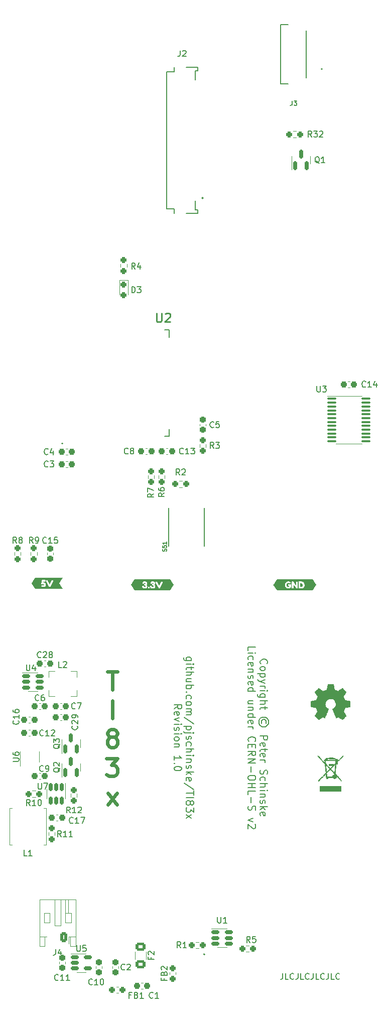
<source format=gto>
G04 #@! TF.GenerationSoftware,KiCad,Pcbnew,7.0.1*
G04 #@! TF.CreationDate,2023-03-17T22:44:53-07:00*
G04 #@! TF.ProjectId,TI-83x,54492d38-3378-42e6-9b69-6361645f7063,A*
G04 #@! TF.SameCoordinates,Original*
G04 #@! TF.FileFunction,Legend,Top*
G04 #@! TF.FilePolarity,Positive*
%FSLAX46Y46*%
G04 Gerber Fmt 4.6, Leading zero omitted, Abs format (unit mm)*
G04 Created by KiCad (PCBNEW 7.0.1) date 2023-03-17 22:44:53*
%MOMM*%
%LPD*%
G01*
G04 APERTURE LIST*
G04 Aperture macros list*
%AMRoundRect*
0 Rectangle with rounded corners*
0 $1 Rounding radius*
0 $2 $3 $4 $5 $6 $7 $8 $9 X,Y pos of 4 corners*
0 Add a 4 corners polygon primitive as box body*
4,1,4,$2,$3,$4,$5,$6,$7,$8,$9,$2,$3,0*
0 Add four circle primitives for the rounded corners*
1,1,$1+$1,$2,$3*
1,1,$1+$1,$4,$5*
1,1,$1+$1,$6,$7*
1,1,$1+$1,$8,$9*
0 Add four rect primitives between the rounded corners*
20,1,$1+$1,$2,$3,$4,$5,0*
20,1,$1+$1,$4,$5,$6,$7,0*
20,1,$1+$1,$6,$7,$8,$9,0*
20,1,$1+$1,$8,$9,$2,$3,0*%
G04 Aperture macros list end*
%ADD10C,0.150000*%
%ADD11C,0.600000*%
%ADD12C,0.240000*%
%ADD13C,0.200000*%
%ADD14C,0.127000*%
%ADD15C,0.120000*%
%ADD16C,0.160000*%
%ADD17C,0.010000*%
%ADD18C,0.450000*%
%ADD19R,1.000000X1.000000*%
%ADD20R,0.900000X1.500000*%
%ADD21R,1.500000X0.900000*%
%ADD22R,0.300000X1.100000*%
%ADD23R,0.600000X1.100000*%
%ADD24RoundRect,0.237500X-0.300000X-0.237500X0.300000X-0.237500X0.300000X0.237500X-0.300000X0.237500X0*%
%ADD25RoundRect,0.237500X0.250000X0.237500X-0.250000X0.237500X-0.250000X-0.237500X0.250000X-0.237500X0*%
%ADD26RoundRect,0.237500X0.237500X-0.250000X0.237500X0.250000X-0.237500X0.250000X-0.237500X-0.250000X0*%
%ADD27RoundRect,0.237500X0.300000X0.237500X-0.300000X0.237500X-0.300000X-0.237500X0.300000X-0.237500X0*%
%ADD28RoundRect,0.150000X-0.150000X0.512500X-0.150000X-0.512500X0.150000X-0.512500X0.150000X0.512500X0*%
%ADD29R,1.300000X2.000000*%
%ADD30R,1.000000X0.300000*%
%ADD31RoundRect,0.150000X0.150000X-0.587500X0.150000X0.587500X-0.150000X0.587500X-0.150000X-0.587500X0*%
%ADD32RoundRect,0.237500X-0.237500X0.300000X-0.237500X-0.300000X0.237500X-0.300000X0.237500X0.300000X0*%
%ADD33RoundRect,0.237500X-0.237500X0.250000X-0.237500X-0.250000X0.237500X-0.250000X0.237500X0.250000X0*%
%ADD34RoundRect,0.150000X-0.512500X-0.150000X0.512500X-0.150000X0.512500X0.150000X-0.512500X0.150000X0*%
%ADD35RoundRect,0.237500X0.237500X-0.287500X0.237500X0.287500X-0.237500X0.287500X-0.237500X-0.287500X0*%
%ADD36RoundRect,0.250001X-0.624999X0.462499X-0.624999X-0.462499X0.624999X-0.462499X0.624999X0.462499X0*%
%ADD37RoundRect,0.100000X-0.637500X-0.100000X0.637500X-0.100000X0.637500X0.100000X-0.637500X0.100000X0*%
%ADD38RoundRect,0.237500X0.237500X-0.300000X0.237500X0.300000X-0.237500X0.300000X-0.237500X-0.300000X0*%
%ADD39R,1.000000X3.200000*%
%ADD40R,2.800000X2.100000*%
%ADD41R,1.900000X0.600000*%
%ADD42R,0.650000X1.560000*%
%ADD43O,1.200000X1.750000*%
%ADD44RoundRect,0.250000X0.350000X0.625000X-0.350000X0.625000X-0.350000X-0.625000X0.350000X-0.625000X0*%
%ADD45RoundRect,0.237500X-0.237500X0.287500X-0.237500X-0.287500X0.237500X-0.287500X0.237500X0.287500X0*%
%ADD46RoundRect,0.237500X-0.250000X-0.237500X0.250000X-0.237500X0.250000X0.237500X-0.250000X0.237500X0*%
%ADD47R,1.500000X3.600000*%
%ADD48RoundRect,0.237500X0.287500X0.237500X-0.287500X0.237500X-0.287500X-0.237500X0.287500X-0.237500X0*%
%ADD49R,5.100000X2.350000*%
%ADD50C,0.800000*%
%ADD51C,1.600000*%
%ADD52C,0.900000*%
%ADD53C,2.500000*%
%ADD54C,1.524000*%
%ADD55C,0.500000*%
G04 APERTURE END LIST*
D10*
X78223809Y-195277619D02*
X78223809Y-195991904D01*
X78223809Y-195991904D02*
X78176190Y-196134761D01*
X78176190Y-196134761D02*
X78080952Y-196230000D01*
X78080952Y-196230000D02*
X77938095Y-196277619D01*
X77938095Y-196277619D02*
X77842857Y-196277619D01*
X79176190Y-196277619D02*
X78700000Y-196277619D01*
X78700000Y-196277619D02*
X78700000Y-195277619D01*
X80080952Y-196182380D02*
X80033333Y-196230000D01*
X80033333Y-196230000D02*
X79890476Y-196277619D01*
X79890476Y-196277619D02*
X79795238Y-196277619D01*
X79795238Y-196277619D02*
X79652381Y-196230000D01*
X79652381Y-196230000D02*
X79557143Y-196134761D01*
X79557143Y-196134761D02*
X79509524Y-196039523D01*
X79509524Y-196039523D02*
X79461905Y-195849047D01*
X79461905Y-195849047D02*
X79461905Y-195706190D01*
X79461905Y-195706190D02*
X79509524Y-195515714D01*
X79509524Y-195515714D02*
X79557143Y-195420476D01*
X79557143Y-195420476D02*
X79652381Y-195325238D01*
X79652381Y-195325238D02*
X79795238Y-195277619D01*
X79795238Y-195277619D02*
X79890476Y-195277619D01*
X79890476Y-195277619D02*
X80033333Y-195325238D01*
X80033333Y-195325238D02*
X80080952Y-195372857D01*
X80795238Y-195277619D02*
X80795238Y-195991904D01*
X80795238Y-195991904D02*
X80747619Y-196134761D01*
X80747619Y-196134761D02*
X80652381Y-196230000D01*
X80652381Y-196230000D02*
X80509524Y-196277619D01*
X80509524Y-196277619D02*
X80414286Y-196277619D01*
X81747619Y-196277619D02*
X81271429Y-196277619D01*
X81271429Y-196277619D02*
X81271429Y-195277619D01*
X82652381Y-196182380D02*
X82604762Y-196230000D01*
X82604762Y-196230000D02*
X82461905Y-196277619D01*
X82461905Y-196277619D02*
X82366667Y-196277619D01*
X82366667Y-196277619D02*
X82223810Y-196230000D01*
X82223810Y-196230000D02*
X82128572Y-196134761D01*
X82128572Y-196134761D02*
X82080953Y-196039523D01*
X82080953Y-196039523D02*
X82033334Y-195849047D01*
X82033334Y-195849047D02*
X82033334Y-195706190D01*
X82033334Y-195706190D02*
X82080953Y-195515714D01*
X82080953Y-195515714D02*
X82128572Y-195420476D01*
X82128572Y-195420476D02*
X82223810Y-195325238D01*
X82223810Y-195325238D02*
X82366667Y-195277619D01*
X82366667Y-195277619D02*
X82461905Y-195277619D01*
X82461905Y-195277619D02*
X82604762Y-195325238D01*
X82604762Y-195325238D02*
X82652381Y-195372857D01*
X83366667Y-195277619D02*
X83366667Y-195991904D01*
X83366667Y-195991904D02*
X83319048Y-196134761D01*
X83319048Y-196134761D02*
X83223810Y-196230000D01*
X83223810Y-196230000D02*
X83080953Y-196277619D01*
X83080953Y-196277619D02*
X82985715Y-196277619D01*
X84319048Y-196277619D02*
X83842858Y-196277619D01*
X83842858Y-196277619D02*
X83842858Y-195277619D01*
X85223810Y-196182380D02*
X85176191Y-196230000D01*
X85176191Y-196230000D02*
X85033334Y-196277619D01*
X85033334Y-196277619D02*
X84938096Y-196277619D01*
X84938096Y-196277619D02*
X84795239Y-196230000D01*
X84795239Y-196230000D02*
X84700001Y-196134761D01*
X84700001Y-196134761D02*
X84652382Y-196039523D01*
X84652382Y-196039523D02*
X84604763Y-195849047D01*
X84604763Y-195849047D02*
X84604763Y-195706190D01*
X84604763Y-195706190D02*
X84652382Y-195515714D01*
X84652382Y-195515714D02*
X84700001Y-195420476D01*
X84700001Y-195420476D02*
X84795239Y-195325238D01*
X84795239Y-195325238D02*
X84938096Y-195277619D01*
X84938096Y-195277619D02*
X85033334Y-195277619D01*
X85033334Y-195277619D02*
X85176191Y-195325238D01*
X85176191Y-195325238D02*
X85223810Y-195372857D01*
X85938096Y-195277619D02*
X85938096Y-195991904D01*
X85938096Y-195991904D02*
X85890477Y-196134761D01*
X85890477Y-196134761D02*
X85795239Y-196230000D01*
X85795239Y-196230000D02*
X85652382Y-196277619D01*
X85652382Y-196277619D02*
X85557144Y-196277619D01*
X86890477Y-196277619D02*
X86414287Y-196277619D01*
X86414287Y-196277619D02*
X86414287Y-195277619D01*
X87795239Y-196182380D02*
X87747620Y-196230000D01*
X87747620Y-196230000D02*
X87604763Y-196277619D01*
X87604763Y-196277619D02*
X87509525Y-196277619D01*
X87509525Y-196277619D02*
X87366668Y-196230000D01*
X87366668Y-196230000D02*
X87271430Y-196134761D01*
X87271430Y-196134761D02*
X87223811Y-196039523D01*
X87223811Y-196039523D02*
X87176192Y-195849047D01*
X87176192Y-195849047D02*
X87176192Y-195706190D01*
X87176192Y-195706190D02*
X87223811Y-195515714D01*
X87223811Y-195515714D02*
X87271430Y-195420476D01*
X87271430Y-195420476D02*
X87366668Y-195325238D01*
X87366668Y-195325238D02*
X87509525Y-195277619D01*
X87509525Y-195277619D02*
X87604763Y-195277619D01*
X87604763Y-195277619D02*
X87747620Y-195325238D01*
X87747620Y-195325238D02*
X87795239Y-195372857D01*
X74547023Y-143059523D02*
X74487500Y-142999999D01*
X74487500Y-142999999D02*
X74427976Y-142821428D01*
X74427976Y-142821428D02*
X74427976Y-142702380D01*
X74427976Y-142702380D02*
X74487500Y-142523809D01*
X74487500Y-142523809D02*
X74606547Y-142404761D01*
X74606547Y-142404761D02*
X74725595Y-142345238D01*
X74725595Y-142345238D02*
X74963690Y-142285714D01*
X74963690Y-142285714D02*
X75142261Y-142285714D01*
X75142261Y-142285714D02*
X75380357Y-142345238D01*
X75380357Y-142345238D02*
X75499404Y-142404761D01*
X75499404Y-142404761D02*
X75618452Y-142523809D01*
X75618452Y-142523809D02*
X75677976Y-142702380D01*
X75677976Y-142702380D02*
X75677976Y-142821428D01*
X75677976Y-142821428D02*
X75618452Y-142999999D01*
X75618452Y-142999999D02*
X75558928Y-143059523D01*
X74427976Y-143773809D02*
X74487500Y-143654761D01*
X74487500Y-143654761D02*
X74547023Y-143595238D01*
X74547023Y-143595238D02*
X74666071Y-143535714D01*
X74666071Y-143535714D02*
X75023214Y-143535714D01*
X75023214Y-143535714D02*
X75142261Y-143595238D01*
X75142261Y-143595238D02*
X75201785Y-143654761D01*
X75201785Y-143654761D02*
X75261309Y-143773809D01*
X75261309Y-143773809D02*
X75261309Y-143952380D01*
X75261309Y-143952380D02*
X75201785Y-144071428D01*
X75201785Y-144071428D02*
X75142261Y-144130952D01*
X75142261Y-144130952D02*
X75023214Y-144190476D01*
X75023214Y-144190476D02*
X74666071Y-144190476D01*
X74666071Y-144190476D02*
X74547023Y-144130952D01*
X74547023Y-144130952D02*
X74487500Y-144071428D01*
X74487500Y-144071428D02*
X74427976Y-143952380D01*
X74427976Y-143952380D02*
X74427976Y-143773809D01*
X75261309Y-144726190D02*
X74011309Y-144726190D01*
X75201785Y-144726190D02*
X75261309Y-144845237D01*
X75261309Y-144845237D02*
X75261309Y-145083332D01*
X75261309Y-145083332D02*
X75201785Y-145202380D01*
X75201785Y-145202380D02*
X75142261Y-145261904D01*
X75142261Y-145261904D02*
X75023214Y-145321428D01*
X75023214Y-145321428D02*
X74666071Y-145321428D01*
X74666071Y-145321428D02*
X74547023Y-145261904D01*
X74547023Y-145261904D02*
X74487500Y-145202380D01*
X74487500Y-145202380D02*
X74427976Y-145083332D01*
X74427976Y-145083332D02*
X74427976Y-144845237D01*
X74427976Y-144845237D02*
X74487500Y-144726190D01*
X75261309Y-145738094D02*
X74427976Y-146035713D01*
X75261309Y-146333332D02*
X74427976Y-146035713D01*
X74427976Y-146035713D02*
X74130357Y-145916665D01*
X74130357Y-145916665D02*
X74070833Y-145857142D01*
X74070833Y-145857142D02*
X74011309Y-145738094D01*
X74427976Y-146809523D02*
X75261309Y-146809523D01*
X75023214Y-146809523D02*
X75142261Y-146869046D01*
X75142261Y-146869046D02*
X75201785Y-146928570D01*
X75201785Y-146928570D02*
X75261309Y-147047618D01*
X75261309Y-147047618D02*
X75261309Y-147166665D01*
X74427976Y-147583333D02*
X75261309Y-147583333D01*
X75677976Y-147583333D02*
X75618452Y-147523809D01*
X75618452Y-147523809D02*
X75558928Y-147583333D01*
X75558928Y-147583333D02*
X75618452Y-147642856D01*
X75618452Y-147642856D02*
X75677976Y-147583333D01*
X75677976Y-147583333D02*
X75558928Y-147583333D01*
X75261309Y-148714285D02*
X74249404Y-148714285D01*
X74249404Y-148714285D02*
X74130357Y-148654761D01*
X74130357Y-148654761D02*
X74070833Y-148595237D01*
X74070833Y-148595237D02*
X74011309Y-148476190D01*
X74011309Y-148476190D02*
X74011309Y-148297618D01*
X74011309Y-148297618D02*
X74070833Y-148178571D01*
X74487500Y-148714285D02*
X74427976Y-148595237D01*
X74427976Y-148595237D02*
X74427976Y-148357142D01*
X74427976Y-148357142D02*
X74487500Y-148238094D01*
X74487500Y-148238094D02*
X74547023Y-148178571D01*
X74547023Y-148178571D02*
X74666071Y-148119047D01*
X74666071Y-148119047D02*
X75023214Y-148119047D01*
X75023214Y-148119047D02*
X75142261Y-148178571D01*
X75142261Y-148178571D02*
X75201785Y-148238094D01*
X75201785Y-148238094D02*
X75261309Y-148357142D01*
X75261309Y-148357142D02*
X75261309Y-148595237D01*
X75261309Y-148595237D02*
X75201785Y-148714285D01*
X74427976Y-149309523D02*
X75677976Y-149309523D01*
X74427976Y-149845237D02*
X75082738Y-149845237D01*
X75082738Y-149845237D02*
X75201785Y-149785713D01*
X75201785Y-149785713D02*
X75261309Y-149666665D01*
X75261309Y-149666665D02*
X75261309Y-149488094D01*
X75261309Y-149488094D02*
X75201785Y-149369046D01*
X75201785Y-149369046D02*
X75142261Y-149309523D01*
X75261309Y-150261903D02*
X75261309Y-150738094D01*
X75677976Y-150440475D02*
X74606547Y-150440475D01*
X74606547Y-150440475D02*
X74487500Y-150499998D01*
X74487500Y-150499998D02*
X74427976Y-150619046D01*
X74427976Y-150619046D02*
X74427976Y-150738094D01*
X75380357Y-153119046D02*
X75439880Y-152999999D01*
X75439880Y-152999999D02*
X75439880Y-152761903D01*
X75439880Y-152761903D02*
X75380357Y-152642856D01*
X75380357Y-152642856D02*
X75261309Y-152523808D01*
X75261309Y-152523808D02*
X75142261Y-152464284D01*
X75142261Y-152464284D02*
X74904166Y-152464284D01*
X74904166Y-152464284D02*
X74785119Y-152523808D01*
X74785119Y-152523808D02*
X74666071Y-152642856D01*
X74666071Y-152642856D02*
X74606547Y-152761903D01*
X74606547Y-152761903D02*
X74606547Y-152999999D01*
X74606547Y-152999999D02*
X74666071Y-153119046D01*
X75856547Y-152880951D02*
X75797023Y-152583332D01*
X75797023Y-152583332D02*
X75618452Y-152285713D01*
X75618452Y-152285713D02*
X75320833Y-152107142D01*
X75320833Y-152107142D02*
X75023214Y-152047618D01*
X75023214Y-152047618D02*
X74725595Y-152107142D01*
X74725595Y-152107142D02*
X74427976Y-152285713D01*
X74427976Y-152285713D02*
X74249404Y-152583332D01*
X74249404Y-152583332D02*
X74189880Y-152880951D01*
X74189880Y-152880951D02*
X74249404Y-153178570D01*
X74249404Y-153178570D02*
X74427976Y-153476189D01*
X74427976Y-153476189D02*
X74725595Y-153654761D01*
X74725595Y-153654761D02*
X75023214Y-153714284D01*
X75023214Y-153714284D02*
X75320833Y-153654761D01*
X75320833Y-153654761D02*
X75618452Y-153476189D01*
X75618452Y-153476189D02*
X75797023Y-153178570D01*
X75797023Y-153178570D02*
X75856547Y-152880951D01*
X74427976Y-155202380D02*
X75677976Y-155202380D01*
X75677976Y-155202380D02*
X75677976Y-155678570D01*
X75677976Y-155678570D02*
X75618452Y-155797618D01*
X75618452Y-155797618D02*
X75558928Y-155857141D01*
X75558928Y-155857141D02*
X75439880Y-155916665D01*
X75439880Y-155916665D02*
X75261309Y-155916665D01*
X75261309Y-155916665D02*
X75142261Y-155857141D01*
X75142261Y-155857141D02*
X75082738Y-155797618D01*
X75082738Y-155797618D02*
X75023214Y-155678570D01*
X75023214Y-155678570D02*
X75023214Y-155202380D01*
X74487500Y-156928570D02*
X74427976Y-156809522D01*
X74427976Y-156809522D02*
X74427976Y-156571427D01*
X74427976Y-156571427D02*
X74487500Y-156452380D01*
X74487500Y-156452380D02*
X74606547Y-156392856D01*
X74606547Y-156392856D02*
X75082738Y-156392856D01*
X75082738Y-156392856D02*
X75201785Y-156452380D01*
X75201785Y-156452380D02*
X75261309Y-156571427D01*
X75261309Y-156571427D02*
X75261309Y-156809522D01*
X75261309Y-156809522D02*
X75201785Y-156928570D01*
X75201785Y-156928570D02*
X75082738Y-156988094D01*
X75082738Y-156988094D02*
X74963690Y-156988094D01*
X74963690Y-156988094D02*
X74844642Y-156392856D01*
X75261309Y-157345237D02*
X75261309Y-157821428D01*
X75677976Y-157523809D02*
X74606547Y-157523809D01*
X74606547Y-157523809D02*
X74487500Y-157583332D01*
X74487500Y-157583332D02*
X74427976Y-157702380D01*
X74427976Y-157702380D02*
X74427976Y-157821428D01*
X74487500Y-158714285D02*
X74427976Y-158595237D01*
X74427976Y-158595237D02*
X74427976Y-158357142D01*
X74427976Y-158357142D02*
X74487500Y-158238095D01*
X74487500Y-158238095D02*
X74606547Y-158178571D01*
X74606547Y-158178571D02*
X75082738Y-158178571D01*
X75082738Y-158178571D02*
X75201785Y-158238095D01*
X75201785Y-158238095D02*
X75261309Y-158357142D01*
X75261309Y-158357142D02*
X75261309Y-158595237D01*
X75261309Y-158595237D02*
X75201785Y-158714285D01*
X75201785Y-158714285D02*
X75082738Y-158773809D01*
X75082738Y-158773809D02*
X74963690Y-158773809D01*
X74963690Y-158773809D02*
X74844642Y-158178571D01*
X74427976Y-159309524D02*
X75261309Y-159309524D01*
X75023214Y-159309524D02*
X75142261Y-159369047D01*
X75142261Y-159369047D02*
X75201785Y-159428571D01*
X75201785Y-159428571D02*
X75261309Y-159547619D01*
X75261309Y-159547619D02*
X75261309Y-159666666D01*
X74487500Y-160976191D02*
X74427976Y-161154762D01*
X74427976Y-161154762D02*
X74427976Y-161452381D01*
X74427976Y-161452381D02*
X74487500Y-161571429D01*
X74487500Y-161571429D02*
X74547023Y-161630953D01*
X74547023Y-161630953D02*
X74666071Y-161690476D01*
X74666071Y-161690476D02*
X74785119Y-161690476D01*
X74785119Y-161690476D02*
X74904166Y-161630953D01*
X74904166Y-161630953D02*
X74963690Y-161571429D01*
X74963690Y-161571429D02*
X75023214Y-161452381D01*
X75023214Y-161452381D02*
X75082738Y-161214286D01*
X75082738Y-161214286D02*
X75142261Y-161095238D01*
X75142261Y-161095238D02*
X75201785Y-161035715D01*
X75201785Y-161035715D02*
X75320833Y-160976191D01*
X75320833Y-160976191D02*
X75439880Y-160976191D01*
X75439880Y-160976191D02*
X75558928Y-161035715D01*
X75558928Y-161035715D02*
X75618452Y-161095238D01*
X75618452Y-161095238D02*
X75677976Y-161214286D01*
X75677976Y-161214286D02*
X75677976Y-161511905D01*
X75677976Y-161511905D02*
X75618452Y-161690476D01*
X74487500Y-162761905D02*
X74427976Y-162642857D01*
X74427976Y-162642857D02*
X74427976Y-162404762D01*
X74427976Y-162404762D02*
X74487500Y-162285714D01*
X74487500Y-162285714D02*
X74547023Y-162226191D01*
X74547023Y-162226191D02*
X74666071Y-162166667D01*
X74666071Y-162166667D02*
X75023214Y-162166667D01*
X75023214Y-162166667D02*
X75142261Y-162226191D01*
X75142261Y-162226191D02*
X75201785Y-162285714D01*
X75201785Y-162285714D02*
X75261309Y-162404762D01*
X75261309Y-162404762D02*
X75261309Y-162642857D01*
X75261309Y-162642857D02*
X75201785Y-162761905D01*
X74427976Y-163297620D02*
X75677976Y-163297620D01*
X74427976Y-163833334D02*
X75082738Y-163833334D01*
X75082738Y-163833334D02*
X75201785Y-163773810D01*
X75201785Y-163773810D02*
X75261309Y-163654762D01*
X75261309Y-163654762D02*
X75261309Y-163476191D01*
X75261309Y-163476191D02*
X75201785Y-163357143D01*
X75201785Y-163357143D02*
X75142261Y-163297620D01*
X74427976Y-164428572D02*
X75261309Y-164428572D01*
X75677976Y-164428572D02*
X75618452Y-164369048D01*
X75618452Y-164369048D02*
X75558928Y-164428572D01*
X75558928Y-164428572D02*
X75618452Y-164488095D01*
X75618452Y-164488095D02*
X75677976Y-164428572D01*
X75677976Y-164428572D02*
X75558928Y-164428572D01*
X75261309Y-165023810D02*
X74427976Y-165023810D01*
X75142261Y-165023810D02*
X75201785Y-165083333D01*
X75201785Y-165083333D02*
X75261309Y-165202381D01*
X75261309Y-165202381D02*
X75261309Y-165380952D01*
X75261309Y-165380952D02*
X75201785Y-165500000D01*
X75201785Y-165500000D02*
X75082738Y-165559524D01*
X75082738Y-165559524D02*
X74427976Y-165559524D01*
X74487500Y-166095238D02*
X74427976Y-166214285D01*
X74427976Y-166214285D02*
X74427976Y-166452381D01*
X74427976Y-166452381D02*
X74487500Y-166571428D01*
X74487500Y-166571428D02*
X74606547Y-166630952D01*
X74606547Y-166630952D02*
X74666071Y-166630952D01*
X74666071Y-166630952D02*
X74785119Y-166571428D01*
X74785119Y-166571428D02*
X74844642Y-166452381D01*
X74844642Y-166452381D02*
X74844642Y-166273809D01*
X74844642Y-166273809D02*
X74904166Y-166154762D01*
X74904166Y-166154762D02*
X75023214Y-166095238D01*
X75023214Y-166095238D02*
X75082738Y-166095238D01*
X75082738Y-166095238D02*
X75201785Y-166154762D01*
X75201785Y-166154762D02*
X75261309Y-166273809D01*
X75261309Y-166273809D02*
X75261309Y-166452381D01*
X75261309Y-166452381D02*
X75201785Y-166571428D01*
X74427976Y-167166667D02*
X75677976Y-167166667D01*
X74904166Y-167285714D02*
X74427976Y-167642857D01*
X75261309Y-167642857D02*
X74785119Y-167166667D01*
X74487500Y-168654762D02*
X74427976Y-168535714D01*
X74427976Y-168535714D02*
X74427976Y-168297619D01*
X74427976Y-168297619D02*
X74487500Y-168178572D01*
X74487500Y-168178572D02*
X74606547Y-168119048D01*
X74606547Y-168119048D02*
X75082738Y-168119048D01*
X75082738Y-168119048D02*
X75201785Y-168178572D01*
X75201785Y-168178572D02*
X75261309Y-168297619D01*
X75261309Y-168297619D02*
X75261309Y-168535714D01*
X75261309Y-168535714D02*
X75201785Y-168654762D01*
X75201785Y-168654762D02*
X75082738Y-168714286D01*
X75082738Y-168714286D02*
X74963690Y-168714286D01*
X74963690Y-168714286D02*
X74844642Y-168119048D01*
X72402976Y-140797619D02*
X72402976Y-140202381D01*
X72402976Y-140202381D02*
X73652976Y-140202381D01*
X72402976Y-141214286D02*
X73236309Y-141214286D01*
X73652976Y-141214286D02*
X73593452Y-141154762D01*
X73593452Y-141154762D02*
X73533928Y-141214286D01*
X73533928Y-141214286D02*
X73593452Y-141273809D01*
X73593452Y-141273809D02*
X73652976Y-141214286D01*
X73652976Y-141214286D02*
X73533928Y-141214286D01*
X72462500Y-142345238D02*
X72402976Y-142226190D01*
X72402976Y-142226190D02*
X72402976Y-141988095D01*
X72402976Y-141988095D02*
X72462500Y-141869047D01*
X72462500Y-141869047D02*
X72522023Y-141809524D01*
X72522023Y-141809524D02*
X72641071Y-141750000D01*
X72641071Y-141750000D02*
X72998214Y-141750000D01*
X72998214Y-141750000D02*
X73117261Y-141809524D01*
X73117261Y-141809524D02*
X73176785Y-141869047D01*
X73176785Y-141869047D02*
X73236309Y-141988095D01*
X73236309Y-141988095D02*
X73236309Y-142226190D01*
X73236309Y-142226190D02*
X73176785Y-142345238D01*
X72462500Y-143357143D02*
X72402976Y-143238095D01*
X72402976Y-143238095D02*
X72402976Y-143000000D01*
X72402976Y-143000000D02*
X72462500Y-142880953D01*
X72462500Y-142880953D02*
X72581547Y-142821429D01*
X72581547Y-142821429D02*
X73057738Y-142821429D01*
X73057738Y-142821429D02*
X73176785Y-142880953D01*
X73176785Y-142880953D02*
X73236309Y-143000000D01*
X73236309Y-143000000D02*
X73236309Y-143238095D01*
X73236309Y-143238095D02*
X73176785Y-143357143D01*
X73176785Y-143357143D02*
X73057738Y-143416667D01*
X73057738Y-143416667D02*
X72938690Y-143416667D01*
X72938690Y-143416667D02*
X72819642Y-142821429D01*
X73236309Y-143952382D02*
X72402976Y-143952382D01*
X73117261Y-143952382D02*
X73176785Y-144011905D01*
X73176785Y-144011905D02*
X73236309Y-144130953D01*
X73236309Y-144130953D02*
X73236309Y-144309524D01*
X73236309Y-144309524D02*
X73176785Y-144428572D01*
X73176785Y-144428572D02*
X73057738Y-144488096D01*
X73057738Y-144488096D02*
X72402976Y-144488096D01*
X72462500Y-145023810D02*
X72402976Y-145142857D01*
X72402976Y-145142857D02*
X72402976Y-145380953D01*
X72402976Y-145380953D02*
X72462500Y-145500000D01*
X72462500Y-145500000D02*
X72581547Y-145559524D01*
X72581547Y-145559524D02*
X72641071Y-145559524D01*
X72641071Y-145559524D02*
X72760119Y-145500000D01*
X72760119Y-145500000D02*
X72819642Y-145380953D01*
X72819642Y-145380953D02*
X72819642Y-145202381D01*
X72819642Y-145202381D02*
X72879166Y-145083334D01*
X72879166Y-145083334D02*
X72998214Y-145023810D01*
X72998214Y-145023810D02*
X73057738Y-145023810D01*
X73057738Y-145023810D02*
X73176785Y-145083334D01*
X73176785Y-145083334D02*
X73236309Y-145202381D01*
X73236309Y-145202381D02*
X73236309Y-145380953D01*
X73236309Y-145380953D02*
X73176785Y-145500000D01*
X72462500Y-146571429D02*
X72402976Y-146452381D01*
X72402976Y-146452381D02*
X72402976Y-146214286D01*
X72402976Y-146214286D02*
X72462500Y-146095239D01*
X72462500Y-146095239D02*
X72581547Y-146035715D01*
X72581547Y-146035715D02*
X73057738Y-146035715D01*
X73057738Y-146035715D02*
X73176785Y-146095239D01*
X73176785Y-146095239D02*
X73236309Y-146214286D01*
X73236309Y-146214286D02*
X73236309Y-146452381D01*
X73236309Y-146452381D02*
X73176785Y-146571429D01*
X73176785Y-146571429D02*
X73057738Y-146630953D01*
X73057738Y-146630953D02*
X72938690Y-146630953D01*
X72938690Y-146630953D02*
X72819642Y-146035715D01*
X72402976Y-147702382D02*
X73652976Y-147702382D01*
X72462500Y-147702382D02*
X72402976Y-147583334D01*
X72402976Y-147583334D02*
X72402976Y-147345239D01*
X72402976Y-147345239D02*
X72462500Y-147226191D01*
X72462500Y-147226191D02*
X72522023Y-147166668D01*
X72522023Y-147166668D02*
X72641071Y-147107144D01*
X72641071Y-147107144D02*
X72998214Y-147107144D01*
X72998214Y-147107144D02*
X73117261Y-147166668D01*
X73117261Y-147166668D02*
X73176785Y-147226191D01*
X73176785Y-147226191D02*
X73236309Y-147345239D01*
X73236309Y-147345239D02*
X73236309Y-147583334D01*
X73236309Y-147583334D02*
X73176785Y-147702382D01*
X73236309Y-149785715D02*
X72402976Y-149785715D01*
X73236309Y-149250001D02*
X72581547Y-149250001D01*
X72581547Y-149250001D02*
X72462500Y-149309524D01*
X72462500Y-149309524D02*
X72402976Y-149428572D01*
X72402976Y-149428572D02*
X72402976Y-149607143D01*
X72402976Y-149607143D02*
X72462500Y-149726191D01*
X72462500Y-149726191D02*
X72522023Y-149785715D01*
X73236309Y-150380953D02*
X72402976Y-150380953D01*
X73117261Y-150380953D02*
X73176785Y-150440476D01*
X73176785Y-150440476D02*
X73236309Y-150559524D01*
X73236309Y-150559524D02*
X73236309Y-150738095D01*
X73236309Y-150738095D02*
X73176785Y-150857143D01*
X73176785Y-150857143D02*
X73057738Y-150916667D01*
X73057738Y-150916667D02*
X72402976Y-150916667D01*
X72402976Y-152047619D02*
X73652976Y-152047619D01*
X72462500Y-152047619D02*
X72402976Y-151928571D01*
X72402976Y-151928571D02*
X72402976Y-151690476D01*
X72402976Y-151690476D02*
X72462500Y-151571428D01*
X72462500Y-151571428D02*
X72522023Y-151511905D01*
X72522023Y-151511905D02*
X72641071Y-151452381D01*
X72641071Y-151452381D02*
X72998214Y-151452381D01*
X72998214Y-151452381D02*
X73117261Y-151511905D01*
X73117261Y-151511905D02*
X73176785Y-151571428D01*
X73176785Y-151571428D02*
X73236309Y-151690476D01*
X73236309Y-151690476D02*
X73236309Y-151928571D01*
X73236309Y-151928571D02*
X73176785Y-152047619D01*
X72462500Y-153119047D02*
X72402976Y-152999999D01*
X72402976Y-152999999D02*
X72402976Y-152761904D01*
X72402976Y-152761904D02*
X72462500Y-152642857D01*
X72462500Y-152642857D02*
X72581547Y-152583333D01*
X72581547Y-152583333D02*
X73057738Y-152583333D01*
X73057738Y-152583333D02*
X73176785Y-152642857D01*
X73176785Y-152642857D02*
X73236309Y-152761904D01*
X73236309Y-152761904D02*
X73236309Y-152999999D01*
X73236309Y-152999999D02*
X73176785Y-153119047D01*
X73176785Y-153119047D02*
X73057738Y-153178571D01*
X73057738Y-153178571D02*
X72938690Y-153178571D01*
X72938690Y-153178571D02*
X72819642Y-152583333D01*
X72402976Y-153714286D02*
X73236309Y-153714286D01*
X72998214Y-153714286D02*
X73117261Y-153773809D01*
X73117261Y-153773809D02*
X73176785Y-153833333D01*
X73176785Y-153833333D02*
X73236309Y-153952381D01*
X73236309Y-153952381D02*
X73236309Y-154071428D01*
X72522023Y-156154762D02*
X72462500Y-156095238D01*
X72462500Y-156095238D02*
X72402976Y-155916667D01*
X72402976Y-155916667D02*
X72402976Y-155797619D01*
X72402976Y-155797619D02*
X72462500Y-155619048D01*
X72462500Y-155619048D02*
X72581547Y-155500000D01*
X72581547Y-155500000D02*
X72700595Y-155440477D01*
X72700595Y-155440477D02*
X72938690Y-155380953D01*
X72938690Y-155380953D02*
X73117261Y-155380953D01*
X73117261Y-155380953D02*
X73355357Y-155440477D01*
X73355357Y-155440477D02*
X73474404Y-155500000D01*
X73474404Y-155500000D02*
X73593452Y-155619048D01*
X73593452Y-155619048D02*
X73652976Y-155797619D01*
X73652976Y-155797619D02*
X73652976Y-155916667D01*
X73652976Y-155916667D02*
X73593452Y-156095238D01*
X73593452Y-156095238D02*
X73533928Y-156154762D01*
X73057738Y-156690477D02*
X73057738Y-157107143D01*
X72402976Y-157285715D02*
X72402976Y-156690477D01*
X72402976Y-156690477D02*
X73652976Y-156690477D01*
X73652976Y-156690477D02*
X73652976Y-157285715D01*
X72402976Y-158535714D02*
X72998214Y-158119048D01*
X72402976Y-157821429D02*
X73652976Y-157821429D01*
X73652976Y-157821429D02*
X73652976Y-158297619D01*
X73652976Y-158297619D02*
X73593452Y-158416667D01*
X73593452Y-158416667D02*
X73533928Y-158476190D01*
X73533928Y-158476190D02*
X73414880Y-158535714D01*
X73414880Y-158535714D02*
X73236309Y-158535714D01*
X73236309Y-158535714D02*
X73117261Y-158476190D01*
X73117261Y-158476190D02*
X73057738Y-158416667D01*
X73057738Y-158416667D02*
X72998214Y-158297619D01*
X72998214Y-158297619D02*
X72998214Y-157821429D01*
X72402976Y-159071429D02*
X73652976Y-159071429D01*
X73652976Y-159071429D02*
X72402976Y-159785714D01*
X72402976Y-159785714D02*
X73652976Y-159785714D01*
X72879166Y-160380953D02*
X72879166Y-161333334D01*
X73652976Y-162166667D02*
X73652976Y-162404762D01*
X73652976Y-162404762D02*
X73593452Y-162523810D01*
X73593452Y-162523810D02*
X73474404Y-162642857D01*
X73474404Y-162642857D02*
X73236309Y-162702381D01*
X73236309Y-162702381D02*
X72819642Y-162702381D01*
X72819642Y-162702381D02*
X72581547Y-162642857D01*
X72581547Y-162642857D02*
X72462500Y-162523810D01*
X72462500Y-162523810D02*
X72402976Y-162404762D01*
X72402976Y-162404762D02*
X72402976Y-162166667D01*
X72402976Y-162166667D02*
X72462500Y-162047619D01*
X72462500Y-162047619D02*
X72581547Y-161928572D01*
X72581547Y-161928572D02*
X72819642Y-161869048D01*
X72819642Y-161869048D02*
X73236309Y-161869048D01*
X73236309Y-161869048D02*
X73474404Y-161928572D01*
X73474404Y-161928572D02*
X73593452Y-162047619D01*
X73593452Y-162047619D02*
X73652976Y-162166667D01*
X72402976Y-163238096D02*
X73652976Y-163238096D01*
X73057738Y-163238096D02*
X73057738Y-163952381D01*
X72402976Y-163952381D02*
X73652976Y-163952381D01*
X72402976Y-165142858D02*
X72402976Y-164547620D01*
X72402976Y-164547620D02*
X73652976Y-164547620D01*
X72879166Y-165559525D02*
X72879166Y-166511906D01*
X72462500Y-167047620D02*
X72402976Y-167226191D01*
X72402976Y-167226191D02*
X72402976Y-167523810D01*
X72402976Y-167523810D02*
X72462500Y-167642858D01*
X72462500Y-167642858D02*
X72522023Y-167702382D01*
X72522023Y-167702382D02*
X72641071Y-167761905D01*
X72641071Y-167761905D02*
X72760119Y-167761905D01*
X72760119Y-167761905D02*
X72879166Y-167702382D01*
X72879166Y-167702382D02*
X72938690Y-167642858D01*
X72938690Y-167642858D02*
X72998214Y-167523810D01*
X72998214Y-167523810D02*
X73057738Y-167285715D01*
X73057738Y-167285715D02*
X73117261Y-167166667D01*
X73117261Y-167166667D02*
X73176785Y-167107144D01*
X73176785Y-167107144D02*
X73295833Y-167047620D01*
X73295833Y-167047620D02*
X73414880Y-167047620D01*
X73414880Y-167047620D02*
X73533928Y-167107144D01*
X73533928Y-167107144D02*
X73593452Y-167166667D01*
X73593452Y-167166667D02*
X73652976Y-167285715D01*
X73652976Y-167285715D02*
X73652976Y-167583334D01*
X73652976Y-167583334D02*
X73593452Y-167761905D01*
X73236309Y-169130953D02*
X72402976Y-169428572D01*
X72402976Y-169428572D02*
X73236309Y-169726191D01*
X73533928Y-170142858D02*
X73593452Y-170202382D01*
X73593452Y-170202382D02*
X73652976Y-170321429D01*
X73652976Y-170321429D02*
X73652976Y-170619048D01*
X73652976Y-170619048D02*
X73593452Y-170738096D01*
X73593452Y-170738096D02*
X73533928Y-170797620D01*
X73533928Y-170797620D02*
X73414880Y-170857143D01*
X73414880Y-170857143D02*
X73295833Y-170857143D01*
X73295833Y-170857143D02*
X73117261Y-170797620D01*
X73117261Y-170797620D02*
X72402976Y-170083334D01*
X72402976Y-170083334D02*
X72402976Y-170857143D01*
D11*
X48642857Y-144417857D02*
X50357143Y-144417857D01*
X49500000Y-147417857D02*
X49500000Y-144417857D01*
X49500000Y-152277857D02*
X49500000Y-149277857D01*
X49214286Y-155423571D02*
X48928571Y-155280714D01*
X48928571Y-155280714D02*
X48785714Y-155137857D01*
X48785714Y-155137857D02*
X48642857Y-154852142D01*
X48642857Y-154852142D02*
X48642857Y-154709285D01*
X48642857Y-154709285D02*
X48785714Y-154423571D01*
X48785714Y-154423571D02*
X48928571Y-154280714D01*
X48928571Y-154280714D02*
X49214286Y-154137857D01*
X49214286Y-154137857D02*
X49785714Y-154137857D01*
X49785714Y-154137857D02*
X50071429Y-154280714D01*
X50071429Y-154280714D02*
X50214286Y-154423571D01*
X50214286Y-154423571D02*
X50357143Y-154709285D01*
X50357143Y-154709285D02*
X50357143Y-154852142D01*
X50357143Y-154852142D02*
X50214286Y-155137857D01*
X50214286Y-155137857D02*
X50071429Y-155280714D01*
X50071429Y-155280714D02*
X49785714Y-155423571D01*
X49785714Y-155423571D02*
X49214286Y-155423571D01*
X49214286Y-155423571D02*
X48928571Y-155566428D01*
X48928571Y-155566428D02*
X48785714Y-155709285D01*
X48785714Y-155709285D02*
X48642857Y-155995000D01*
X48642857Y-155995000D02*
X48642857Y-156566428D01*
X48642857Y-156566428D02*
X48785714Y-156852142D01*
X48785714Y-156852142D02*
X48928571Y-156995000D01*
X48928571Y-156995000D02*
X49214286Y-157137857D01*
X49214286Y-157137857D02*
X49785714Y-157137857D01*
X49785714Y-157137857D02*
X50071429Y-156995000D01*
X50071429Y-156995000D02*
X50214286Y-156852142D01*
X50214286Y-156852142D02*
X50357143Y-156566428D01*
X50357143Y-156566428D02*
X50357143Y-155995000D01*
X50357143Y-155995000D02*
X50214286Y-155709285D01*
X50214286Y-155709285D02*
X50071429Y-155566428D01*
X50071429Y-155566428D02*
X49785714Y-155423571D01*
X48500000Y-158997857D02*
X50357143Y-158997857D01*
X50357143Y-158997857D02*
X49357143Y-160140714D01*
X49357143Y-160140714D02*
X49785714Y-160140714D01*
X49785714Y-160140714D02*
X50071429Y-160283571D01*
X50071429Y-160283571D02*
X50214286Y-160426428D01*
X50214286Y-160426428D02*
X50357143Y-160712142D01*
X50357143Y-160712142D02*
X50357143Y-161426428D01*
X50357143Y-161426428D02*
X50214286Y-161712142D01*
X50214286Y-161712142D02*
X50071429Y-161855000D01*
X50071429Y-161855000D02*
X49785714Y-161997857D01*
X49785714Y-161997857D02*
X48928571Y-161997857D01*
X48928571Y-161997857D02*
X48642857Y-161855000D01*
X48642857Y-161855000D02*
X48500000Y-161712142D01*
X48714286Y-166857857D02*
X50285715Y-164857857D01*
X48714286Y-164857857D02*
X50285715Y-166857857D01*
D10*
X62761309Y-142523810D02*
X61749404Y-142523810D01*
X61749404Y-142523810D02*
X61630357Y-142464286D01*
X61630357Y-142464286D02*
X61570833Y-142404762D01*
X61570833Y-142404762D02*
X61511309Y-142285715D01*
X61511309Y-142285715D02*
X61511309Y-142107143D01*
X61511309Y-142107143D02*
X61570833Y-141988096D01*
X61987500Y-142523810D02*
X61927976Y-142404762D01*
X61927976Y-142404762D02*
X61927976Y-142166667D01*
X61927976Y-142166667D02*
X61987500Y-142047619D01*
X61987500Y-142047619D02*
X62047023Y-141988096D01*
X62047023Y-141988096D02*
X62166071Y-141928572D01*
X62166071Y-141928572D02*
X62523214Y-141928572D01*
X62523214Y-141928572D02*
X62642261Y-141988096D01*
X62642261Y-141988096D02*
X62701785Y-142047619D01*
X62701785Y-142047619D02*
X62761309Y-142166667D01*
X62761309Y-142166667D02*
X62761309Y-142404762D01*
X62761309Y-142404762D02*
X62701785Y-142523810D01*
X61927976Y-143119048D02*
X62761309Y-143119048D01*
X63177976Y-143119048D02*
X63118452Y-143059524D01*
X63118452Y-143059524D02*
X63058928Y-143119048D01*
X63058928Y-143119048D02*
X63118452Y-143178571D01*
X63118452Y-143178571D02*
X63177976Y-143119048D01*
X63177976Y-143119048D02*
X63058928Y-143119048D01*
X62761309Y-143535714D02*
X62761309Y-144011905D01*
X63177976Y-143714286D02*
X62106547Y-143714286D01*
X62106547Y-143714286D02*
X61987500Y-143773809D01*
X61987500Y-143773809D02*
X61927976Y-143892857D01*
X61927976Y-143892857D02*
X61927976Y-144011905D01*
X61927976Y-144428572D02*
X63177976Y-144428572D01*
X61927976Y-144964286D02*
X62582738Y-144964286D01*
X62582738Y-144964286D02*
X62701785Y-144904762D01*
X62701785Y-144904762D02*
X62761309Y-144785714D01*
X62761309Y-144785714D02*
X62761309Y-144607143D01*
X62761309Y-144607143D02*
X62701785Y-144488095D01*
X62701785Y-144488095D02*
X62642261Y-144428572D01*
X62761309Y-146095238D02*
X61927976Y-146095238D01*
X62761309Y-145559524D02*
X62106547Y-145559524D01*
X62106547Y-145559524D02*
X61987500Y-145619047D01*
X61987500Y-145619047D02*
X61927976Y-145738095D01*
X61927976Y-145738095D02*
X61927976Y-145916666D01*
X61927976Y-145916666D02*
X61987500Y-146035714D01*
X61987500Y-146035714D02*
X62047023Y-146095238D01*
X61927976Y-146690476D02*
X63177976Y-146690476D01*
X62701785Y-146690476D02*
X62761309Y-146809523D01*
X62761309Y-146809523D02*
X62761309Y-147047618D01*
X62761309Y-147047618D02*
X62701785Y-147166666D01*
X62701785Y-147166666D02*
X62642261Y-147226190D01*
X62642261Y-147226190D02*
X62523214Y-147285714D01*
X62523214Y-147285714D02*
X62166071Y-147285714D01*
X62166071Y-147285714D02*
X62047023Y-147226190D01*
X62047023Y-147226190D02*
X61987500Y-147166666D01*
X61987500Y-147166666D02*
X61927976Y-147047618D01*
X61927976Y-147047618D02*
X61927976Y-146809523D01*
X61927976Y-146809523D02*
X61987500Y-146690476D01*
X62047023Y-147821428D02*
X61987500Y-147880951D01*
X61987500Y-147880951D02*
X61927976Y-147821428D01*
X61927976Y-147821428D02*
X61987500Y-147761904D01*
X61987500Y-147761904D02*
X62047023Y-147821428D01*
X62047023Y-147821428D02*
X61927976Y-147821428D01*
X61987500Y-148952380D02*
X61927976Y-148833332D01*
X61927976Y-148833332D02*
X61927976Y-148595237D01*
X61927976Y-148595237D02*
X61987500Y-148476189D01*
X61987500Y-148476189D02*
X62047023Y-148416666D01*
X62047023Y-148416666D02*
X62166071Y-148357142D01*
X62166071Y-148357142D02*
X62523214Y-148357142D01*
X62523214Y-148357142D02*
X62642261Y-148416666D01*
X62642261Y-148416666D02*
X62701785Y-148476189D01*
X62701785Y-148476189D02*
X62761309Y-148595237D01*
X62761309Y-148595237D02*
X62761309Y-148833332D01*
X62761309Y-148833332D02*
X62701785Y-148952380D01*
X61927976Y-149666666D02*
X61987500Y-149547618D01*
X61987500Y-149547618D02*
X62047023Y-149488095D01*
X62047023Y-149488095D02*
X62166071Y-149428571D01*
X62166071Y-149428571D02*
X62523214Y-149428571D01*
X62523214Y-149428571D02*
X62642261Y-149488095D01*
X62642261Y-149488095D02*
X62701785Y-149547618D01*
X62701785Y-149547618D02*
X62761309Y-149666666D01*
X62761309Y-149666666D02*
X62761309Y-149845237D01*
X62761309Y-149845237D02*
X62701785Y-149964285D01*
X62701785Y-149964285D02*
X62642261Y-150023809D01*
X62642261Y-150023809D02*
X62523214Y-150083333D01*
X62523214Y-150083333D02*
X62166071Y-150083333D01*
X62166071Y-150083333D02*
X62047023Y-150023809D01*
X62047023Y-150023809D02*
X61987500Y-149964285D01*
X61987500Y-149964285D02*
X61927976Y-149845237D01*
X61927976Y-149845237D02*
X61927976Y-149666666D01*
X61927976Y-150619047D02*
X62761309Y-150619047D01*
X62642261Y-150619047D02*
X62701785Y-150678570D01*
X62701785Y-150678570D02*
X62761309Y-150797618D01*
X62761309Y-150797618D02*
X62761309Y-150976189D01*
X62761309Y-150976189D02*
X62701785Y-151095237D01*
X62701785Y-151095237D02*
X62582738Y-151154761D01*
X62582738Y-151154761D02*
X61927976Y-151154761D01*
X62582738Y-151154761D02*
X62701785Y-151214285D01*
X62701785Y-151214285D02*
X62761309Y-151333332D01*
X62761309Y-151333332D02*
X62761309Y-151511904D01*
X62761309Y-151511904D02*
X62701785Y-151630951D01*
X62701785Y-151630951D02*
X62582738Y-151690475D01*
X62582738Y-151690475D02*
X61927976Y-151690475D01*
X63237500Y-153178571D02*
X61630357Y-152107142D01*
X62761309Y-153595238D02*
X61511309Y-153595238D01*
X62701785Y-153595238D02*
X62761309Y-153714285D01*
X62761309Y-153714285D02*
X62761309Y-153952380D01*
X62761309Y-153952380D02*
X62701785Y-154071428D01*
X62701785Y-154071428D02*
X62642261Y-154130952D01*
X62642261Y-154130952D02*
X62523214Y-154190476D01*
X62523214Y-154190476D02*
X62166071Y-154190476D01*
X62166071Y-154190476D02*
X62047023Y-154130952D01*
X62047023Y-154130952D02*
X61987500Y-154071428D01*
X61987500Y-154071428D02*
X61927976Y-153952380D01*
X61927976Y-153952380D02*
X61927976Y-153714285D01*
X61927976Y-153714285D02*
X61987500Y-153595238D01*
X62761309Y-154726190D02*
X61689880Y-154726190D01*
X61689880Y-154726190D02*
X61570833Y-154666666D01*
X61570833Y-154666666D02*
X61511309Y-154547618D01*
X61511309Y-154547618D02*
X61511309Y-154488094D01*
X63177976Y-154726190D02*
X63118452Y-154666666D01*
X63118452Y-154666666D02*
X63058928Y-154726190D01*
X63058928Y-154726190D02*
X63118452Y-154785713D01*
X63118452Y-154785713D02*
X63177976Y-154726190D01*
X63177976Y-154726190D02*
X63058928Y-154726190D01*
X61987500Y-155261904D02*
X61927976Y-155380951D01*
X61927976Y-155380951D02*
X61927976Y-155619047D01*
X61927976Y-155619047D02*
X61987500Y-155738094D01*
X61987500Y-155738094D02*
X62106547Y-155797618D01*
X62106547Y-155797618D02*
X62166071Y-155797618D01*
X62166071Y-155797618D02*
X62285119Y-155738094D01*
X62285119Y-155738094D02*
X62344642Y-155619047D01*
X62344642Y-155619047D02*
X62344642Y-155440475D01*
X62344642Y-155440475D02*
X62404166Y-155321428D01*
X62404166Y-155321428D02*
X62523214Y-155261904D01*
X62523214Y-155261904D02*
X62582738Y-155261904D01*
X62582738Y-155261904D02*
X62701785Y-155321428D01*
X62701785Y-155321428D02*
X62761309Y-155440475D01*
X62761309Y-155440475D02*
X62761309Y-155619047D01*
X62761309Y-155619047D02*
X62701785Y-155738094D01*
X61987500Y-156869047D02*
X61927976Y-156749999D01*
X61927976Y-156749999D02*
X61927976Y-156511904D01*
X61927976Y-156511904D02*
X61987500Y-156392856D01*
X61987500Y-156392856D02*
X62047023Y-156333333D01*
X62047023Y-156333333D02*
X62166071Y-156273809D01*
X62166071Y-156273809D02*
X62523214Y-156273809D01*
X62523214Y-156273809D02*
X62642261Y-156333333D01*
X62642261Y-156333333D02*
X62701785Y-156392856D01*
X62701785Y-156392856D02*
X62761309Y-156511904D01*
X62761309Y-156511904D02*
X62761309Y-156749999D01*
X62761309Y-156749999D02*
X62701785Y-156869047D01*
X61927976Y-157404762D02*
X63177976Y-157404762D01*
X61927976Y-157940476D02*
X62582738Y-157940476D01*
X62582738Y-157940476D02*
X62701785Y-157880952D01*
X62701785Y-157880952D02*
X62761309Y-157761904D01*
X62761309Y-157761904D02*
X62761309Y-157583333D01*
X62761309Y-157583333D02*
X62701785Y-157464285D01*
X62701785Y-157464285D02*
X62642261Y-157404762D01*
X61927976Y-158535714D02*
X62761309Y-158535714D01*
X63177976Y-158535714D02*
X63118452Y-158476190D01*
X63118452Y-158476190D02*
X63058928Y-158535714D01*
X63058928Y-158535714D02*
X63118452Y-158595237D01*
X63118452Y-158595237D02*
X63177976Y-158535714D01*
X63177976Y-158535714D02*
X63058928Y-158535714D01*
X62761309Y-159130952D02*
X61927976Y-159130952D01*
X62642261Y-159130952D02*
X62701785Y-159190475D01*
X62701785Y-159190475D02*
X62761309Y-159309523D01*
X62761309Y-159309523D02*
X62761309Y-159488094D01*
X62761309Y-159488094D02*
X62701785Y-159607142D01*
X62701785Y-159607142D02*
X62582738Y-159666666D01*
X62582738Y-159666666D02*
X61927976Y-159666666D01*
X61987500Y-160202380D02*
X61927976Y-160321427D01*
X61927976Y-160321427D02*
X61927976Y-160559523D01*
X61927976Y-160559523D02*
X61987500Y-160678570D01*
X61987500Y-160678570D02*
X62106547Y-160738094D01*
X62106547Y-160738094D02*
X62166071Y-160738094D01*
X62166071Y-160738094D02*
X62285119Y-160678570D01*
X62285119Y-160678570D02*
X62344642Y-160559523D01*
X62344642Y-160559523D02*
X62344642Y-160380951D01*
X62344642Y-160380951D02*
X62404166Y-160261904D01*
X62404166Y-160261904D02*
X62523214Y-160202380D01*
X62523214Y-160202380D02*
X62582738Y-160202380D01*
X62582738Y-160202380D02*
X62701785Y-160261904D01*
X62701785Y-160261904D02*
X62761309Y-160380951D01*
X62761309Y-160380951D02*
X62761309Y-160559523D01*
X62761309Y-160559523D02*
X62701785Y-160678570D01*
X61927976Y-161273809D02*
X63177976Y-161273809D01*
X62404166Y-161392856D02*
X61927976Y-161749999D01*
X62761309Y-161749999D02*
X62285119Y-161273809D01*
X61987500Y-162761904D02*
X61927976Y-162642856D01*
X61927976Y-162642856D02*
X61927976Y-162404761D01*
X61927976Y-162404761D02*
X61987500Y-162285714D01*
X61987500Y-162285714D02*
X62106547Y-162226190D01*
X62106547Y-162226190D02*
X62582738Y-162226190D01*
X62582738Y-162226190D02*
X62701785Y-162285714D01*
X62701785Y-162285714D02*
X62761309Y-162404761D01*
X62761309Y-162404761D02*
X62761309Y-162642856D01*
X62761309Y-162642856D02*
X62701785Y-162761904D01*
X62701785Y-162761904D02*
X62582738Y-162821428D01*
X62582738Y-162821428D02*
X62463690Y-162821428D01*
X62463690Y-162821428D02*
X62344642Y-162226190D01*
X63237500Y-164250000D02*
X61630357Y-163178571D01*
X63177976Y-164488095D02*
X63177976Y-165202381D01*
X61927976Y-164845238D02*
X63177976Y-164845238D01*
X61927976Y-165619048D02*
X63177976Y-165619048D01*
X62642261Y-166392857D02*
X62701785Y-166273809D01*
X62701785Y-166273809D02*
X62761309Y-166214286D01*
X62761309Y-166214286D02*
X62880357Y-166154762D01*
X62880357Y-166154762D02*
X62939880Y-166154762D01*
X62939880Y-166154762D02*
X63058928Y-166214286D01*
X63058928Y-166214286D02*
X63118452Y-166273809D01*
X63118452Y-166273809D02*
X63177976Y-166392857D01*
X63177976Y-166392857D02*
X63177976Y-166630952D01*
X63177976Y-166630952D02*
X63118452Y-166750000D01*
X63118452Y-166750000D02*
X63058928Y-166809524D01*
X63058928Y-166809524D02*
X62939880Y-166869047D01*
X62939880Y-166869047D02*
X62880357Y-166869047D01*
X62880357Y-166869047D02*
X62761309Y-166809524D01*
X62761309Y-166809524D02*
X62701785Y-166750000D01*
X62701785Y-166750000D02*
X62642261Y-166630952D01*
X62642261Y-166630952D02*
X62642261Y-166392857D01*
X62642261Y-166392857D02*
X62582738Y-166273809D01*
X62582738Y-166273809D02*
X62523214Y-166214286D01*
X62523214Y-166214286D02*
X62404166Y-166154762D01*
X62404166Y-166154762D02*
X62166071Y-166154762D01*
X62166071Y-166154762D02*
X62047023Y-166214286D01*
X62047023Y-166214286D02*
X61987500Y-166273809D01*
X61987500Y-166273809D02*
X61927976Y-166392857D01*
X61927976Y-166392857D02*
X61927976Y-166630952D01*
X61927976Y-166630952D02*
X61987500Y-166750000D01*
X61987500Y-166750000D02*
X62047023Y-166809524D01*
X62047023Y-166809524D02*
X62166071Y-166869047D01*
X62166071Y-166869047D02*
X62404166Y-166869047D01*
X62404166Y-166869047D02*
X62523214Y-166809524D01*
X62523214Y-166809524D02*
X62582738Y-166750000D01*
X62582738Y-166750000D02*
X62642261Y-166630952D01*
X63177976Y-167285714D02*
X63177976Y-168059523D01*
X63177976Y-168059523D02*
X62701785Y-167642857D01*
X62701785Y-167642857D02*
X62701785Y-167821428D01*
X62701785Y-167821428D02*
X62642261Y-167940476D01*
X62642261Y-167940476D02*
X62582738Y-168000000D01*
X62582738Y-168000000D02*
X62463690Y-168059523D01*
X62463690Y-168059523D02*
X62166071Y-168059523D01*
X62166071Y-168059523D02*
X62047023Y-168000000D01*
X62047023Y-168000000D02*
X61987500Y-167940476D01*
X61987500Y-167940476D02*
X61927976Y-167821428D01*
X61927976Y-167821428D02*
X61927976Y-167464285D01*
X61927976Y-167464285D02*
X61987500Y-167345238D01*
X61987500Y-167345238D02*
X62047023Y-167285714D01*
X61927976Y-168476190D02*
X62761309Y-169130952D01*
X62761309Y-168476190D02*
X61927976Y-169130952D01*
X59902976Y-150678571D02*
X60498214Y-150261905D01*
X59902976Y-149964286D02*
X61152976Y-149964286D01*
X61152976Y-149964286D02*
X61152976Y-150440476D01*
X61152976Y-150440476D02*
X61093452Y-150559524D01*
X61093452Y-150559524D02*
X61033928Y-150619047D01*
X61033928Y-150619047D02*
X60914880Y-150678571D01*
X60914880Y-150678571D02*
X60736309Y-150678571D01*
X60736309Y-150678571D02*
X60617261Y-150619047D01*
X60617261Y-150619047D02*
X60557738Y-150559524D01*
X60557738Y-150559524D02*
X60498214Y-150440476D01*
X60498214Y-150440476D02*
X60498214Y-149964286D01*
X59962500Y-151690476D02*
X59902976Y-151571428D01*
X59902976Y-151571428D02*
X59902976Y-151333333D01*
X59902976Y-151333333D02*
X59962500Y-151214286D01*
X59962500Y-151214286D02*
X60081547Y-151154762D01*
X60081547Y-151154762D02*
X60557738Y-151154762D01*
X60557738Y-151154762D02*
X60676785Y-151214286D01*
X60676785Y-151214286D02*
X60736309Y-151333333D01*
X60736309Y-151333333D02*
X60736309Y-151571428D01*
X60736309Y-151571428D02*
X60676785Y-151690476D01*
X60676785Y-151690476D02*
X60557738Y-151750000D01*
X60557738Y-151750000D02*
X60438690Y-151750000D01*
X60438690Y-151750000D02*
X60319642Y-151154762D01*
X60736309Y-152166667D02*
X59902976Y-152464286D01*
X59902976Y-152464286D02*
X60736309Y-152761905D01*
X59902976Y-153238096D02*
X60736309Y-153238096D01*
X61152976Y-153238096D02*
X61093452Y-153178572D01*
X61093452Y-153178572D02*
X61033928Y-153238096D01*
X61033928Y-153238096D02*
X61093452Y-153297619D01*
X61093452Y-153297619D02*
X61152976Y-153238096D01*
X61152976Y-153238096D02*
X61033928Y-153238096D01*
X59962500Y-153773810D02*
X59902976Y-153892857D01*
X59902976Y-153892857D02*
X59902976Y-154130953D01*
X59902976Y-154130953D02*
X59962500Y-154250000D01*
X59962500Y-154250000D02*
X60081547Y-154309524D01*
X60081547Y-154309524D02*
X60141071Y-154309524D01*
X60141071Y-154309524D02*
X60260119Y-154250000D01*
X60260119Y-154250000D02*
X60319642Y-154130953D01*
X60319642Y-154130953D02*
X60319642Y-153952381D01*
X60319642Y-153952381D02*
X60379166Y-153833334D01*
X60379166Y-153833334D02*
X60498214Y-153773810D01*
X60498214Y-153773810D02*
X60557738Y-153773810D01*
X60557738Y-153773810D02*
X60676785Y-153833334D01*
X60676785Y-153833334D02*
X60736309Y-153952381D01*
X60736309Y-153952381D02*
X60736309Y-154130953D01*
X60736309Y-154130953D02*
X60676785Y-154250000D01*
X59902976Y-154845239D02*
X60736309Y-154845239D01*
X61152976Y-154845239D02*
X61093452Y-154785715D01*
X61093452Y-154785715D02*
X61033928Y-154845239D01*
X61033928Y-154845239D02*
X61093452Y-154904762D01*
X61093452Y-154904762D02*
X61152976Y-154845239D01*
X61152976Y-154845239D02*
X61033928Y-154845239D01*
X59902976Y-155619048D02*
X59962500Y-155500000D01*
X59962500Y-155500000D02*
X60022023Y-155440477D01*
X60022023Y-155440477D02*
X60141071Y-155380953D01*
X60141071Y-155380953D02*
X60498214Y-155380953D01*
X60498214Y-155380953D02*
X60617261Y-155440477D01*
X60617261Y-155440477D02*
X60676785Y-155500000D01*
X60676785Y-155500000D02*
X60736309Y-155619048D01*
X60736309Y-155619048D02*
X60736309Y-155797619D01*
X60736309Y-155797619D02*
X60676785Y-155916667D01*
X60676785Y-155916667D02*
X60617261Y-155976191D01*
X60617261Y-155976191D02*
X60498214Y-156035715D01*
X60498214Y-156035715D02*
X60141071Y-156035715D01*
X60141071Y-156035715D02*
X60022023Y-155976191D01*
X60022023Y-155976191D02*
X59962500Y-155916667D01*
X59962500Y-155916667D02*
X59902976Y-155797619D01*
X59902976Y-155797619D02*
X59902976Y-155619048D01*
X60736309Y-156571429D02*
X59902976Y-156571429D01*
X60617261Y-156571429D02*
X60676785Y-156630952D01*
X60676785Y-156630952D02*
X60736309Y-156750000D01*
X60736309Y-156750000D02*
X60736309Y-156928571D01*
X60736309Y-156928571D02*
X60676785Y-157047619D01*
X60676785Y-157047619D02*
X60557738Y-157107143D01*
X60557738Y-157107143D02*
X59902976Y-157107143D01*
X59902976Y-159309523D02*
X59902976Y-158595238D01*
X59902976Y-158952381D02*
X61152976Y-158952381D01*
X61152976Y-158952381D02*
X60974404Y-158833333D01*
X60974404Y-158833333D02*
X60855357Y-158714285D01*
X60855357Y-158714285D02*
X60795833Y-158595238D01*
X60022023Y-159845238D02*
X59962500Y-159904761D01*
X59962500Y-159904761D02*
X59902976Y-159845238D01*
X59902976Y-159845238D02*
X59962500Y-159785714D01*
X59962500Y-159785714D02*
X60022023Y-159845238D01*
X60022023Y-159845238D02*
X59902976Y-159845238D01*
X61152976Y-160678571D02*
X61152976Y-160797618D01*
X61152976Y-160797618D02*
X61093452Y-160916666D01*
X61093452Y-160916666D02*
X61033928Y-160976190D01*
X61033928Y-160976190D02*
X60914880Y-161035714D01*
X60914880Y-161035714D02*
X60676785Y-161095237D01*
X60676785Y-161095237D02*
X60379166Y-161095237D01*
X60379166Y-161095237D02*
X60141071Y-161035714D01*
X60141071Y-161035714D02*
X60022023Y-160976190D01*
X60022023Y-160976190D02*
X59962500Y-160916666D01*
X59962500Y-160916666D02*
X59902976Y-160797618D01*
X59902976Y-160797618D02*
X59902976Y-160678571D01*
X59902976Y-160678571D02*
X59962500Y-160559523D01*
X59962500Y-160559523D02*
X60022023Y-160499999D01*
X60022023Y-160499999D02*
X60141071Y-160440476D01*
X60141071Y-160440476D02*
X60379166Y-160380952D01*
X60379166Y-160380952D02*
X60676785Y-160380952D01*
X60676785Y-160380952D02*
X60914880Y-160440476D01*
X60914880Y-160440476D02*
X61033928Y-160499999D01*
X61033928Y-160499999D02*
X61093452Y-160559523D01*
X61093452Y-160559523D02*
X61152976Y-160678571D01*
D12*
X56914642Y-83903928D02*
X56914642Y-85118214D01*
X56914642Y-85118214D02*
X56986071Y-85261071D01*
X56986071Y-85261071D02*
X57057500Y-85332500D01*
X57057500Y-85332500D02*
X57200357Y-85403928D01*
X57200357Y-85403928D02*
X57486071Y-85403928D01*
X57486071Y-85403928D02*
X57628928Y-85332500D01*
X57628928Y-85332500D02*
X57700357Y-85261071D01*
X57700357Y-85261071D02*
X57771785Y-85118214D01*
X57771785Y-85118214D02*
X57771785Y-83903928D01*
X58414643Y-84046785D02*
X58486071Y-83975357D01*
X58486071Y-83975357D02*
X58628929Y-83903928D01*
X58628929Y-83903928D02*
X58986071Y-83903928D01*
X58986071Y-83903928D02*
X59128929Y-83975357D01*
X59128929Y-83975357D02*
X59200357Y-84046785D01*
X59200357Y-84046785D02*
X59271786Y-84189642D01*
X59271786Y-84189642D02*
X59271786Y-84332500D01*
X59271786Y-84332500D02*
X59200357Y-84546785D01*
X59200357Y-84546785D02*
X58343214Y-85403928D01*
X58343214Y-85403928D02*
X59271786Y-85403928D01*
D10*
X37083333Y-149187380D02*
X37035714Y-149235000D01*
X37035714Y-149235000D02*
X36892857Y-149282619D01*
X36892857Y-149282619D02*
X36797619Y-149282619D01*
X36797619Y-149282619D02*
X36654762Y-149235000D01*
X36654762Y-149235000D02*
X36559524Y-149139761D01*
X36559524Y-149139761D02*
X36511905Y-149044523D01*
X36511905Y-149044523D02*
X36464286Y-148854047D01*
X36464286Y-148854047D02*
X36464286Y-148711190D01*
X36464286Y-148711190D02*
X36511905Y-148520714D01*
X36511905Y-148520714D02*
X36559524Y-148425476D01*
X36559524Y-148425476D02*
X36654762Y-148330238D01*
X36654762Y-148330238D02*
X36797619Y-148282619D01*
X36797619Y-148282619D02*
X36892857Y-148282619D01*
X36892857Y-148282619D02*
X37035714Y-148330238D01*
X37035714Y-148330238D02*
X37083333Y-148377857D01*
X37940476Y-148282619D02*
X37750000Y-148282619D01*
X37750000Y-148282619D02*
X37654762Y-148330238D01*
X37654762Y-148330238D02*
X37607143Y-148377857D01*
X37607143Y-148377857D02*
X37511905Y-148520714D01*
X37511905Y-148520714D02*
X37464286Y-148711190D01*
X37464286Y-148711190D02*
X37464286Y-149092142D01*
X37464286Y-149092142D02*
X37511905Y-149187380D01*
X37511905Y-149187380D02*
X37559524Y-149235000D01*
X37559524Y-149235000D02*
X37654762Y-149282619D01*
X37654762Y-149282619D02*
X37845238Y-149282619D01*
X37845238Y-149282619D02*
X37940476Y-149235000D01*
X37940476Y-149235000D02*
X37988095Y-149187380D01*
X37988095Y-149187380D02*
X38035714Y-149092142D01*
X38035714Y-149092142D02*
X38035714Y-148854047D01*
X38035714Y-148854047D02*
X37988095Y-148758809D01*
X37988095Y-148758809D02*
X37940476Y-148711190D01*
X37940476Y-148711190D02*
X37845238Y-148663571D01*
X37845238Y-148663571D02*
X37654762Y-148663571D01*
X37654762Y-148663571D02*
X37559524Y-148711190D01*
X37559524Y-148711190D02*
X37511905Y-148758809D01*
X37511905Y-148758809D02*
X37464286Y-148854047D01*
X60833333Y-111212619D02*
X60500000Y-110736428D01*
X60261905Y-111212619D02*
X60261905Y-110212619D01*
X60261905Y-110212619D02*
X60642857Y-110212619D01*
X60642857Y-110212619D02*
X60738095Y-110260238D01*
X60738095Y-110260238D02*
X60785714Y-110307857D01*
X60785714Y-110307857D02*
X60833333Y-110403095D01*
X60833333Y-110403095D02*
X60833333Y-110545952D01*
X60833333Y-110545952D02*
X60785714Y-110641190D01*
X60785714Y-110641190D02*
X60738095Y-110688809D01*
X60738095Y-110688809D02*
X60642857Y-110736428D01*
X60642857Y-110736428D02*
X60261905Y-110736428D01*
X61214286Y-110307857D02*
X61261905Y-110260238D01*
X61261905Y-110260238D02*
X61357143Y-110212619D01*
X61357143Y-110212619D02*
X61595238Y-110212619D01*
X61595238Y-110212619D02*
X61690476Y-110260238D01*
X61690476Y-110260238D02*
X61738095Y-110307857D01*
X61738095Y-110307857D02*
X61785714Y-110403095D01*
X61785714Y-110403095D02*
X61785714Y-110498333D01*
X61785714Y-110498333D02*
X61738095Y-110641190D01*
X61738095Y-110641190D02*
X61166667Y-111212619D01*
X61166667Y-111212619D02*
X61785714Y-111212619D01*
X56462619Y-114366666D02*
X55986428Y-114699999D01*
X56462619Y-114938094D02*
X55462619Y-114938094D01*
X55462619Y-114938094D02*
X55462619Y-114557142D01*
X55462619Y-114557142D02*
X55510238Y-114461904D01*
X55510238Y-114461904D02*
X55557857Y-114414285D01*
X55557857Y-114414285D02*
X55653095Y-114366666D01*
X55653095Y-114366666D02*
X55795952Y-114366666D01*
X55795952Y-114366666D02*
X55891190Y-114414285D01*
X55891190Y-114414285D02*
X55938809Y-114461904D01*
X55938809Y-114461904D02*
X55986428Y-114557142D01*
X55986428Y-114557142D02*
X55986428Y-114938094D01*
X55462619Y-114033332D02*
X55462619Y-113366666D01*
X55462619Y-113366666D02*
X56462619Y-113795237D01*
X43233333Y-150567380D02*
X43185714Y-150615000D01*
X43185714Y-150615000D02*
X43042857Y-150662619D01*
X43042857Y-150662619D02*
X42947619Y-150662619D01*
X42947619Y-150662619D02*
X42804762Y-150615000D01*
X42804762Y-150615000D02*
X42709524Y-150519761D01*
X42709524Y-150519761D02*
X42661905Y-150424523D01*
X42661905Y-150424523D02*
X42614286Y-150234047D01*
X42614286Y-150234047D02*
X42614286Y-150091190D01*
X42614286Y-150091190D02*
X42661905Y-149900714D01*
X42661905Y-149900714D02*
X42709524Y-149805476D01*
X42709524Y-149805476D02*
X42804762Y-149710238D01*
X42804762Y-149710238D02*
X42947619Y-149662619D01*
X42947619Y-149662619D02*
X43042857Y-149662619D01*
X43042857Y-149662619D02*
X43185714Y-149710238D01*
X43185714Y-149710238D02*
X43233333Y-149757857D01*
X43566667Y-149662619D02*
X44233333Y-149662619D01*
X44233333Y-149662619D02*
X43804762Y-150662619D01*
X36988095Y-163212619D02*
X36988095Y-164022142D01*
X36988095Y-164022142D02*
X37035714Y-164117380D01*
X37035714Y-164117380D02*
X37083333Y-164165000D01*
X37083333Y-164165000D02*
X37178571Y-164212619D01*
X37178571Y-164212619D02*
X37369047Y-164212619D01*
X37369047Y-164212619D02*
X37464285Y-164165000D01*
X37464285Y-164165000D02*
X37511904Y-164117380D01*
X37511904Y-164117380D02*
X37559523Y-164022142D01*
X37559523Y-164022142D02*
X37559523Y-163212619D01*
X37940476Y-163212619D02*
X38607142Y-163212619D01*
X38607142Y-163212619D02*
X38178571Y-164212619D01*
X60916666Y-39612619D02*
X60916666Y-40326904D01*
X60916666Y-40326904D02*
X60869047Y-40469761D01*
X60869047Y-40469761D02*
X60773809Y-40565000D01*
X60773809Y-40565000D02*
X60630952Y-40612619D01*
X60630952Y-40612619D02*
X60535714Y-40612619D01*
X61345238Y-39707857D02*
X61392857Y-39660238D01*
X61392857Y-39660238D02*
X61488095Y-39612619D01*
X61488095Y-39612619D02*
X61726190Y-39612619D01*
X61726190Y-39612619D02*
X61821428Y-39660238D01*
X61821428Y-39660238D02*
X61869047Y-39707857D01*
X61869047Y-39707857D02*
X61916666Y-39803095D01*
X61916666Y-39803095D02*
X61916666Y-39898333D01*
X61916666Y-39898333D02*
X61869047Y-40041190D01*
X61869047Y-40041190D02*
X61297619Y-40612619D01*
X61297619Y-40612619D02*
X61916666Y-40612619D01*
X84404761Y-58619838D02*
X84309523Y-58572219D01*
X84309523Y-58572219D02*
X84214285Y-58476981D01*
X84214285Y-58476981D02*
X84071428Y-58334123D01*
X84071428Y-58334123D02*
X83976190Y-58286504D01*
X83976190Y-58286504D02*
X83880952Y-58286504D01*
X83928571Y-58524600D02*
X83833333Y-58476981D01*
X83833333Y-58476981D02*
X83738095Y-58381742D01*
X83738095Y-58381742D02*
X83690476Y-58191266D01*
X83690476Y-58191266D02*
X83690476Y-57857933D01*
X83690476Y-57857933D02*
X83738095Y-57667457D01*
X83738095Y-57667457D02*
X83833333Y-57572219D01*
X83833333Y-57572219D02*
X83928571Y-57524600D01*
X83928571Y-57524600D02*
X84119047Y-57524600D01*
X84119047Y-57524600D02*
X84214285Y-57572219D01*
X84214285Y-57572219D02*
X84309523Y-57667457D01*
X84309523Y-57667457D02*
X84357142Y-57857933D01*
X84357142Y-57857933D02*
X84357142Y-58191266D01*
X84357142Y-58191266D02*
X84309523Y-58381742D01*
X84309523Y-58381742D02*
X84214285Y-58476981D01*
X84214285Y-58476981D02*
X84119047Y-58524600D01*
X84119047Y-58524600D02*
X83928571Y-58524600D01*
X85309523Y-58524600D02*
X84738095Y-58524600D01*
X85023809Y-58524600D02*
X85023809Y-57524600D01*
X85023809Y-57524600D02*
X84928571Y-57667457D01*
X84928571Y-57667457D02*
X84833333Y-57762695D01*
X84833333Y-57762695D02*
X84738095Y-57810314D01*
X66583333Y-103117380D02*
X66535714Y-103165000D01*
X66535714Y-103165000D02*
X66392857Y-103212619D01*
X66392857Y-103212619D02*
X66297619Y-103212619D01*
X66297619Y-103212619D02*
X66154762Y-103165000D01*
X66154762Y-103165000D02*
X66059524Y-103069761D01*
X66059524Y-103069761D02*
X66011905Y-102974523D01*
X66011905Y-102974523D02*
X65964286Y-102784047D01*
X65964286Y-102784047D02*
X65964286Y-102641190D01*
X65964286Y-102641190D02*
X66011905Y-102450714D01*
X66011905Y-102450714D02*
X66059524Y-102355476D01*
X66059524Y-102355476D02*
X66154762Y-102260238D01*
X66154762Y-102260238D02*
X66297619Y-102212619D01*
X66297619Y-102212619D02*
X66392857Y-102212619D01*
X66392857Y-102212619D02*
X66535714Y-102260238D01*
X66535714Y-102260238D02*
X66583333Y-102307857D01*
X67488095Y-102212619D02*
X67011905Y-102212619D01*
X67011905Y-102212619D02*
X66964286Y-102688809D01*
X66964286Y-102688809D02*
X67011905Y-102641190D01*
X67011905Y-102641190D02*
X67107143Y-102593571D01*
X67107143Y-102593571D02*
X67345238Y-102593571D01*
X67345238Y-102593571D02*
X67440476Y-102641190D01*
X67440476Y-102641190D02*
X67488095Y-102688809D01*
X67488095Y-102688809D02*
X67535714Y-102784047D01*
X67535714Y-102784047D02*
X67535714Y-103022142D01*
X67535714Y-103022142D02*
X67488095Y-103117380D01*
X67488095Y-103117380D02*
X67440476Y-103165000D01*
X67440476Y-103165000D02*
X67345238Y-103212619D01*
X67345238Y-103212619D02*
X67107143Y-103212619D01*
X67107143Y-103212619D02*
X67011905Y-103165000D01*
X67011905Y-103165000D02*
X66964286Y-103117380D01*
X42857142Y-169867380D02*
X42809523Y-169915000D01*
X42809523Y-169915000D02*
X42666666Y-169962619D01*
X42666666Y-169962619D02*
X42571428Y-169962619D01*
X42571428Y-169962619D02*
X42428571Y-169915000D01*
X42428571Y-169915000D02*
X42333333Y-169819761D01*
X42333333Y-169819761D02*
X42285714Y-169724523D01*
X42285714Y-169724523D02*
X42238095Y-169534047D01*
X42238095Y-169534047D02*
X42238095Y-169391190D01*
X42238095Y-169391190D02*
X42285714Y-169200714D01*
X42285714Y-169200714D02*
X42333333Y-169105476D01*
X42333333Y-169105476D02*
X42428571Y-169010238D01*
X42428571Y-169010238D02*
X42571428Y-168962619D01*
X42571428Y-168962619D02*
X42666666Y-168962619D01*
X42666666Y-168962619D02*
X42809523Y-169010238D01*
X42809523Y-169010238D02*
X42857142Y-169057857D01*
X43809523Y-169962619D02*
X43238095Y-169962619D01*
X43523809Y-169962619D02*
X43523809Y-168962619D01*
X43523809Y-168962619D02*
X43428571Y-169105476D01*
X43428571Y-169105476D02*
X43333333Y-169200714D01*
X43333333Y-169200714D02*
X43238095Y-169248333D01*
X44142857Y-168962619D02*
X44809523Y-168962619D01*
X44809523Y-168962619D02*
X44380952Y-169962619D01*
X53333333Y-76462619D02*
X53000000Y-75986428D01*
X52761905Y-76462619D02*
X52761905Y-75462619D01*
X52761905Y-75462619D02*
X53142857Y-75462619D01*
X53142857Y-75462619D02*
X53238095Y-75510238D01*
X53238095Y-75510238D02*
X53285714Y-75557857D01*
X53285714Y-75557857D02*
X53333333Y-75653095D01*
X53333333Y-75653095D02*
X53333333Y-75795952D01*
X53333333Y-75795952D02*
X53285714Y-75891190D01*
X53285714Y-75891190D02*
X53238095Y-75938809D01*
X53238095Y-75938809D02*
X53142857Y-75986428D01*
X53142857Y-75986428D02*
X52761905Y-75986428D01*
X54190476Y-75795952D02*
X54190476Y-76462619D01*
X53952381Y-75415000D02*
X53714286Y-76129285D01*
X53714286Y-76129285D02*
X54333333Y-76129285D01*
X43567380Y-153542857D02*
X43615000Y-153590476D01*
X43615000Y-153590476D02*
X43662619Y-153733333D01*
X43662619Y-153733333D02*
X43662619Y-153828571D01*
X43662619Y-153828571D02*
X43615000Y-153971428D01*
X43615000Y-153971428D02*
X43519761Y-154066666D01*
X43519761Y-154066666D02*
X43424523Y-154114285D01*
X43424523Y-154114285D02*
X43234047Y-154161904D01*
X43234047Y-154161904D02*
X43091190Y-154161904D01*
X43091190Y-154161904D02*
X42900714Y-154114285D01*
X42900714Y-154114285D02*
X42805476Y-154066666D01*
X42805476Y-154066666D02*
X42710238Y-153971428D01*
X42710238Y-153971428D02*
X42662619Y-153828571D01*
X42662619Y-153828571D02*
X42662619Y-153733333D01*
X42662619Y-153733333D02*
X42710238Y-153590476D01*
X42710238Y-153590476D02*
X42757857Y-153542857D01*
X42757857Y-153161904D02*
X42710238Y-153114285D01*
X42710238Y-153114285D02*
X42662619Y-153019047D01*
X42662619Y-153019047D02*
X42662619Y-152780952D01*
X42662619Y-152780952D02*
X42710238Y-152685714D01*
X42710238Y-152685714D02*
X42757857Y-152638095D01*
X42757857Y-152638095D02*
X42853095Y-152590476D01*
X42853095Y-152590476D02*
X42948333Y-152590476D01*
X42948333Y-152590476D02*
X43091190Y-152638095D01*
X43091190Y-152638095D02*
X43662619Y-153209523D01*
X43662619Y-153209523D02*
X43662619Y-152590476D01*
X43662619Y-152114285D02*
X43662619Y-151923809D01*
X43662619Y-151923809D02*
X43615000Y-151828571D01*
X43615000Y-151828571D02*
X43567380Y-151780952D01*
X43567380Y-151780952D02*
X43424523Y-151685714D01*
X43424523Y-151685714D02*
X43234047Y-151638095D01*
X43234047Y-151638095D02*
X42853095Y-151638095D01*
X42853095Y-151638095D02*
X42757857Y-151685714D01*
X42757857Y-151685714D02*
X42710238Y-151733333D01*
X42710238Y-151733333D02*
X42662619Y-151828571D01*
X42662619Y-151828571D02*
X42662619Y-152019047D01*
X42662619Y-152019047D02*
X42710238Y-152114285D01*
X42710238Y-152114285D02*
X42757857Y-152161904D01*
X42757857Y-152161904D02*
X42853095Y-152209523D01*
X42853095Y-152209523D02*
X43091190Y-152209523D01*
X43091190Y-152209523D02*
X43186428Y-152161904D01*
X43186428Y-152161904D02*
X43234047Y-152114285D01*
X43234047Y-152114285D02*
X43281666Y-152019047D01*
X43281666Y-152019047D02*
X43281666Y-151828571D01*
X43281666Y-151828571D02*
X43234047Y-151733333D01*
X43234047Y-151733333D02*
X43186428Y-151685714D01*
X43186428Y-151685714D02*
X43091190Y-151638095D01*
X33333333Y-122712619D02*
X33000000Y-122236428D01*
X32761905Y-122712619D02*
X32761905Y-121712619D01*
X32761905Y-121712619D02*
X33142857Y-121712619D01*
X33142857Y-121712619D02*
X33238095Y-121760238D01*
X33238095Y-121760238D02*
X33285714Y-121807857D01*
X33285714Y-121807857D02*
X33333333Y-121903095D01*
X33333333Y-121903095D02*
X33333333Y-122045952D01*
X33333333Y-122045952D02*
X33285714Y-122141190D01*
X33285714Y-122141190D02*
X33238095Y-122188809D01*
X33238095Y-122188809D02*
X33142857Y-122236428D01*
X33142857Y-122236428D02*
X32761905Y-122236428D01*
X33904762Y-122141190D02*
X33809524Y-122093571D01*
X33809524Y-122093571D02*
X33761905Y-122045952D01*
X33761905Y-122045952D02*
X33714286Y-121950714D01*
X33714286Y-121950714D02*
X33714286Y-121903095D01*
X33714286Y-121903095D02*
X33761905Y-121807857D01*
X33761905Y-121807857D02*
X33809524Y-121760238D01*
X33809524Y-121760238D02*
X33904762Y-121712619D01*
X33904762Y-121712619D02*
X34095238Y-121712619D01*
X34095238Y-121712619D02*
X34190476Y-121760238D01*
X34190476Y-121760238D02*
X34238095Y-121807857D01*
X34238095Y-121807857D02*
X34285714Y-121903095D01*
X34285714Y-121903095D02*
X34285714Y-121950714D01*
X34285714Y-121950714D02*
X34238095Y-122045952D01*
X34238095Y-122045952D02*
X34190476Y-122093571D01*
X34190476Y-122093571D02*
X34095238Y-122141190D01*
X34095238Y-122141190D02*
X33904762Y-122141190D01*
X33904762Y-122141190D02*
X33809524Y-122188809D01*
X33809524Y-122188809D02*
X33761905Y-122236428D01*
X33761905Y-122236428D02*
X33714286Y-122331666D01*
X33714286Y-122331666D02*
X33714286Y-122522142D01*
X33714286Y-122522142D02*
X33761905Y-122617380D01*
X33761905Y-122617380D02*
X33809524Y-122665000D01*
X33809524Y-122665000D02*
X33904762Y-122712619D01*
X33904762Y-122712619D02*
X34095238Y-122712619D01*
X34095238Y-122712619D02*
X34190476Y-122665000D01*
X34190476Y-122665000D02*
X34238095Y-122617380D01*
X34238095Y-122617380D02*
X34285714Y-122522142D01*
X34285714Y-122522142D02*
X34285714Y-122331666D01*
X34285714Y-122331666D02*
X34238095Y-122236428D01*
X34238095Y-122236428D02*
X34190476Y-122188809D01*
X34190476Y-122188809D02*
X34095238Y-122141190D01*
X36083333Y-122712619D02*
X35750000Y-122236428D01*
X35511905Y-122712619D02*
X35511905Y-121712619D01*
X35511905Y-121712619D02*
X35892857Y-121712619D01*
X35892857Y-121712619D02*
X35988095Y-121760238D01*
X35988095Y-121760238D02*
X36035714Y-121807857D01*
X36035714Y-121807857D02*
X36083333Y-121903095D01*
X36083333Y-121903095D02*
X36083333Y-122045952D01*
X36083333Y-122045952D02*
X36035714Y-122141190D01*
X36035714Y-122141190D02*
X35988095Y-122188809D01*
X35988095Y-122188809D02*
X35892857Y-122236428D01*
X35892857Y-122236428D02*
X35511905Y-122236428D01*
X36559524Y-122712619D02*
X36750000Y-122712619D01*
X36750000Y-122712619D02*
X36845238Y-122665000D01*
X36845238Y-122665000D02*
X36892857Y-122617380D01*
X36892857Y-122617380D02*
X36988095Y-122474523D01*
X36988095Y-122474523D02*
X37035714Y-122284047D01*
X37035714Y-122284047D02*
X37035714Y-121903095D01*
X37035714Y-121903095D02*
X36988095Y-121807857D01*
X36988095Y-121807857D02*
X36940476Y-121760238D01*
X36940476Y-121760238D02*
X36845238Y-121712619D01*
X36845238Y-121712619D02*
X36654762Y-121712619D01*
X36654762Y-121712619D02*
X36559524Y-121760238D01*
X36559524Y-121760238D02*
X36511905Y-121807857D01*
X36511905Y-121807857D02*
X36464286Y-121903095D01*
X36464286Y-121903095D02*
X36464286Y-122141190D01*
X36464286Y-122141190D02*
X36511905Y-122236428D01*
X36511905Y-122236428D02*
X36559524Y-122284047D01*
X36559524Y-122284047D02*
X36654762Y-122331666D01*
X36654762Y-122331666D02*
X36845238Y-122331666D01*
X36845238Y-122331666D02*
X36940476Y-122284047D01*
X36940476Y-122284047D02*
X36988095Y-122236428D01*
X36988095Y-122236428D02*
X37035714Y-122141190D01*
X67238095Y-185762619D02*
X67238095Y-186572142D01*
X67238095Y-186572142D02*
X67285714Y-186667380D01*
X67285714Y-186667380D02*
X67333333Y-186715000D01*
X67333333Y-186715000D02*
X67428571Y-186762619D01*
X67428571Y-186762619D02*
X67619047Y-186762619D01*
X67619047Y-186762619D02*
X67714285Y-186715000D01*
X67714285Y-186715000D02*
X67761904Y-186667380D01*
X67761904Y-186667380D02*
X67809523Y-186572142D01*
X67809523Y-186572142D02*
X67809523Y-185762619D01*
X68809523Y-186762619D02*
X68238095Y-186762619D01*
X68523809Y-186762619D02*
X68523809Y-185762619D01*
X68523809Y-185762619D02*
X68428571Y-185905476D01*
X68428571Y-185905476D02*
X68333333Y-186000714D01*
X68333333Y-186000714D02*
X68238095Y-186048333D01*
X58208809Y-196133333D02*
X58208809Y-196466666D01*
X58732619Y-196466666D02*
X57732619Y-196466666D01*
X57732619Y-196466666D02*
X57732619Y-195990476D01*
X58208809Y-195276190D02*
X58256428Y-195133333D01*
X58256428Y-195133333D02*
X58304047Y-195085714D01*
X58304047Y-195085714D02*
X58399285Y-195038095D01*
X58399285Y-195038095D02*
X58542142Y-195038095D01*
X58542142Y-195038095D02*
X58637380Y-195085714D01*
X58637380Y-195085714D02*
X58685000Y-195133333D01*
X58685000Y-195133333D02*
X58732619Y-195228571D01*
X58732619Y-195228571D02*
X58732619Y-195609523D01*
X58732619Y-195609523D02*
X57732619Y-195609523D01*
X57732619Y-195609523D02*
X57732619Y-195276190D01*
X57732619Y-195276190D02*
X57780238Y-195180952D01*
X57780238Y-195180952D02*
X57827857Y-195133333D01*
X57827857Y-195133333D02*
X57923095Y-195085714D01*
X57923095Y-195085714D02*
X58018333Y-195085714D01*
X58018333Y-195085714D02*
X58113571Y-195133333D01*
X58113571Y-195133333D02*
X58161190Y-195180952D01*
X58161190Y-195180952D02*
X58208809Y-195276190D01*
X58208809Y-195276190D02*
X58208809Y-195609523D01*
X57827857Y-194657142D02*
X57780238Y-194609523D01*
X57780238Y-194609523D02*
X57732619Y-194514285D01*
X57732619Y-194514285D02*
X57732619Y-194276190D01*
X57732619Y-194276190D02*
X57780238Y-194180952D01*
X57780238Y-194180952D02*
X57827857Y-194133333D01*
X57827857Y-194133333D02*
X57923095Y-194085714D01*
X57923095Y-194085714D02*
X58018333Y-194085714D01*
X58018333Y-194085714D02*
X58161190Y-194133333D01*
X58161190Y-194133333D02*
X58732619Y-194704761D01*
X58732619Y-194704761D02*
X58732619Y-194085714D01*
X40657857Y-160595238D02*
X40610238Y-160690476D01*
X40610238Y-160690476D02*
X40515000Y-160785714D01*
X40515000Y-160785714D02*
X40372142Y-160928571D01*
X40372142Y-160928571D02*
X40324523Y-161023809D01*
X40324523Y-161023809D02*
X40324523Y-161119047D01*
X40562619Y-161071428D02*
X40515000Y-161166666D01*
X40515000Y-161166666D02*
X40419761Y-161261904D01*
X40419761Y-161261904D02*
X40229285Y-161309523D01*
X40229285Y-161309523D02*
X39895952Y-161309523D01*
X39895952Y-161309523D02*
X39705476Y-161261904D01*
X39705476Y-161261904D02*
X39610238Y-161166666D01*
X39610238Y-161166666D02*
X39562619Y-161071428D01*
X39562619Y-161071428D02*
X39562619Y-160880952D01*
X39562619Y-160880952D02*
X39610238Y-160785714D01*
X39610238Y-160785714D02*
X39705476Y-160690476D01*
X39705476Y-160690476D02*
X39895952Y-160642857D01*
X39895952Y-160642857D02*
X40229285Y-160642857D01*
X40229285Y-160642857D02*
X40419761Y-160690476D01*
X40419761Y-160690476D02*
X40515000Y-160785714D01*
X40515000Y-160785714D02*
X40562619Y-160880952D01*
X40562619Y-160880952D02*
X40562619Y-161071428D01*
X39657857Y-160261904D02*
X39610238Y-160214285D01*
X39610238Y-160214285D02*
X39562619Y-160119047D01*
X39562619Y-160119047D02*
X39562619Y-159880952D01*
X39562619Y-159880952D02*
X39610238Y-159785714D01*
X39610238Y-159785714D02*
X39657857Y-159738095D01*
X39657857Y-159738095D02*
X39753095Y-159690476D01*
X39753095Y-159690476D02*
X39848333Y-159690476D01*
X39848333Y-159690476D02*
X39991190Y-159738095D01*
X39991190Y-159738095D02*
X40562619Y-160309523D01*
X40562619Y-160309523D02*
X40562619Y-159690476D01*
X52133333Y-107567380D02*
X52085714Y-107615000D01*
X52085714Y-107615000D02*
X51942857Y-107662619D01*
X51942857Y-107662619D02*
X51847619Y-107662619D01*
X51847619Y-107662619D02*
X51704762Y-107615000D01*
X51704762Y-107615000D02*
X51609524Y-107519761D01*
X51609524Y-107519761D02*
X51561905Y-107424523D01*
X51561905Y-107424523D02*
X51514286Y-107234047D01*
X51514286Y-107234047D02*
X51514286Y-107091190D01*
X51514286Y-107091190D02*
X51561905Y-106900714D01*
X51561905Y-106900714D02*
X51609524Y-106805476D01*
X51609524Y-106805476D02*
X51704762Y-106710238D01*
X51704762Y-106710238D02*
X51847619Y-106662619D01*
X51847619Y-106662619D02*
X51942857Y-106662619D01*
X51942857Y-106662619D02*
X52085714Y-106710238D01*
X52085714Y-106710238D02*
X52133333Y-106757857D01*
X52704762Y-107091190D02*
X52609524Y-107043571D01*
X52609524Y-107043571D02*
X52561905Y-106995952D01*
X52561905Y-106995952D02*
X52514286Y-106900714D01*
X52514286Y-106900714D02*
X52514286Y-106853095D01*
X52514286Y-106853095D02*
X52561905Y-106757857D01*
X52561905Y-106757857D02*
X52609524Y-106710238D01*
X52609524Y-106710238D02*
X52704762Y-106662619D01*
X52704762Y-106662619D02*
X52895238Y-106662619D01*
X52895238Y-106662619D02*
X52990476Y-106710238D01*
X52990476Y-106710238D02*
X53038095Y-106757857D01*
X53038095Y-106757857D02*
X53085714Y-106853095D01*
X53085714Y-106853095D02*
X53085714Y-106900714D01*
X53085714Y-106900714D02*
X53038095Y-106995952D01*
X53038095Y-106995952D02*
X52990476Y-107043571D01*
X52990476Y-107043571D02*
X52895238Y-107091190D01*
X52895238Y-107091190D02*
X52704762Y-107091190D01*
X52704762Y-107091190D02*
X52609524Y-107138809D01*
X52609524Y-107138809D02*
X52561905Y-107186428D01*
X52561905Y-107186428D02*
X52514286Y-107281666D01*
X52514286Y-107281666D02*
X52514286Y-107472142D01*
X52514286Y-107472142D02*
X52561905Y-107567380D01*
X52561905Y-107567380D02*
X52609524Y-107615000D01*
X52609524Y-107615000D02*
X52704762Y-107662619D01*
X52704762Y-107662619D02*
X52895238Y-107662619D01*
X52895238Y-107662619D02*
X52990476Y-107615000D01*
X52990476Y-107615000D02*
X53038095Y-107567380D01*
X53038095Y-107567380D02*
X53085714Y-107472142D01*
X53085714Y-107472142D02*
X53085714Y-107281666D01*
X53085714Y-107281666D02*
X53038095Y-107186428D01*
X53038095Y-107186428D02*
X52990476Y-107138809D01*
X52990476Y-107138809D02*
X52895238Y-107091190D01*
X56008809Y-192583333D02*
X56008809Y-192916666D01*
X56532619Y-192916666D02*
X55532619Y-192916666D01*
X55532619Y-192916666D02*
X55532619Y-192440476D01*
X55627857Y-192107142D02*
X55580238Y-192059523D01*
X55580238Y-192059523D02*
X55532619Y-191964285D01*
X55532619Y-191964285D02*
X55532619Y-191726190D01*
X55532619Y-191726190D02*
X55580238Y-191630952D01*
X55580238Y-191630952D02*
X55627857Y-191583333D01*
X55627857Y-191583333D02*
X55723095Y-191535714D01*
X55723095Y-191535714D02*
X55818333Y-191535714D01*
X55818333Y-191535714D02*
X55961190Y-191583333D01*
X55961190Y-191583333D02*
X56532619Y-192154761D01*
X56532619Y-192154761D02*
X56532619Y-191535714D01*
X42357142Y-168212619D02*
X42023809Y-167736428D01*
X41785714Y-168212619D02*
X41785714Y-167212619D01*
X41785714Y-167212619D02*
X42166666Y-167212619D01*
X42166666Y-167212619D02*
X42261904Y-167260238D01*
X42261904Y-167260238D02*
X42309523Y-167307857D01*
X42309523Y-167307857D02*
X42357142Y-167403095D01*
X42357142Y-167403095D02*
X42357142Y-167545952D01*
X42357142Y-167545952D02*
X42309523Y-167641190D01*
X42309523Y-167641190D02*
X42261904Y-167688809D01*
X42261904Y-167688809D02*
X42166666Y-167736428D01*
X42166666Y-167736428D02*
X41785714Y-167736428D01*
X43309523Y-168212619D02*
X42738095Y-168212619D01*
X43023809Y-168212619D02*
X43023809Y-167212619D01*
X43023809Y-167212619D02*
X42928571Y-167355476D01*
X42928571Y-167355476D02*
X42833333Y-167450714D01*
X42833333Y-167450714D02*
X42738095Y-167498333D01*
X43690476Y-167307857D02*
X43738095Y-167260238D01*
X43738095Y-167260238D02*
X43833333Y-167212619D01*
X43833333Y-167212619D02*
X44071428Y-167212619D01*
X44071428Y-167212619D02*
X44166666Y-167260238D01*
X44166666Y-167260238D02*
X44214285Y-167307857D01*
X44214285Y-167307857D02*
X44261904Y-167403095D01*
X44261904Y-167403095D02*
X44261904Y-167498333D01*
X44261904Y-167498333D02*
X44214285Y-167641190D01*
X44214285Y-167641190D02*
X43642857Y-168212619D01*
X43642857Y-168212619D02*
X44261904Y-168212619D01*
X33617380Y-152642857D02*
X33665000Y-152690476D01*
X33665000Y-152690476D02*
X33712619Y-152833333D01*
X33712619Y-152833333D02*
X33712619Y-152928571D01*
X33712619Y-152928571D02*
X33665000Y-153071428D01*
X33665000Y-153071428D02*
X33569761Y-153166666D01*
X33569761Y-153166666D02*
X33474523Y-153214285D01*
X33474523Y-153214285D02*
X33284047Y-153261904D01*
X33284047Y-153261904D02*
X33141190Y-153261904D01*
X33141190Y-153261904D02*
X32950714Y-153214285D01*
X32950714Y-153214285D02*
X32855476Y-153166666D01*
X32855476Y-153166666D02*
X32760238Y-153071428D01*
X32760238Y-153071428D02*
X32712619Y-152928571D01*
X32712619Y-152928571D02*
X32712619Y-152833333D01*
X32712619Y-152833333D02*
X32760238Y-152690476D01*
X32760238Y-152690476D02*
X32807857Y-152642857D01*
X33712619Y-151690476D02*
X33712619Y-152261904D01*
X33712619Y-151976190D02*
X32712619Y-151976190D01*
X32712619Y-151976190D02*
X32855476Y-152071428D01*
X32855476Y-152071428D02*
X32950714Y-152166666D01*
X32950714Y-152166666D02*
X32998333Y-152261904D01*
X32712619Y-150833333D02*
X32712619Y-151023809D01*
X32712619Y-151023809D02*
X32760238Y-151119047D01*
X32760238Y-151119047D02*
X32807857Y-151166666D01*
X32807857Y-151166666D02*
X32950714Y-151261904D01*
X32950714Y-151261904D02*
X33141190Y-151309523D01*
X33141190Y-151309523D02*
X33522142Y-151309523D01*
X33522142Y-151309523D02*
X33617380Y-151261904D01*
X33617380Y-151261904D02*
X33665000Y-151214285D01*
X33665000Y-151214285D02*
X33712619Y-151119047D01*
X33712619Y-151119047D02*
X33712619Y-150928571D01*
X33712619Y-150928571D02*
X33665000Y-150833333D01*
X33665000Y-150833333D02*
X33617380Y-150785714D01*
X33617380Y-150785714D02*
X33522142Y-150738095D01*
X33522142Y-150738095D02*
X33284047Y-150738095D01*
X33284047Y-150738095D02*
X33188809Y-150785714D01*
X33188809Y-150785714D02*
X33141190Y-150833333D01*
X33141190Y-150833333D02*
X33093571Y-150928571D01*
X33093571Y-150928571D02*
X33093571Y-151119047D01*
X33093571Y-151119047D02*
X33141190Y-151214285D01*
X33141190Y-151214285D02*
X33188809Y-151261904D01*
X33188809Y-151261904D02*
X33284047Y-151309523D01*
X40857142Y-172212619D02*
X40523809Y-171736428D01*
X40285714Y-172212619D02*
X40285714Y-171212619D01*
X40285714Y-171212619D02*
X40666666Y-171212619D01*
X40666666Y-171212619D02*
X40761904Y-171260238D01*
X40761904Y-171260238D02*
X40809523Y-171307857D01*
X40809523Y-171307857D02*
X40857142Y-171403095D01*
X40857142Y-171403095D02*
X40857142Y-171545952D01*
X40857142Y-171545952D02*
X40809523Y-171641190D01*
X40809523Y-171641190D02*
X40761904Y-171688809D01*
X40761904Y-171688809D02*
X40666666Y-171736428D01*
X40666666Y-171736428D02*
X40285714Y-171736428D01*
X41809523Y-172212619D02*
X41238095Y-172212619D01*
X41523809Y-172212619D02*
X41523809Y-171212619D01*
X41523809Y-171212619D02*
X41428571Y-171355476D01*
X41428571Y-171355476D02*
X41333333Y-171450714D01*
X41333333Y-171450714D02*
X41238095Y-171498333D01*
X42761904Y-172212619D02*
X42190476Y-172212619D01*
X42476190Y-172212619D02*
X42476190Y-171212619D01*
X42476190Y-171212619D02*
X42380952Y-171355476D01*
X42380952Y-171355476D02*
X42285714Y-171450714D01*
X42285714Y-171450714D02*
X42190476Y-171498333D01*
X84000595Y-96199598D02*
X84000595Y-97009121D01*
X84000595Y-97009121D02*
X84048214Y-97104359D01*
X84048214Y-97104359D02*
X84095833Y-97151979D01*
X84095833Y-97151979D02*
X84191071Y-97199598D01*
X84191071Y-97199598D02*
X84381547Y-97199598D01*
X84381547Y-97199598D02*
X84476785Y-97151979D01*
X84476785Y-97151979D02*
X84524404Y-97104359D01*
X84524404Y-97104359D02*
X84572023Y-97009121D01*
X84572023Y-97009121D02*
X84572023Y-96199598D01*
X84952976Y-96199598D02*
X85572023Y-96199598D01*
X85572023Y-96199598D02*
X85238690Y-96580550D01*
X85238690Y-96580550D02*
X85381547Y-96580550D01*
X85381547Y-96580550D02*
X85476785Y-96628169D01*
X85476785Y-96628169D02*
X85524404Y-96675788D01*
X85524404Y-96675788D02*
X85572023Y-96771026D01*
X85572023Y-96771026D02*
X85572023Y-97009121D01*
X85572023Y-97009121D02*
X85524404Y-97104359D01*
X85524404Y-97104359D02*
X85476785Y-97151979D01*
X85476785Y-97151979D02*
X85381547Y-97199598D01*
X85381547Y-97199598D02*
X85095833Y-97199598D01*
X85095833Y-97199598D02*
X85000595Y-97151979D01*
X85000595Y-97151979D02*
X84952976Y-97104359D01*
X37833333Y-161117380D02*
X37785714Y-161165000D01*
X37785714Y-161165000D02*
X37642857Y-161212619D01*
X37642857Y-161212619D02*
X37547619Y-161212619D01*
X37547619Y-161212619D02*
X37404762Y-161165000D01*
X37404762Y-161165000D02*
X37309524Y-161069761D01*
X37309524Y-161069761D02*
X37261905Y-160974523D01*
X37261905Y-160974523D02*
X37214286Y-160784047D01*
X37214286Y-160784047D02*
X37214286Y-160641190D01*
X37214286Y-160641190D02*
X37261905Y-160450714D01*
X37261905Y-160450714D02*
X37309524Y-160355476D01*
X37309524Y-160355476D02*
X37404762Y-160260238D01*
X37404762Y-160260238D02*
X37547619Y-160212619D01*
X37547619Y-160212619D02*
X37642857Y-160212619D01*
X37642857Y-160212619D02*
X37785714Y-160260238D01*
X37785714Y-160260238D02*
X37833333Y-160307857D01*
X38309524Y-161212619D02*
X38500000Y-161212619D01*
X38500000Y-161212619D02*
X38595238Y-161165000D01*
X38595238Y-161165000D02*
X38642857Y-161117380D01*
X38642857Y-161117380D02*
X38738095Y-160974523D01*
X38738095Y-160974523D02*
X38785714Y-160784047D01*
X38785714Y-160784047D02*
X38785714Y-160403095D01*
X38785714Y-160403095D02*
X38738095Y-160307857D01*
X38738095Y-160307857D02*
X38690476Y-160260238D01*
X38690476Y-160260238D02*
X38595238Y-160212619D01*
X38595238Y-160212619D02*
X38404762Y-160212619D01*
X38404762Y-160212619D02*
X38309524Y-160260238D01*
X38309524Y-160260238D02*
X38261905Y-160307857D01*
X38261905Y-160307857D02*
X38214286Y-160403095D01*
X38214286Y-160403095D02*
X38214286Y-160641190D01*
X38214286Y-160641190D02*
X38261905Y-160736428D01*
X38261905Y-160736428D02*
X38309524Y-160784047D01*
X38309524Y-160784047D02*
X38404762Y-160831666D01*
X38404762Y-160831666D02*
X38595238Y-160831666D01*
X38595238Y-160831666D02*
X38690476Y-160784047D01*
X38690476Y-160784047D02*
X38738095Y-160736428D01*
X38738095Y-160736428D02*
X38785714Y-160641190D01*
X37457142Y-141937380D02*
X37409523Y-141985000D01*
X37409523Y-141985000D02*
X37266666Y-142032619D01*
X37266666Y-142032619D02*
X37171428Y-142032619D01*
X37171428Y-142032619D02*
X37028571Y-141985000D01*
X37028571Y-141985000D02*
X36933333Y-141889761D01*
X36933333Y-141889761D02*
X36885714Y-141794523D01*
X36885714Y-141794523D02*
X36838095Y-141604047D01*
X36838095Y-141604047D02*
X36838095Y-141461190D01*
X36838095Y-141461190D02*
X36885714Y-141270714D01*
X36885714Y-141270714D02*
X36933333Y-141175476D01*
X36933333Y-141175476D02*
X37028571Y-141080238D01*
X37028571Y-141080238D02*
X37171428Y-141032619D01*
X37171428Y-141032619D02*
X37266666Y-141032619D01*
X37266666Y-141032619D02*
X37409523Y-141080238D01*
X37409523Y-141080238D02*
X37457142Y-141127857D01*
X37838095Y-141127857D02*
X37885714Y-141080238D01*
X37885714Y-141080238D02*
X37980952Y-141032619D01*
X37980952Y-141032619D02*
X38219047Y-141032619D01*
X38219047Y-141032619D02*
X38314285Y-141080238D01*
X38314285Y-141080238D02*
X38361904Y-141127857D01*
X38361904Y-141127857D02*
X38409523Y-141223095D01*
X38409523Y-141223095D02*
X38409523Y-141318333D01*
X38409523Y-141318333D02*
X38361904Y-141461190D01*
X38361904Y-141461190D02*
X37790476Y-142032619D01*
X37790476Y-142032619D02*
X38409523Y-142032619D01*
X38980952Y-141461190D02*
X38885714Y-141413571D01*
X38885714Y-141413571D02*
X38838095Y-141365952D01*
X38838095Y-141365952D02*
X38790476Y-141270714D01*
X38790476Y-141270714D02*
X38790476Y-141223095D01*
X38790476Y-141223095D02*
X38838095Y-141127857D01*
X38838095Y-141127857D02*
X38885714Y-141080238D01*
X38885714Y-141080238D02*
X38980952Y-141032619D01*
X38980952Y-141032619D02*
X39171428Y-141032619D01*
X39171428Y-141032619D02*
X39266666Y-141080238D01*
X39266666Y-141080238D02*
X39314285Y-141127857D01*
X39314285Y-141127857D02*
X39361904Y-141223095D01*
X39361904Y-141223095D02*
X39361904Y-141270714D01*
X39361904Y-141270714D02*
X39314285Y-141365952D01*
X39314285Y-141365952D02*
X39266666Y-141413571D01*
X39266666Y-141413571D02*
X39171428Y-141461190D01*
X39171428Y-141461190D02*
X38980952Y-141461190D01*
X38980952Y-141461190D02*
X38885714Y-141508809D01*
X38885714Y-141508809D02*
X38838095Y-141556428D01*
X38838095Y-141556428D02*
X38790476Y-141651666D01*
X38790476Y-141651666D02*
X38790476Y-141842142D01*
X38790476Y-141842142D02*
X38838095Y-141937380D01*
X38838095Y-141937380D02*
X38885714Y-141985000D01*
X38885714Y-141985000D02*
X38980952Y-142032619D01*
X38980952Y-142032619D02*
X39171428Y-142032619D01*
X39171428Y-142032619D02*
X39266666Y-141985000D01*
X39266666Y-141985000D02*
X39314285Y-141937380D01*
X39314285Y-141937380D02*
X39361904Y-141842142D01*
X39361904Y-141842142D02*
X39361904Y-141651666D01*
X39361904Y-141651666D02*
X39314285Y-141556428D01*
X39314285Y-141556428D02*
X39266666Y-141508809D01*
X39266666Y-141508809D02*
X39171428Y-141461190D01*
X43488095Y-190562619D02*
X43488095Y-191372142D01*
X43488095Y-191372142D02*
X43535714Y-191467380D01*
X43535714Y-191467380D02*
X43583333Y-191515000D01*
X43583333Y-191515000D02*
X43678571Y-191562619D01*
X43678571Y-191562619D02*
X43869047Y-191562619D01*
X43869047Y-191562619D02*
X43964285Y-191515000D01*
X43964285Y-191515000D02*
X44011904Y-191467380D01*
X44011904Y-191467380D02*
X44059523Y-191372142D01*
X44059523Y-191372142D02*
X44059523Y-190562619D01*
X45011904Y-190562619D02*
X44535714Y-190562619D01*
X44535714Y-190562619D02*
X44488095Y-191038809D01*
X44488095Y-191038809D02*
X44535714Y-190991190D01*
X44535714Y-190991190D02*
X44630952Y-190943571D01*
X44630952Y-190943571D02*
X44869047Y-190943571D01*
X44869047Y-190943571D02*
X44964285Y-190991190D01*
X44964285Y-190991190D02*
X45011904Y-191038809D01*
X45011904Y-191038809D02*
X45059523Y-191134047D01*
X45059523Y-191134047D02*
X45059523Y-191372142D01*
X45059523Y-191372142D02*
X45011904Y-191467380D01*
X45011904Y-191467380D02*
X44964285Y-191515000D01*
X44964285Y-191515000D02*
X44869047Y-191562619D01*
X44869047Y-191562619D02*
X44630952Y-191562619D01*
X44630952Y-191562619D02*
X44535714Y-191515000D01*
X44535714Y-191515000D02*
X44488095Y-191467380D01*
X38633333Y-109767380D02*
X38585714Y-109815000D01*
X38585714Y-109815000D02*
X38442857Y-109862619D01*
X38442857Y-109862619D02*
X38347619Y-109862619D01*
X38347619Y-109862619D02*
X38204762Y-109815000D01*
X38204762Y-109815000D02*
X38109524Y-109719761D01*
X38109524Y-109719761D02*
X38061905Y-109624523D01*
X38061905Y-109624523D02*
X38014286Y-109434047D01*
X38014286Y-109434047D02*
X38014286Y-109291190D01*
X38014286Y-109291190D02*
X38061905Y-109100714D01*
X38061905Y-109100714D02*
X38109524Y-109005476D01*
X38109524Y-109005476D02*
X38204762Y-108910238D01*
X38204762Y-108910238D02*
X38347619Y-108862619D01*
X38347619Y-108862619D02*
X38442857Y-108862619D01*
X38442857Y-108862619D02*
X38585714Y-108910238D01*
X38585714Y-108910238D02*
X38633333Y-108957857D01*
X38966667Y-108862619D02*
X39585714Y-108862619D01*
X39585714Y-108862619D02*
X39252381Y-109243571D01*
X39252381Y-109243571D02*
X39395238Y-109243571D01*
X39395238Y-109243571D02*
X39490476Y-109291190D01*
X39490476Y-109291190D02*
X39538095Y-109338809D01*
X39538095Y-109338809D02*
X39585714Y-109434047D01*
X39585714Y-109434047D02*
X39585714Y-109672142D01*
X39585714Y-109672142D02*
X39538095Y-109767380D01*
X39538095Y-109767380D02*
X39490476Y-109815000D01*
X39490476Y-109815000D02*
X39395238Y-109862619D01*
X39395238Y-109862619D02*
X39109524Y-109862619D01*
X39109524Y-109862619D02*
X39014286Y-109815000D01*
X39014286Y-109815000D02*
X38966667Y-109767380D01*
X38633333Y-107667380D02*
X38585714Y-107715000D01*
X38585714Y-107715000D02*
X38442857Y-107762619D01*
X38442857Y-107762619D02*
X38347619Y-107762619D01*
X38347619Y-107762619D02*
X38204762Y-107715000D01*
X38204762Y-107715000D02*
X38109524Y-107619761D01*
X38109524Y-107619761D02*
X38061905Y-107524523D01*
X38061905Y-107524523D02*
X38014286Y-107334047D01*
X38014286Y-107334047D02*
X38014286Y-107191190D01*
X38014286Y-107191190D02*
X38061905Y-107000714D01*
X38061905Y-107000714D02*
X38109524Y-106905476D01*
X38109524Y-106905476D02*
X38204762Y-106810238D01*
X38204762Y-106810238D02*
X38347619Y-106762619D01*
X38347619Y-106762619D02*
X38442857Y-106762619D01*
X38442857Y-106762619D02*
X38585714Y-106810238D01*
X38585714Y-106810238D02*
X38633333Y-106857857D01*
X39490476Y-107095952D02*
X39490476Y-107762619D01*
X39252381Y-106715000D02*
X39014286Y-107429285D01*
X39014286Y-107429285D02*
X39633333Y-107429285D01*
X40357142Y-196367380D02*
X40309523Y-196415000D01*
X40309523Y-196415000D02*
X40166666Y-196462619D01*
X40166666Y-196462619D02*
X40071428Y-196462619D01*
X40071428Y-196462619D02*
X39928571Y-196415000D01*
X39928571Y-196415000D02*
X39833333Y-196319761D01*
X39833333Y-196319761D02*
X39785714Y-196224523D01*
X39785714Y-196224523D02*
X39738095Y-196034047D01*
X39738095Y-196034047D02*
X39738095Y-195891190D01*
X39738095Y-195891190D02*
X39785714Y-195700714D01*
X39785714Y-195700714D02*
X39833333Y-195605476D01*
X39833333Y-195605476D02*
X39928571Y-195510238D01*
X39928571Y-195510238D02*
X40071428Y-195462619D01*
X40071428Y-195462619D02*
X40166666Y-195462619D01*
X40166666Y-195462619D02*
X40309523Y-195510238D01*
X40309523Y-195510238D02*
X40357142Y-195557857D01*
X41309523Y-196462619D02*
X40738095Y-196462619D01*
X41023809Y-196462619D02*
X41023809Y-195462619D01*
X41023809Y-195462619D02*
X40928571Y-195605476D01*
X40928571Y-195605476D02*
X40833333Y-195700714D01*
X40833333Y-195700714D02*
X40738095Y-195748333D01*
X42261904Y-196462619D02*
X41690476Y-196462619D01*
X41976190Y-196462619D02*
X41976190Y-195462619D01*
X41976190Y-195462619D02*
X41880952Y-195605476D01*
X41880952Y-195605476D02*
X41785714Y-195700714D01*
X41785714Y-195700714D02*
X41690476Y-195748333D01*
X58583991Y-124065633D02*
X58614469Y-123974199D01*
X58614469Y-123974199D02*
X58614469Y-123821808D01*
X58614469Y-123821808D02*
X58583991Y-123760852D01*
X58583991Y-123760852D02*
X58553512Y-123730374D01*
X58553512Y-123730374D02*
X58492556Y-123699896D01*
X58492556Y-123699896D02*
X58431600Y-123699896D01*
X58431600Y-123699896D02*
X58370644Y-123730374D01*
X58370644Y-123730374D02*
X58340166Y-123760852D01*
X58340166Y-123760852D02*
X58309688Y-123821808D01*
X58309688Y-123821808D02*
X58279210Y-123943721D01*
X58279210Y-123943721D02*
X58248731Y-124004677D01*
X58248731Y-124004677D02*
X58218253Y-124035155D01*
X58218253Y-124035155D02*
X58157297Y-124065633D01*
X58157297Y-124065633D02*
X58096341Y-124065633D01*
X58096341Y-124065633D02*
X58035385Y-124035155D01*
X58035385Y-124035155D02*
X58004907Y-124004677D01*
X58004907Y-124004677D02*
X57974429Y-123943721D01*
X57974429Y-123943721D02*
X57974429Y-123791330D01*
X57974429Y-123791330D02*
X58004907Y-123699896D01*
X57974429Y-123120812D02*
X57974429Y-123425593D01*
X57974429Y-123425593D02*
X58279210Y-123456071D01*
X58279210Y-123456071D02*
X58248731Y-123425593D01*
X58248731Y-123425593D02*
X58218253Y-123364637D01*
X58218253Y-123364637D02*
X58218253Y-123212246D01*
X58218253Y-123212246D02*
X58248731Y-123151290D01*
X58248731Y-123151290D02*
X58279210Y-123120812D01*
X58279210Y-123120812D02*
X58340166Y-123090334D01*
X58340166Y-123090334D02*
X58492556Y-123090334D01*
X58492556Y-123090334D02*
X58553512Y-123120812D01*
X58553512Y-123120812D02*
X58583991Y-123151290D01*
X58583991Y-123151290D02*
X58614469Y-123212246D01*
X58614469Y-123212246D02*
X58614469Y-123364637D01*
X58614469Y-123364637D02*
X58583991Y-123425593D01*
X58583991Y-123425593D02*
X58553512Y-123456071D01*
X58614469Y-122480772D02*
X58614469Y-122846509D01*
X58614469Y-122663641D02*
X57974429Y-122663641D01*
X57974429Y-122663641D02*
X58065863Y-122724597D01*
X58065863Y-122724597D02*
X58126819Y-122785553D01*
X58126819Y-122785553D02*
X58157297Y-122846509D01*
X34988095Y-143212619D02*
X34988095Y-144022142D01*
X34988095Y-144022142D02*
X35035714Y-144117380D01*
X35035714Y-144117380D02*
X35083333Y-144165000D01*
X35083333Y-144165000D02*
X35178571Y-144212619D01*
X35178571Y-144212619D02*
X35369047Y-144212619D01*
X35369047Y-144212619D02*
X35464285Y-144165000D01*
X35464285Y-144165000D02*
X35511904Y-144117380D01*
X35511904Y-144117380D02*
X35559523Y-144022142D01*
X35559523Y-144022142D02*
X35559523Y-143212619D01*
X36464285Y-143545952D02*
X36464285Y-144212619D01*
X36226190Y-143165000D02*
X35988095Y-143879285D01*
X35988095Y-143879285D02*
X36607142Y-143879285D01*
X79811691Y-48076074D02*
X79811691Y-48639555D01*
X79811691Y-48639555D02*
X79774126Y-48752252D01*
X79774126Y-48752252D02*
X79698995Y-48827383D01*
X79698995Y-48827383D02*
X79586299Y-48864948D01*
X79586299Y-48864948D02*
X79511168Y-48864948D01*
X80112215Y-48076074D02*
X80600565Y-48076074D01*
X80600565Y-48076074D02*
X80337607Y-48376597D01*
X80337607Y-48376597D02*
X80450304Y-48376597D01*
X80450304Y-48376597D02*
X80525435Y-48414163D01*
X80525435Y-48414163D02*
X80563000Y-48451728D01*
X80563000Y-48451728D02*
X80600565Y-48526859D01*
X80600565Y-48526859D02*
X80600565Y-48714686D01*
X80600565Y-48714686D02*
X80563000Y-48789817D01*
X80563000Y-48789817D02*
X80525435Y-48827383D01*
X80525435Y-48827383D02*
X80450304Y-48864948D01*
X80450304Y-48864948D02*
X80224911Y-48864948D01*
X80224911Y-48864948D02*
X80149780Y-48827383D01*
X80149780Y-48827383D02*
X80112215Y-48789817D01*
X61457142Y-107567380D02*
X61409523Y-107615000D01*
X61409523Y-107615000D02*
X61266666Y-107662619D01*
X61266666Y-107662619D02*
X61171428Y-107662619D01*
X61171428Y-107662619D02*
X61028571Y-107615000D01*
X61028571Y-107615000D02*
X60933333Y-107519761D01*
X60933333Y-107519761D02*
X60885714Y-107424523D01*
X60885714Y-107424523D02*
X60838095Y-107234047D01*
X60838095Y-107234047D02*
X60838095Y-107091190D01*
X60838095Y-107091190D02*
X60885714Y-106900714D01*
X60885714Y-106900714D02*
X60933333Y-106805476D01*
X60933333Y-106805476D02*
X61028571Y-106710238D01*
X61028571Y-106710238D02*
X61171428Y-106662619D01*
X61171428Y-106662619D02*
X61266666Y-106662619D01*
X61266666Y-106662619D02*
X61409523Y-106710238D01*
X61409523Y-106710238D02*
X61457142Y-106757857D01*
X62409523Y-107662619D02*
X61838095Y-107662619D01*
X62123809Y-107662619D02*
X62123809Y-106662619D01*
X62123809Y-106662619D02*
X62028571Y-106805476D01*
X62028571Y-106805476D02*
X61933333Y-106900714D01*
X61933333Y-106900714D02*
X61838095Y-106948333D01*
X62742857Y-106662619D02*
X63361904Y-106662619D01*
X63361904Y-106662619D02*
X63028571Y-107043571D01*
X63028571Y-107043571D02*
X63171428Y-107043571D01*
X63171428Y-107043571D02*
X63266666Y-107091190D01*
X63266666Y-107091190D02*
X63314285Y-107138809D01*
X63314285Y-107138809D02*
X63361904Y-107234047D01*
X63361904Y-107234047D02*
X63361904Y-107472142D01*
X63361904Y-107472142D02*
X63314285Y-107567380D01*
X63314285Y-107567380D02*
X63266666Y-107615000D01*
X63266666Y-107615000D02*
X63171428Y-107662619D01*
X63171428Y-107662619D02*
X62885714Y-107662619D01*
X62885714Y-107662619D02*
X62790476Y-107615000D01*
X62790476Y-107615000D02*
X62742857Y-107567380D01*
X32712619Y-159511904D02*
X33522142Y-159511904D01*
X33522142Y-159511904D02*
X33617380Y-159464285D01*
X33617380Y-159464285D02*
X33665000Y-159416666D01*
X33665000Y-159416666D02*
X33712619Y-159321428D01*
X33712619Y-159321428D02*
X33712619Y-159130952D01*
X33712619Y-159130952D02*
X33665000Y-159035714D01*
X33665000Y-159035714D02*
X33617380Y-158988095D01*
X33617380Y-158988095D02*
X33522142Y-158940476D01*
X33522142Y-158940476D02*
X32712619Y-158940476D01*
X32712619Y-158035714D02*
X32712619Y-158226190D01*
X32712619Y-158226190D02*
X32760238Y-158321428D01*
X32760238Y-158321428D02*
X32807857Y-158369047D01*
X32807857Y-158369047D02*
X32950714Y-158464285D01*
X32950714Y-158464285D02*
X33141190Y-158511904D01*
X33141190Y-158511904D02*
X33522142Y-158511904D01*
X33522142Y-158511904D02*
X33617380Y-158464285D01*
X33617380Y-158464285D02*
X33665000Y-158416666D01*
X33665000Y-158416666D02*
X33712619Y-158321428D01*
X33712619Y-158321428D02*
X33712619Y-158130952D01*
X33712619Y-158130952D02*
X33665000Y-158035714D01*
X33665000Y-158035714D02*
X33617380Y-157988095D01*
X33617380Y-157988095D02*
X33522142Y-157940476D01*
X33522142Y-157940476D02*
X33284047Y-157940476D01*
X33284047Y-157940476D02*
X33188809Y-157988095D01*
X33188809Y-157988095D02*
X33141190Y-158035714D01*
X33141190Y-158035714D02*
X33093571Y-158130952D01*
X33093571Y-158130952D02*
X33093571Y-158321428D01*
X33093571Y-158321428D02*
X33141190Y-158416666D01*
X33141190Y-158416666D02*
X33188809Y-158464285D01*
X33188809Y-158464285D02*
X33284047Y-158511904D01*
X58262619Y-114266666D02*
X57786428Y-114599999D01*
X58262619Y-114838094D02*
X57262619Y-114838094D01*
X57262619Y-114838094D02*
X57262619Y-114457142D01*
X57262619Y-114457142D02*
X57310238Y-114361904D01*
X57310238Y-114361904D02*
X57357857Y-114314285D01*
X57357857Y-114314285D02*
X57453095Y-114266666D01*
X57453095Y-114266666D02*
X57595952Y-114266666D01*
X57595952Y-114266666D02*
X57691190Y-114314285D01*
X57691190Y-114314285D02*
X57738809Y-114361904D01*
X57738809Y-114361904D02*
X57786428Y-114457142D01*
X57786428Y-114457142D02*
X57786428Y-114838094D01*
X57262619Y-113409523D02*
X57262619Y-113599999D01*
X57262619Y-113599999D02*
X57310238Y-113695237D01*
X57310238Y-113695237D02*
X57357857Y-113742856D01*
X57357857Y-113742856D02*
X57500714Y-113838094D01*
X57500714Y-113838094D02*
X57691190Y-113885713D01*
X57691190Y-113885713D02*
X58072142Y-113885713D01*
X58072142Y-113885713D02*
X58167380Y-113838094D01*
X58167380Y-113838094D02*
X58215000Y-113790475D01*
X58215000Y-113790475D02*
X58262619Y-113695237D01*
X58262619Y-113695237D02*
X58262619Y-113504761D01*
X58262619Y-113504761D02*
X58215000Y-113409523D01*
X58215000Y-113409523D02*
X58167380Y-113361904D01*
X58167380Y-113361904D02*
X58072142Y-113314285D01*
X58072142Y-113314285D02*
X57834047Y-113314285D01*
X57834047Y-113314285D02*
X57738809Y-113361904D01*
X57738809Y-113361904D02*
X57691190Y-113409523D01*
X57691190Y-113409523D02*
X57643571Y-113504761D01*
X57643571Y-113504761D02*
X57643571Y-113695237D01*
X57643571Y-113695237D02*
X57691190Y-113790475D01*
X57691190Y-113790475D02*
X57738809Y-113838094D01*
X57738809Y-113838094D02*
X57834047Y-113885713D01*
X92219642Y-96304359D02*
X92172023Y-96351979D01*
X92172023Y-96351979D02*
X92029166Y-96399598D01*
X92029166Y-96399598D02*
X91933928Y-96399598D01*
X91933928Y-96399598D02*
X91791071Y-96351979D01*
X91791071Y-96351979D02*
X91695833Y-96256740D01*
X91695833Y-96256740D02*
X91648214Y-96161502D01*
X91648214Y-96161502D02*
X91600595Y-95971026D01*
X91600595Y-95971026D02*
X91600595Y-95828169D01*
X91600595Y-95828169D02*
X91648214Y-95637693D01*
X91648214Y-95637693D02*
X91695833Y-95542455D01*
X91695833Y-95542455D02*
X91791071Y-95447217D01*
X91791071Y-95447217D02*
X91933928Y-95399598D01*
X91933928Y-95399598D02*
X92029166Y-95399598D01*
X92029166Y-95399598D02*
X92172023Y-95447217D01*
X92172023Y-95447217D02*
X92219642Y-95494836D01*
X93172023Y-96399598D02*
X92600595Y-96399598D01*
X92886309Y-96399598D02*
X92886309Y-95399598D01*
X92886309Y-95399598D02*
X92791071Y-95542455D01*
X92791071Y-95542455D02*
X92695833Y-95637693D01*
X92695833Y-95637693D02*
X92600595Y-95685312D01*
X94029166Y-95732931D02*
X94029166Y-96399598D01*
X93791071Y-95351979D02*
X93552976Y-96066264D01*
X93552976Y-96066264D02*
X94172023Y-96066264D01*
X38357142Y-122617380D02*
X38309523Y-122665000D01*
X38309523Y-122665000D02*
X38166666Y-122712619D01*
X38166666Y-122712619D02*
X38071428Y-122712619D01*
X38071428Y-122712619D02*
X37928571Y-122665000D01*
X37928571Y-122665000D02*
X37833333Y-122569761D01*
X37833333Y-122569761D02*
X37785714Y-122474523D01*
X37785714Y-122474523D02*
X37738095Y-122284047D01*
X37738095Y-122284047D02*
X37738095Y-122141190D01*
X37738095Y-122141190D02*
X37785714Y-121950714D01*
X37785714Y-121950714D02*
X37833333Y-121855476D01*
X37833333Y-121855476D02*
X37928571Y-121760238D01*
X37928571Y-121760238D02*
X38071428Y-121712619D01*
X38071428Y-121712619D02*
X38166666Y-121712619D01*
X38166666Y-121712619D02*
X38309523Y-121760238D01*
X38309523Y-121760238D02*
X38357142Y-121807857D01*
X39309523Y-122712619D02*
X38738095Y-122712619D01*
X39023809Y-122712619D02*
X39023809Y-121712619D01*
X39023809Y-121712619D02*
X38928571Y-121855476D01*
X38928571Y-121855476D02*
X38833333Y-121950714D01*
X38833333Y-121950714D02*
X38738095Y-121998333D01*
X40214285Y-121712619D02*
X39738095Y-121712619D01*
X39738095Y-121712619D02*
X39690476Y-122188809D01*
X39690476Y-122188809D02*
X39738095Y-122141190D01*
X39738095Y-122141190D02*
X39833333Y-122093571D01*
X39833333Y-122093571D02*
X40071428Y-122093571D01*
X40071428Y-122093571D02*
X40166666Y-122141190D01*
X40166666Y-122141190D02*
X40214285Y-122188809D01*
X40214285Y-122188809D02*
X40261904Y-122284047D01*
X40261904Y-122284047D02*
X40261904Y-122522142D01*
X40261904Y-122522142D02*
X40214285Y-122617380D01*
X40214285Y-122617380D02*
X40166666Y-122665000D01*
X40166666Y-122665000D02*
X40071428Y-122712619D01*
X40071428Y-122712619D02*
X39833333Y-122712619D01*
X39833333Y-122712619D02*
X39738095Y-122665000D01*
X39738095Y-122665000D02*
X39690476Y-122617380D01*
X39916666Y-191212619D02*
X39916666Y-191926904D01*
X39916666Y-191926904D02*
X39869047Y-192069761D01*
X39869047Y-192069761D02*
X39773809Y-192165000D01*
X39773809Y-192165000D02*
X39630952Y-192212619D01*
X39630952Y-192212619D02*
X39535714Y-192212619D01*
X40821428Y-191545952D02*
X40821428Y-192212619D01*
X40583333Y-191165000D02*
X40345238Y-191879285D01*
X40345238Y-191879285D02*
X40964285Y-191879285D01*
X46107142Y-197117380D02*
X46059523Y-197165000D01*
X46059523Y-197165000D02*
X45916666Y-197212619D01*
X45916666Y-197212619D02*
X45821428Y-197212619D01*
X45821428Y-197212619D02*
X45678571Y-197165000D01*
X45678571Y-197165000D02*
X45583333Y-197069761D01*
X45583333Y-197069761D02*
X45535714Y-196974523D01*
X45535714Y-196974523D02*
X45488095Y-196784047D01*
X45488095Y-196784047D02*
X45488095Y-196641190D01*
X45488095Y-196641190D02*
X45535714Y-196450714D01*
X45535714Y-196450714D02*
X45583333Y-196355476D01*
X45583333Y-196355476D02*
X45678571Y-196260238D01*
X45678571Y-196260238D02*
X45821428Y-196212619D01*
X45821428Y-196212619D02*
X45916666Y-196212619D01*
X45916666Y-196212619D02*
X46059523Y-196260238D01*
X46059523Y-196260238D02*
X46107142Y-196307857D01*
X47059523Y-197212619D02*
X46488095Y-197212619D01*
X46773809Y-197212619D02*
X46773809Y-196212619D01*
X46773809Y-196212619D02*
X46678571Y-196355476D01*
X46678571Y-196355476D02*
X46583333Y-196450714D01*
X46583333Y-196450714D02*
X46488095Y-196498333D01*
X47678571Y-196212619D02*
X47773809Y-196212619D01*
X47773809Y-196212619D02*
X47869047Y-196260238D01*
X47869047Y-196260238D02*
X47916666Y-196307857D01*
X47916666Y-196307857D02*
X47964285Y-196403095D01*
X47964285Y-196403095D02*
X48011904Y-196593571D01*
X48011904Y-196593571D02*
X48011904Y-196831666D01*
X48011904Y-196831666D02*
X47964285Y-197022142D01*
X47964285Y-197022142D02*
X47916666Y-197117380D01*
X47916666Y-197117380D02*
X47869047Y-197165000D01*
X47869047Y-197165000D02*
X47773809Y-197212619D01*
X47773809Y-197212619D02*
X47678571Y-197212619D01*
X47678571Y-197212619D02*
X47583333Y-197165000D01*
X47583333Y-197165000D02*
X47535714Y-197117380D01*
X47535714Y-197117380D02*
X47488095Y-197022142D01*
X47488095Y-197022142D02*
X47440476Y-196831666D01*
X47440476Y-196831666D02*
X47440476Y-196593571D01*
X47440476Y-196593571D02*
X47488095Y-196403095D01*
X47488095Y-196403095D02*
X47535714Y-196307857D01*
X47535714Y-196307857D02*
X47583333Y-196260238D01*
X47583333Y-196260238D02*
X47678571Y-196212619D01*
X52761905Y-80462619D02*
X52761905Y-79462619D01*
X52761905Y-79462619D02*
X53000000Y-79462619D01*
X53000000Y-79462619D02*
X53142857Y-79510238D01*
X53142857Y-79510238D02*
X53238095Y-79605476D01*
X53238095Y-79605476D02*
X53285714Y-79700714D01*
X53285714Y-79700714D02*
X53333333Y-79891190D01*
X53333333Y-79891190D02*
X53333333Y-80034047D01*
X53333333Y-80034047D02*
X53285714Y-80224523D01*
X53285714Y-80224523D02*
X53238095Y-80319761D01*
X53238095Y-80319761D02*
X53142857Y-80415000D01*
X53142857Y-80415000D02*
X53000000Y-80462619D01*
X53000000Y-80462619D02*
X52761905Y-80462619D01*
X53666667Y-79462619D02*
X54285714Y-79462619D01*
X54285714Y-79462619D02*
X53952381Y-79843571D01*
X53952381Y-79843571D02*
X54095238Y-79843571D01*
X54095238Y-79843571D02*
X54190476Y-79891190D01*
X54190476Y-79891190D02*
X54238095Y-79938809D01*
X54238095Y-79938809D02*
X54285714Y-80034047D01*
X54285714Y-80034047D02*
X54285714Y-80272142D01*
X54285714Y-80272142D02*
X54238095Y-80367380D01*
X54238095Y-80367380D02*
X54190476Y-80415000D01*
X54190476Y-80415000D02*
X54095238Y-80462619D01*
X54095238Y-80462619D02*
X53809524Y-80462619D01*
X53809524Y-80462619D02*
X53714286Y-80415000D01*
X53714286Y-80415000D02*
X53666667Y-80367380D01*
X37857142Y-155117380D02*
X37809523Y-155165000D01*
X37809523Y-155165000D02*
X37666666Y-155212619D01*
X37666666Y-155212619D02*
X37571428Y-155212619D01*
X37571428Y-155212619D02*
X37428571Y-155165000D01*
X37428571Y-155165000D02*
X37333333Y-155069761D01*
X37333333Y-155069761D02*
X37285714Y-154974523D01*
X37285714Y-154974523D02*
X37238095Y-154784047D01*
X37238095Y-154784047D02*
X37238095Y-154641190D01*
X37238095Y-154641190D02*
X37285714Y-154450714D01*
X37285714Y-154450714D02*
X37333333Y-154355476D01*
X37333333Y-154355476D02*
X37428571Y-154260238D01*
X37428571Y-154260238D02*
X37571428Y-154212619D01*
X37571428Y-154212619D02*
X37666666Y-154212619D01*
X37666666Y-154212619D02*
X37809523Y-154260238D01*
X37809523Y-154260238D02*
X37857142Y-154307857D01*
X38809523Y-155212619D02*
X38238095Y-155212619D01*
X38523809Y-155212619D02*
X38523809Y-154212619D01*
X38523809Y-154212619D02*
X38428571Y-154355476D01*
X38428571Y-154355476D02*
X38333333Y-154450714D01*
X38333333Y-154450714D02*
X38238095Y-154498333D01*
X39190476Y-154307857D02*
X39238095Y-154260238D01*
X39238095Y-154260238D02*
X39333333Y-154212619D01*
X39333333Y-154212619D02*
X39571428Y-154212619D01*
X39571428Y-154212619D02*
X39666666Y-154260238D01*
X39666666Y-154260238D02*
X39714285Y-154307857D01*
X39714285Y-154307857D02*
X39761904Y-154403095D01*
X39761904Y-154403095D02*
X39761904Y-154498333D01*
X39761904Y-154498333D02*
X39714285Y-154641190D01*
X39714285Y-154641190D02*
X39142857Y-155212619D01*
X39142857Y-155212619D02*
X39761904Y-155212619D01*
X40657857Y-156595238D02*
X40610238Y-156690476D01*
X40610238Y-156690476D02*
X40515000Y-156785714D01*
X40515000Y-156785714D02*
X40372142Y-156928571D01*
X40372142Y-156928571D02*
X40324523Y-157023809D01*
X40324523Y-157023809D02*
X40324523Y-157119047D01*
X40562619Y-157071428D02*
X40515000Y-157166666D01*
X40515000Y-157166666D02*
X40419761Y-157261904D01*
X40419761Y-157261904D02*
X40229285Y-157309523D01*
X40229285Y-157309523D02*
X39895952Y-157309523D01*
X39895952Y-157309523D02*
X39705476Y-157261904D01*
X39705476Y-157261904D02*
X39610238Y-157166666D01*
X39610238Y-157166666D02*
X39562619Y-157071428D01*
X39562619Y-157071428D02*
X39562619Y-156880952D01*
X39562619Y-156880952D02*
X39610238Y-156785714D01*
X39610238Y-156785714D02*
X39705476Y-156690476D01*
X39705476Y-156690476D02*
X39895952Y-156642857D01*
X39895952Y-156642857D02*
X40229285Y-156642857D01*
X40229285Y-156642857D02*
X40419761Y-156690476D01*
X40419761Y-156690476D02*
X40515000Y-156785714D01*
X40515000Y-156785714D02*
X40562619Y-156880952D01*
X40562619Y-156880952D02*
X40562619Y-157071428D01*
X39562619Y-156309523D02*
X39562619Y-155690476D01*
X39562619Y-155690476D02*
X39943571Y-156023809D01*
X39943571Y-156023809D02*
X39943571Y-155880952D01*
X39943571Y-155880952D02*
X39991190Y-155785714D01*
X39991190Y-155785714D02*
X40038809Y-155738095D01*
X40038809Y-155738095D02*
X40134047Y-155690476D01*
X40134047Y-155690476D02*
X40372142Y-155690476D01*
X40372142Y-155690476D02*
X40467380Y-155738095D01*
X40467380Y-155738095D02*
X40515000Y-155785714D01*
X40515000Y-155785714D02*
X40562619Y-155880952D01*
X40562619Y-155880952D02*
X40562619Y-156166666D01*
X40562619Y-156166666D02*
X40515000Y-156261904D01*
X40515000Y-156261904D02*
X40467380Y-156309523D01*
X61033333Y-190962619D02*
X60700000Y-190486428D01*
X60461905Y-190962619D02*
X60461905Y-189962619D01*
X60461905Y-189962619D02*
X60842857Y-189962619D01*
X60842857Y-189962619D02*
X60938095Y-190010238D01*
X60938095Y-190010238D02*
X60985714Y-190057857D01*
X60985714Y-190057857D02*
X61033333Y-190153095D01*
X61033333Y-190153095D02*
X61033333Y-190295952D01*
X61033333Y-190295952D02*
X60985714Y-190391190D01*
X60985714Y-190391190D02*
X60938095Y-190438809D01*
X60938095Y-190438809D02*
X60842857Y-190486428D01*
X60842857Y-190486428D02*
X60461905Y-190486428D01*
X61985714Y-190962619D02*
X61414286Y-190962619D01*
X61700000Y-190962619D02*
X61700000Y-189962619D01*
X61700000Y-189962619D02*
X61604762Y-190105476D01*
X61604762Y-190105476D02*
X61509524Y-190200714D01*
X61509524Y-190200714D02*
X61414286Y-190248333D01*
X66583333Y-106712619D02*
X66250000Y-106236428D01*
X66011905Y-106712619D02*
X66011905Y-105712619D01*
X66011905Y-105712619D02*
X66392857Y-105712619D01*
X66392857Y-105712619D02*
X66488095Y-105760238D01*
X66488095Y-105760238D02*
X66535714Y-105807857D01*
X66535714Y-105807857D02*
X66583333Y-105903095D01*
X66583333Y-105903095D02*
X66583333Y-106045952D01*
X66583333Y-106045952D02*
X66535714Y-106141190D01*
X66535714Y-106141190D02*
X66488095Y-106188809D01*
X66488095Y-106188809D02*
X66392857Y-106236428D01*
X66392857Y-106236428D02*
X66011905Y-106236428D01*
X66916667Y-105712619D02*
X67535714Y-105712619D01*
X67535714Y-105712619D02*
X67202381Y-106093571D01*
X67202381Y-106093571D02*
X67345238Y-106093571D01*
X67345238Y-106093571D02*
X67440476Y-106141190D01*
X67440476Y-106141190D02*
X67488095Y-106188809D01*
X67488095Y-106188809D02*
X67535714Y-106284047D01*
X67535714Y-106284047D02*
X67535714Y-106522142D01*
X67535714Y-106522142D02*
X67488095Y-106617380D01*
X67488095Y-106617380D02*
X67440476Y-106665000D01*
X67440476Y-106665000D02*
X67345238Y-106712619D01*
X67345238Y-106712619D02*
X67059524Y-106712619D01*
X67059524Y-106712619D02*
X66964286Y-106665000D01*
X66964286Y-106665000D02*
X66916667Y-106617380D01*
X51583333Y-194617380D02*
X51535714Y-194665000D01*
X51535714Y-194665000D02*
X51392857Y-194712619D01*
X51392857Y-194712619D02*
X51297619Y-194712619D01*
X51297619Y-194712619D02*
X51154762Y-194665000D01*
X51154762Y-194665000D02*
X51059524Y-194569761D01*
X51059524Y-194569761D02*
X51011905Y-194474523D01*
X51011905Y-194474523D02*
X50964286Y-194284047D01*
X50964286Y-194284047D02*
X50964286Y-194141190D01*
X50964286Y-194141190D02*
X51011905Y-193950714D01*
X51011905Y-193950714D02*
X51059524Y-193855476D01*
X51059524Y-193855476D02*
X51154762Y-193760238D01*
X51154762Y-193760238D02*
X51297619Y-193712619D01*
X51297619Y-193712619D02*
X51392857Y-193712619D01*
X51392857Y-193712619D02*
X51535714Y-193760238D01*
X51535714Y-193760238D02*
X51583333Y-193807857D01*
X51964286Y-193807857D02*
X52011905Y-193760238D01*
X52011905Y-193760238D02*
X52107143Y-193712619D01*
X52107143Y-193712619D02*
X52345238Y-193712619D01*
X52345238Y-193712619D02*
X52440476Y-193760238D01*
X52440476Y-193760238D02*
X52488095Y-193807857D01*
X52488095Y-193807857D02*
X52535714Y-193903095D01*
X52535714Y-193903095D02*
X52535714Y-193998333D01*
X52535714Y-193998333D02*
X52488095Y-194141190D01*
X52488095Y-194141190D02*
X51916667Y-194712619D01*
X51916667Y-194712619D02*
X52535714Y-194712619D01*
X40933333Y-143662619D02*
X40457143Y-143662619D01*
X40457143Y-143662619D02*
X40457143Y-142662619D01*
X41219048Y-142757857D02*
X41266667Y-142710238D01*
X41266667Y-142710238D02*
X41361905Y-142662619D01*
X41361905Y-142662619D02*
X41600000Y-142662619D01*
X41600000Y-142662619D02*
X41695238Y-142710238D01*
X41695238Y-142710238D02*
X41742857Y-142757857D01*
X41742857Y-142757857D02*
X41790476Y-142853095D01*
X41790476Y-142853095D02*
X41790476Y-142948333D01*
X41790476Y-142948333D02*
X41742857Y-143091190D01*
X41742857Y-143091190D02*
X41171429Y-143662619D01*
X41171429Y-143662619D02*
X41790476Y-143662619D01*
X83107142Y-54212619D02*
X82773809Y-53736428D01*
X82535714Y-54212619D02*
X82535714Y-53212619D01*
X82535714Y-53212619D02*
X82916666Y-53212619D01*
X82916666Y-53212619D02*
X83011904Y-53260238D01*
X83011904Y-53260238D02*
X83059523Y-53307857D01*
X83059523Y-53307857D02*
X83107142Y-53403095D01*
X83107142Y-53403095D02*
X83107142Y-53545952D01*
X83107142Y-53545952D02*
X83059523Y-53641190D01*
X83059523Y-53641190D02*
X83011904Y-53688809D01*
X83011904Y-53688809D02*
X82916666Y-53736428D01*
X82916666Y-53736428D02*
X82535714Y-53736428D01*
X83440476Y-53212619D02*
X84059523Y-53212619D01*
X84059523Y-53212619D02*
X83726190Y-53593571D01*
X83726190Y-53593571D02*
X83869047Y-53593571D01*
X83869047Y-53593571D02*
X83964285Y-53641190D01*
X83964285Y-53641190D02*
X84011904Y-53688809D01*
X84011904Y-53688809D02*
X84059523Y-53784047D01*
X84059523Y-53784047D02*
X84059523Y-54022142D01*
X84059523Y-54022142D02*
X84011904Y-54117380D01*
X84011904Y-54117380D02*
X83964285Y-54165000D01*
X83964285Y-54165000D02*
X83869047Y-54212619D01*
X83869047Y-54212619D02*
X83583333Y-54212619D01*
X83583333Y-54212619D02*
X83488095Y-54165000D01*
X83488095Y-54165000D02*
X83440476Y-54117380D01*
X84440476Y-53307857D02*
X84488095Y-53260238D01*
X84488095Y-53260238D02*
X84583333Y-53212619D01*
X84583333Y-53212619D02*
X84821428Y-53212619D01*
X84821428Y-53212619D02*
X84916666Y-53260238D01*
X84916666Y-53260238D02*
X84964285Y-53307857D01*
X84964285Y-53307857D02*
X85011904Y-53403095D01*
X85011904Y-53403095D02*
X85011904Y-53498333D01*
X85011904Y-53498333D02*
X84964285Y-53641190D01*
X84964285Y-53641190D02*
X84392857Y-54212619D01*
X84392857Y-54212619D02*
X85011904Y-54212619D01*
X52666666Y-198938809D02*
X52333333Y-198938809D01*
X52333333Y-199462619D02*
X52333333Y-198462619D01*
X52333333Y-198462619D02*
X52809523Y-198462619D01*
X53523809Y-198938809D02*
X53666666Y-198986428D01*
X53666666Y-198986428D02*
X53714285Y-199034047D01*
X53714285Y-199034047D02*
X53761904Y-199129285D01*
X53761904Y-199129285D02*
X53761904Y-199272142D01*
X53761904Y-199272142D02*
X53714285Y-199367380D01*
X53714285Y-199367380D02*
X53666666Y-199415000D01*
X53666666Y-199415000D02*
X53571428Y-199462619D01*
X53571428Y-199462619D02*
X53190476Y-199462619D01*
X53190476Y-199462619D02*
X53190476Y-198462619D01*
X53190476Y-198462619D02*
X53523809Y-198462619D01*
X53523809Y-198462619D02*
X53619047Y-198510238D01*
X53619047Y-198510238D02*
X53666666Y-198557857D01*
X53666666Y-198557857D02*
X53714285Y-198653095D01*
X53714285Y-198653095D02*
X53714285Y-198748333D01*
X53714285Y-198748333D02*
X53666666Y-198843571D01*
X53666666Y-198843571D02*
X53619047Y-198891190D01*
X53619047Y-198891190D02*
X53523809Y-198938809D01*
X53523809Y-198938809D02*
X53190476Y-198938809D01*
X54714285Y-199462619D02*
X54142857Y-199462619D01*
X54428571Y-199462619D02*
X54428571Y-198462619D01*
X54428571Y-198462619D02*
X54333333Y-198605476D01*
X54333333Y-198605476D02*
X54238095Y-198700714D01*
X54238095Y-198700714D02*
X54142857Y-198748333D01*
X56333333Y-199367380D02*
X56285714Y-199415000D01*
X56285714Y-199415000D02*
X56142857Y-199462619D01*
X56142857Y-199462619D02*
X56047619Y-199462619D01*
X56047619Y-199462619D02*
X55904762Y-199415000D01*
X55904762Y-199415000D02*
X55809524Y-199319761D01*
X55809524Y-199319761D02*
X55761905Y-199224523D01*
X55761905Y-199224523D02*
X55714286Y-199034047D01*
X55714286Y-199034047D02*
X55714286Y-198891190D01*
X55714286Y-198891190D02*
X55761905Y-198700714D01*
X55761905Y-198700714D02*
X55809524Y-198605476D01*
X55809524Y-198605476D02*
X55904762Y-198510238D01*
X55904762Y-198510238D02*
X56047619Y-198462619D01*
X56047619Y-198462619D02*
X56142857Y-198462619D01*
X56142857Y-198462619D02*
X56285714Y-198510238D01*
X56285714Y-198510238D02*
X56333333Y-198557857D01*
X57285714Y-199462619D02*
X56714286Y-199462619D01*
X57000000Y-199462619D02*
X57000000Y-198462619D01*
X57000000Y-198462619D02*
X56904762Y-198605476D01*
X56904762Y-198605476D02*
X56809524Y-198700714D01*
X56809524Y-198700714D02*
X56714286Y-198748333D01*
X35083333Y-175462619D02*
X34607143Y-175462619D01*
X34607143Y-175462619D02*
X34607143Y-174462619D01*
X35940476Y-175462619D02*
X35369048Y-175462619D01*
X35654762Y-175462619D02*
X35654762Y-174462619D01*
X35654762Y-174462619D02*
X35559524Y-174605476D01*
X35559524Y-174605476D02*
X35464286Y-174700714D01*
X35464286Y-174700714D02*
X35369048Y-174748333D01*
X72733333Y-190062619D02*
X72400000Y-189586428D01*
X72161905Y-190062619D02*
X72161905Y-189062619D01*
X72161905Y-189062619D02*
X72542857Y-189062619D01*
X72542857Y-189062619D02*
X72638095Y-189110238D01*
X72638095Y-189110238D02*
X72685714Y-189157857D01*
X72685714Y-189157857D02*
X72733333Y-189253095D01*
X72733333Y-189253095D02*
X72733333Y-189395952D01*
X72733333Y-189395952D02*
X72685714Y-189491190D01*
X72685714Y-189491190D02*
X72638095Y-189538809D01*
X72638095Y-189538809D02*
X72542857Y-189586428D01*
X72542857Y-189586428D02*
X72161905Y-189586428D01*
X73638095Y-189062619D02*
X73161905Y-189062619D01*
X73161905Y-189062619D02*
X73114286Y-189538809D01*
X73114286Y-189538809D02*
X73161905Y-189491190D01*
X73161905Y-189491190D02*
X73257143Y-189443571D01*
X73257143Y-189443571D02*
X73495238Y-189443571D01*
X73495238Y-189443571D02*
X73590476Y-189491190D01*
X73590476Y-189491190D02*
X73638095Y-189538809D01*
X73638095Y-189538809D02*
X73685714Y-189634047D01*
X73685714Y-189634047D02*
X73685714Y-189872142D01*
X73685714Y-189872142D02*
X73638095Y-189967380D01*
X73638095Y-189967380D02*
X73590476Y-190015000D01*
X73590476Y-190015000D02*
X73495238Y-190062619D01*
X73495238Y-190062619D02*
X73257143Y-190062619D01*
X73257143Y-190062619D02*
X73161905Y-190015000D01*
X73161905Y-190015000D02*
X73114286Y-189967380D01*
X35607142Y-166962619D02*
X35273809Y-166486428D01*
X35035714Y-166962619D02*
X35035714Y-165962619D01*
X35035714Y-165962619D02*
X35416666Y-165962619D01*
X35416666Y-165962619D02*
X35511904Y-166010238D01*
X35511904Y-166010238D02*
X35559523Y-166057857D01*
X35559523Y-166057857D02*
X35607142Y-166153095D01*
X35607142Y-166153095D02*
X35607142Y-166295952D01*
X35607142Y-166295952D02*
X35559523Y-166391190D01*
X35559523Y-166391190D02*
X35511904Y-166438809D01*
X35511904Y-166438809D02*
X35416666Y-166486428D01*
X35416666Y-166486428D02*
X35035714Y-166486428D01*
X36559523Y-166962619D02*
X35988095Y-166962619D01*
X36273809Y-166962619D02*
X36273809Y-165962619D01*
X36273809Y-165962619D02*
X36178571Y-166105476D01*
X36178571Y-166105476D02*
X36083333Y-166200714D01*
X36083333Y-166200714D02*
X35988095Y-166248333D01*
X37178571Y-165962619D02*
X37273809Y-165962619D01*
X37273809Y-165962619D02*
X37369047Y-166010238D01*
X37369047Y-166010238D02*
X37416666Y-166057857D01*
X37416666Y-166057857D02*
X37464285Y-166153095D01*
X37464285Y-166153095D02*
X37511904Y-166343571D01*
X37511904Y-166343571D02*
X37511904Y-166581666D01*
X37511904Y-166581666D02*
X37464285Y-166772142D01*
X37464285Y-166772142D02*
X37416666Y-166867380D01*
X37416666Y-166867380D02*
X37369047Y-166915000D01*
X37369047Y-166915000D02*
X37273809Y-166962619D01*
X37273809Y-166962619D02*
X37178571Y-166962619D01*
X37178571Y-166962619D02*
X37083333Y-166915000D01*
X37083333Y-166915000D02*
X37035714Y-166867380D01*
X37035714Y-166867380D02*
X36988095Y-166772142D01*
X36988095Y-166772142D02*
X36940476Y-166581666D01*
X36940476Y-166581666D02*
X36940476Y-166343571D01*
X36940476Y-166343571D02*
X36988095Y-166153095D01*
X36988095Y-166153095D02*
X37035714Y-166057857D01*
X37035714Y-166057857D02*
X37083333Y-166010238D01*
X37083333Y-166010238D02*
X37178571Y-165962619D01*
D13*
X41147500Y-105910000D02*
G75*
G03*
X41147500Y-105910000I-100000J0D01*
G01*
D14*
X59057500Y-86710000D02*
X59057500Y-87955000D01*
X58327500Y-86710000D02*
X59057500Y-86710000D01*
X59057500Y-104710000D02*
X59057500Y-103465000D01*
X58327500Y-104710000D02*
X59057500Y-104710000D01*
D13*
X65080000Y-192050000D02*
G75*
G03*
X65080000Y-192050000I-100000J0D01*
G01*
D15*
X37103733Y-149740000D02*
X37396267Y-149740000D01*
X37103733Y-150760000D02*
X37396267Y-150760000D01*
X61254724Y-112227500D02*
X60745276Y-112227500D01*
X61254724Y-113272500D02*
X60745276Y-113272500D01*
X56522500Y-111754724D02*
X56522500Y-111245276D01*
X55477500Y-111754724D02*
X55477500Y-111245276D01*
X40946267Y-150710000D02*
X40653733Y-150710000D01*
X40946267Y-149690000D02*
X40653733Y-149690000D01*
X41560000Y-165000000D02*
X41560000Y-163200000D01*
X41560000Y-165000000D02*
X41560000Y-165800000D01*
X38440000Y-165000000D02*
X38440000Y-164200000D01*
X38440000Y-165000000D02*
X38440000Y-165800000D01*
D13*
X64800000Y-64500000D02*
G75*
G03*
X64800000Y-64500000I-100000J0D01*
G01*
D14*
X61945000Y-67100000D02*
X63875000Y-67100000D01*
X63875000Y-67100000D02*
X63875000Y-66450000D01*
X63875000Y-66450000D02*
X63475000Y-66450000D01*
X58625000Y-66300000D02*
X59925000Y-66300000D01*
X59925000Y-66300000D02*
X59925000Y-67100000D01*
X63475000Y-64970000D02*
X63475000Y-66450000D01*
X58625000Y-43200000D02*
X58625000Y-66300000D01*
X59925000Y-43200000D02*
X58625000Y-43200000D01*
X63475000Y-43050000D02*
X63475000Y-44530000D01*
X63475000Y-43050000D02*
X63875000Y-43050000D01*
X63875000Y-43050000D02*
X63875000Y-42400000D01*
X59925000Y-42400000D02*
X59925000Y-43200000D01*
X63875000Y-42400000D02*
X61945000Y-42400000D01*
D15*
X79740000Y-58062500D02*
X79740000Y-59737500D01*
X79740000Y-58062500D02*
X79740000Y-57412500D01*
X82860000Y-58062500D02*
X82860000Y-58712500D01*
X82860000Y-58062500D02*
X82860000Y-57412500D01*
X64240000Y-102603733D02*
X64240000Y-102896267D01*
X65260000Y-102603733D02*
X65260000Y-102896267D01*
X40283767Y-169510000D02*
X39991233Y-169510000D01*
X40283767Y-168490000D02*
X39991233Y-168490000D01*
X50877500Y-75645276D02*
X50877500Y-76154724D01*
X51922500Y-75645276D02*
X51922500Y-76154724D01*
X40946267Y-152610000D02*
X40653733Y-152610000D01*
X40946267Y-151590000D02*
X40653733Y-151590000D01*
X34022500Y-124754724D02*
X34022500Y-124245276D01*
X32977500Y-124754724D02*
X32977500Y-124245276D01*
X36772500Y-124754724D02*
X36772500Y-124245276D01*
X35727500Y-124754724D02*
X35727500Y-124245276D01*
X68000000Y-190860000D02*
X68800000Y-190860000D01*
X68000000Y-190860000D02*
X67200000Y-190860000D01*
X68000000Y-187740000D02*
X68800000Y-187740000D01*
X68000000Y-187740000D02*
X66200000Y-187740000D01*
X60210000Y-195471267D02*
X60210000Y-195128733D01*
X59190000Y-195471267D02*
X59190000Y-195128733D01*
X40940000Y-160500000D02*
X40940000Y-162175000D01*
X40940000Y-160500000D02*
X40940000Y-159850000D01*
X44060000Y-160500000D02*
X44060000Y-161150000D01*
X44060000Y-160500000D02*
X44060000Y-159850000D01*
X55053733Y-107710000D02*
X55346267Y-107710000D01*
X55053733Y-106690000D02*
X55346267Y-106690000D01*
X53340000Y-191647936D02*
X53340000Y-192852064D01*
X55160000Y-191647936D02*
X55160000Y-192852064D01*
X42477500Y-165504724D02*
X42477500Y-164995276D01*
X43522500Y-165504724D02*
X43522500Y-164995276D01*
X35646267Y-153010000D02*
X35353733Y-153010000D01*
X35646267Y-151990000D02*
X35353733Y-151990000D01*
X38727500Y-172004724D02*
X38727500Y-171495276D01*
X39772500Y-172004724D02*
X39772500Y-171495276D01*
G36*
X37861031Y-130428423D02*
G01*
X36831471Y-130428423D01*
X36500742Y-130428423D01*
X36139498Y-129886556D01*
X37481619Y-129886556D01*
X37541944Y-129981806D01*
X37554644Y-129992919D01*
X37594331Y-130023081D01*
X37676881Y-130064533D01*
X37765781Y-130089403D01*
X37861031Y-130097694D01*
X37968099Y-130084553D01*
X38062820Y-130045130D01*
X38145194Y-129979425D01*
X38208694Y-129895464D01*
X38246794Y-129801272D01*
X38259494Y-129696850D01*
X38246088Y-129592957D01*
X38205872Y-129500353D01*
X38138844Y-129419038D01*
X38055059Y-129355978D01*
X37964572Y-129318143D01*
X37867381Y-129305531D01*
X37811819Y-129308706D01*
X37827694Y-129188056D01*
X38105506Y-129188056D01*
X38157100Y-129185675D01*
X38195994Y-129170594D01*
X38225759Y-129131303D01*
X38235681Y-129054706D01*
X38232648Y-129030894D01*
X38322994Y-129030894D01*
X38346806Y-129107094D01*
X38784956Y-129996094D01*
X38838137Y-130052450D01*
X38913544Y-130073881D01*
X38929419Y-130073881D01*
X39003237Y-130052450D01*
X39056419Y-129996094D01*
X39494569Y-129107094D01*
X39518381Y-129030894D01*
X39494966Y-128977713D01*
X39424719Y-128929294D01*
X39331056Y-128902306D01*
X39261206Y-128945169D01*
X39238981Y-128992794D01*
X38921481Y-129688119D01*
X38904217Y-129651408D01*
X38865125Y-129566675D01*
X38813531Y-129454558D01*
X38758762Y-129335694D01*
X38704192Y-129216830D01*
X38653194Y-129104713D01*
X38613308Y-129017400D01*
X38592075Y-128972950D01*
X38565881Y-128930881D01*
X38538894Y-128908656D01*
X38496825Y-128902306D01*
X38416656Y-128929294D01*
X38346409Y-128977713D01*
X38322994Y-129030894D01*
X38232648Y-129030894D01*
X38224966Y-128970569D01*
X38192819Y-128927706D01*
X38151544Y-128912625D01*
X38095981Y-128910244D01*
X37946756Y-128910244D01*
X37705456Y-128908656D01*
X37641162Y-128923738D01*
X37599887Y-128957869D01*
X37576869Y-129000731D01*
X37565756Y-129034069D01*
X37556628Y-129099950D01*
X37532419Y-129278544D01*
X37508606Y-129459916D01*
X37500669Y-129534131D01*
X37518131Y-129573025D01*
X37591950Y-129621444D01*
X37691962Y-129651606D01*
X37778481Y-129615094D01*
X37854681Y-129586519D01*
X37939612Y-129617475D01*
X37976919Y-129701613D01*
X37942787Y-129784956D01*
X37838012Y-129815119D01*
X37738794Y-129781781D01*
X37632431Y-129730981D01*
X37540356Y-129783369D01*
X37481619Y-129886556D01*
X36139498Y-129886556D01*
X35881794Y-129500000D01*
X36500742Y-128571577D01*
X36831471Y-128571577D01*
X40168529Y-128571577D01*
X40499258Y-128571577D01*
X41118206Y-128571577D01*
X40499258Y-129500000D01*
X41118206Y-130428423D01*
X40499258Y-130428423D01*
X40168529Y-130428423D01*
X38929419Y-130428423D01*
X37861031Y-130428423D01*
G37*
X89362500Y-105971979D02*
X91562500Y-105971979D01*
X89362500Y-105971979D02*
X87162500Y-105971979D01*
X89362500Y-97901979D02*
X91562500Y-97901979D01*
X89362500Y-97901979D02*
X85762500Y-97901979D01*
X37103733Y-161490000D02*
X37396267Y-161490000D01*
X37103733Y-162510000D02*
X37396267Y-162510000D01*
X37953733Y-142490000D02*
X38246267Y-142490000D01*
X37953733Y-143510000D02*
X38246267Y-143510000D01*
X44250000Y-191940000D02*
X42450000Y-191940000D01*
X44250000Y-191940000D02*
X45050000Y-191940000D01*
X44250000Y-195060000D02*
X43450000Y-195060000D01*
X44250000Y-195060000D02*
X45050000Y-195060000D01*
G36*
X81439236Y-129473180D02*
G01*
X81536669Y-129538069D01*
X81603939Y-129635105D01*
X81626363Y-129753175D01*
X81603344Y-129870848D01*
X81534287Y-129966694D01*
X81436656Y-130030392D01*
X81327913Y-130051625D01*
X81173925Y-130051625D01*
X81173925Y-129451550D01*
X81326325Y-129451550D01*
X81439236Y-129473180D01*
G37*
G36*
X80624650Y-130680804D02*
G01*
X79178437Y-130680804D01*
X77581842Y-130680804D01*
X77251113Y-130680804D01*
X76630577Y-129750000D01*
X76636927Y-129740475D01*
X78592650Y-129740475D01*
X78603564Y-129862068D01*
X78636306Y-129974433D01*
X78690877Y-130077571D01*
X78767275Y-130171481D01*
X78858457Y-130249616D01*
X78957378Y-130305427D01*
X79064038Y-130338913D01*
X79178437Y-130350075D01*
X79303453Y-130341443D01*
X79411800Y-130315547D01*
X79503478Y-130272387D01*
X79578487Y-130211963D01*
X79587231Y-130192913D01*
X79749938Y-130192913D01*
X79752319Y-130248475D01*
X79767400Y-130291338D01*
X79808675Y-130323484D01*
X79888050Y-130334200D01*
X79969806Y-130323484D01*
X80011875Y-130291338D01*
X80026956Y-130250063D01*
X80029338Y-130194500D01*
X80029338Y-129672212D01*
X80073699Y-129730068D01*
X80131643Y-129806268D01*
X80203169Y-129900813D01*
X80288276Y-130013701D01*
X80386966Y-130144935D01*
X80499238Y-130294513D01*
X80538925Y-130324675D01*
X80624650Y-130334200D01*
X80706406Y-130323484D01*
X80748475Y-130291338D01*
X80763556Y-130250063D01*
X80765938Y-130194500D01*
X80765938Y-130191325D01*
X80892937Y-130191325D01*
X80911987Y-130292925D01*
X80954056Y-130322691D01*
X81032638Y-130332613D01*
X81323150Y-130332613D01*
X81440079Y-130321798D01*
X81547980Y-130289353D01*
X81646851Y-130235279D01*
X81736694Y-130159575D01*
X81811356Y-130068740D01*
X81864686Y-129969273D01*
X81896684Y-129861175D01*
X81907350Y-129744444D01*
X81896436Y-129628159D01*
X81863694Y-129521400D01*
X81809123Y-129424166D01*
X81732725Y-129336456D01*
X81641940Y-129263878D01*
X81544209Y-129212036D01*
X81439534Y-129180931D01*
X81327913Y-129170563D01*
X81034225Y-129168975D01*
X80952469Y-129179691D01*
X80910400Y-129211837D01*
X80895319Y-129253112D01*
X80892937Y-129308675D01*
X80892937Y-130191325D01*
X80765938Y-130191325D01*
X80765938Y-129313438D01*
X80756412Y-129232475D01*
X80736569Y-129199138D01*
X80695294Y-129180088D01*
X80622269Y-129172150D01*
X80546863Y-129181675D01*
X80501619Y-129218981D01*
X80486538Y-129307087D01*
X80486538Y-129843663D01*
X80442793Y-129786380D01*
X80386701Y-129711900D01*
X80318263Y-129620222D01*
X80237476Y-129511346D01*
X80144343Y-129385272D01*
X80038862Y-129242000D01*
X80002350Y-129200725D01*
X79963456Y-129180881D01*
X79888050Y-129172150D01*
X79810262Y-129181675D01*
X79765019Y-129218981D01*
X79749938Y-129307087D01*
X79749938Y-130192913D01*
X79587231Y-130192913D01*
X79622938Y-130115125D01*
X79622938Y-129765875D01*
X79607063Y-129676975D01*
X79502288Y-129632525D01*
X79222888Y-129632525D01*
X79146687Y-129646813D01*
X79120494Y-129681737D01*
X79113350Y-129749206D01*
X79119700Y-129815881D01*
X79146687Y-129853188D01*
X79216537Y-129865888D01*
X79341950Y-129865888D01*
X79341950Y-130038925D01*
X79267734Y-130060356D01*
X79184787Y-130067500D01*
X79070487Y-130043489D01*
X78968888Y-129971456D01*
X78915971Y-129902841D01*
X78884221Y-129825053D01*
X78873637Y-129738094D01*
X78897053Y-129613872D01*
X78967300Y-129515844D01*
X79067709Y-129452145D01*
X79181612Y-129430913D01*
X79267338Y-129441827D01*
X79340362Y-129474569D01*
X79437200Y-129518225D01*
X79490778Y-129497191D01*
X79549913Y-129434087D01*
X79586425Y-129344394D01*
X79543563Y-129273750D01*
X79430144Y-129204958D01*
X79312140Y-129163683D01*
X79189550Y-129149925D01*
X79072869Y-129160492D01*
X78964125Y-129192192D01*
X78863319Y-129245026D01*
X78770450Y-129318994D01*
X78692663Y-129408737D01*
X78637100Y-129508898D01*
X78603763Y-129619478D01*
X78592650Y-129740475D01*
X76636927Y-129740475D01*
X77251113Y-128819196D01*
X77581842Y-128819196D01*
X82918158Y-128819196D01*
X83248887Y-128819196D01*
X83869423Y-129750000D01*
X83248887Y-130680804D01*
X82918158Y-130680804D01*
X81323150Y-130680804D01*
X80624650Y-130680804D01*
G37*
X41653733Y-109910000D02*
X41946267Y-109910000D01*
X41653733Y-108890000D02*
X41946267Y-108890000D01*
X41653733Y-107810000D02*
X41946267Y-107810000D01*
X41653733Y-106790000D02*
X41946267Y-106790000D01*
G36*
X56288100Y-130681598D02*
G01*
X55630081Y-130681598D01*
X54946662Y-130681598D01*
X53581842Y-130681598D01*
X53251113Y-130681598D01*
X52786152Y-129984156D01*
X54506925Y-129984156D01*
X54524387Y-130069881D01*
X54527562Y-130085756D01*
X54545025Y-130127031D01*
X54584316Y-130190134D01*
X54629162Y-130239744D01*
X54720885Y-130301480D01*
X54826718Y-130338522D01*
X54946662Y-130350869D01*
X55067489Y-130338610D01*
X55173851Y-130301833D01*
X55265750Y-130240537D01*
X55312555Y-130187356D01*
X55472125Y-130187356D01*
X55503081Y-130301656D01*
X55550309Y-130324278D01*
X55630081Y-130331819D01*
X55708067Y-130320309D01*
X55749937Y-130285781D01*
X55766606Y-130242125D01*
X55768987Y-130185769D01*
X55768987Y-130179419D01*
X55742000Y-130068294D01*
X55690605Y-130043291D01*
X55609444Y-130034956D01*
X55531458Y-130046863D01*
X55489587Y-130082581D01*
X55474506Y-130125444D01*
X55472125Y-130181006D01*
X55472125Y-130187356D01*
X55312555Y-130187356D01*
X55336306Y-130160369D01*
X55378639Y-130066971D01*
X55389599Y-129984156D01*
X55848362Y-129984156D01*
X55865825Y-130069881D01*
X55869000Y-130085756D01*
X55886462Y-130127031D01*
X55925753Y-130190134D01*
X55970600Y-130239744D01*
X56062322Y-130301480D01*
X56168156Y-130338522D01*
X56288100Y-130350869D01*
X56408926Y-130338610D01*
X56515289Y-130301833D01*
X56607187Y-130240537D01*
X56677743Y-130160369D01*
X56720076Y-130066971D01*
X56734188Y-129960344D01*
X56721091Y-129879381D01*
X56681800Y-129807944D01*
X56631794Y-129756350D01*
X56584963Y-129722219D01*
X56584963Y-129711106D01*
X56653754Y-129661276D01*
X56695029Y-129594337D01*
X56708788Y-129510287D01*
X56696264Y-129420770D01*
X56658693Y-129337426D01*
X56616685Y-129285656D01*
X56797687Y-129285656D01*
X56821500Y-129361856D01*
X57259650Y-130250856D01*
X57312831Y-130307213D01*
X57388237Y-130328644D01*
X57404112Y-130328644D01*
X57477931Y-130307213D01*
X57531112Y-130250856D01*
X57969263Y-129361856D01*
X57993075Y-129285656D01*
X57969659Y-129232475D01*
X57899413Y-129184056D01*
X57805750Y-129157069D01*
X57735900Y-129199931D01*
X57713675Y-129247556D01*
X57396175Y-129942881D01*
X57378911Y-129906170D01*
X57339819Y-129821438D01*
X57288225Y-129709320D01*
X57233456Y-129590456D01*
X57178886Y-129471592D01*
X57127887Y-129359475D01*
X57088002Y-129272162D01*
X57066769Y-129227713D01*
X57040575Y-129185644D01*
X57013587Y-129163419D01*
X56971519Y-129157069D01*
X56891350Y-129184056D01*
X56821103Y-129232475D01*
X56797687Y-129285656D01*
X56616685Y-129285656D01*
X56596075Y-129260256D01*
X56511761Y-129198520D01*
X56409103Y-129161478D01*
X56288100Y-129149131D01*
X56209320Y-129154687D01*
X56138081Y-129171356D01*
X56033306Y-129220569D01*
X55967425Y-129283275D01*
X55932500Y-129333281D01*
X55895987Y-129441231D01*
X55915831Y-129497984D01*
X55975362Y-129547594D01*
X56062675Y-129576169D01*
X56123000Y-129556325D01*
X56167450Y-129496794D01*
X56176975Y-129477744D01*
X56218250Y-129439644D01*
X56307944Y-129420594D01*
X56396050Y-129450756D01*
X56427800Y-129514256D01*
X56397637Y-129560691D01*
X56307150Y-129576169D01*
X56224600Y-129584106D01*
X56180547Y-129627366D01*
X56165862Y-129715869D01*
X56176578Y-129797228D01*
X56208725Y-129838106D01*
X56250000Y-129853981D01*
X56322231Y-129857156D01*
X56414306Y-129889700D01*
X56453200Y-129965106D01*
X56413512Y-130042100D01*
X56362712Y-130067698D01*
X56289687Y-130076231D01*
X56223012Y-130066706D01*
X56135700Y-129990506D01*
X56088075Y-129907956D01*
X56003937Y-129892081D01*
X55887256Y-129915100D01*
X55848362Y-129984156D01*
X55389599Y-129984156D01*
X55392750Y-129960344D01*
X55379653Y-129879381D01*
X55340362Y-129807944D01*
X55290356Y-129756350D01*
X55243525Y-129722219D01*
X55243525Y-129711106D01*
X55312317Y-129661276D01*
X55353592Y-129594337D01*
X55367350Y-129510287D01*
X55354826Y-129420770D01*
X55317256Y-129337426D01*
X55254637Y-129260256D01*
X55170324Y-129198520D01*
X55067665Y-129161478D01*
X54946662Y-129149131D01*
X54867883Y-129154687D01*
X54796644Y-129171356D01*
X54691869Y-129220569D01*
X54625987Y-129283275D01*
X54591062Y-129333281D01*
X54554550Y-129441231D01*
X54574394Y-129497984D01*
X54633925Y-129547594D01*
X54721237Y-129576169D01*
X54781562Y-129556325D01*
X54826012Y-129496794D01*
X54835537Y-129477744D01*
X54876812Y-129439644D01*
X54966506Y-129420594D01*
X55054612Y-129450756D01*
X55086362Y-129514256D01*
X55056200Y-129560691D01*
X54965712Y-129576169D01*
X54883162Y-129584106D01*
X54839109Y-129627366D01*
X54824425Y-129715869D01*
X54835141Y-129797228D01*
X54867287Y-129838106D01*
X54908562Y-129853981D01*
X54980794Y-129857156D01*
X55072869Y-129889700D01*
X55111762Y-129965106D01*
X55072075Y-130042100D01*
X55021275Y-130067698D01*
X54948250Y-130076231D01*
X54881575Y-130066706D01*
X54794262Y-129990506D01*
X54746637Y-129907956D01*
X54662500Y-129892081D01*
X54545819Y-129915100D01*
X54506925Y-129984156D01*
X52786152Y-129984156D01*
X52630048Y-129750000D01*
X53251113Y-128818402D01*
X53581842Y-128818402D01*
X58918158Y-128818402D01*
X59248887Y-128818402D01*
X59869952Y-129750000D01*
X59248887Y-130681598D01*
X58918158Y-130681598D01*
X57404112Y-130681598D01*
X56288100Y-130681598D01*
G37*
X40490000Y-193646267D02*
X40490000Y-193353733D01*
X41510000Y-193646267D02*
X41510000Y-193353733D01*
D13*
X65000000Y-116750000D02*
X65000000Y-123250000D01*
X59000000Y-123250000D02*
X59000000Y-116750000D01*
D15*
X36100000Y-144540000D02*
X34300000Y-144540000D01*
X36100000Y-144540000D02*
X36900000Y-144540000D01*
X36100000Y-147660000D02*
X35300000Y-147660000D01*
X36100000Y-147660000D02*
X36900000Y-147660000D01*
D16*
X84880000Y-42750000D02*
G75*
G03*
X84880000Y-42750000I-80000J0D01*
G01*
D14*
X79150000Y-45250000D02*
X77850000Y-45250000D01*
X82150000Y-36250000D02*
X82150000Y-44250000D01*
X77850000Y-35250000D02*
X77850000Y-45250000D01*
X79150000Y-35250000D02*
X77850000Y-35250000D01*
D15*
X58846267Y-106690000D02*
X58553733Y-106690000D01*
X58846267Y-107710000D02*
X58553733Y-107710000D01*
X37110000Y-159650000D02*
X37110000Y-157850000D01*
X33890000Y-157850000D02*
X33890000Y-160300000D01*
X58322500Y-111754724D02*
X58322500Y-111245276D01*
X57277500Y-111754724D02*
X57277500Y-111245276D01*
X89216233Y-95426979D02*
X89508767Y-95426979D01*
X89216233Y-96446979D02*
X89508767Y-96446979D01*
X39510000Y-124646267D02*
X39510000Y-124353733D01*
X38490000Y-124646267D02*
X38490000Y-124353733D01*
X37190000Y-182840000D02*
X37190000Y-190660000D01*
X37190000Y-189060000D02*
X38110000Y-189060000D01*
X37190000Y-190660000D02*
X38110000Y-190660000D01*
X37950000Y-185100000D02*
X38950000Y-185100000D01*
X37950000Y-186700000D02*
X37950000Y-185100000D01*
X38110000Y-189060000D02*
X38390000Y-189060000D01*
X38110000Y-190660000D02*
X38110000Y-189060000D01*
X38950000Y-185100000D02*
X38950000Y-186700000D01*
X38950000Y-186700000D02*
X37950000Y-186700000D01*
X39750000Y-187200000D02*
X39750000Y-182840000D01*
X40750000Y-182840000D02*
X40750000Y-187200000D01*
X40750000Y-187200000D02*
X39750000Y-187200000D01*
X41550000Y-185100000D02*
X41550000Y-182840000D01*
X41550000Y-185100000D02*
X41550000Y-186700000D01*
X41550000Y-186700000D02*
X42550000Y-186700000D01*
X42050000Y-185100000D02*
X42050000Y-182840000D01*
X42110000Y-189060000D02*
X42110000Y-190275000D01*
X42110000Y-189060000D02*
X42390000Y-189060000D01*
X42390000Y-189060000D02*
X42390000Y-190660000D01*
X42390000Y-190660000D02*
X43310000Y-190660000D01*
X42550000Y-185100000D02*
X41550000Y-185100000D01*
X42550000Y-186700000D02*
X42550000Y-185100000D01*
X43310000Y-182840000D02*
X37190000Y-182840000D01*
X43310000Y-189060000D02*
X42390000Y-189060000D01*
X43310000Y-190660000D02*
X43310000Y-182840000D01*
X47760000Y-194103733D02*
X47760000Y-194396267D01*
X46740000Y-194103733D02*
X46740000Y-194396267D01*
X52135000Y-80800000D02*
X52135000Y-78340000D01*
X50665000Y-78340000D02*
X50665000Y-80800000D01*
X52135000Y-78340000D02*
X50665000Y-78340000D01*
X35646267Y-155260000D02*
X35353733Y-155260000D01*
X35646267Y-154240000D02*
X35353733Y-154240000D01*
X40940000Y-156500000D02*
X40940000Y-158175000D01*
X40940000Y-156500000D02*
X40940000Y-155850000D01*
X44060000Y-156500000D02*
X44060000Y-157150000D01*
X44060000Y-156500000D02*
X44060000Y-155850000D01*
X63545276Y-191022500D02*
X64054724Y-191022500D01*
X63545276Y-189977500D02*
X64054724Y-189977500D01*
X65272500Y-106504724D02*
X65272500Y-105995276D01*
X64227500Y-106504724D02*
X64227500Y-105995276D01*
X49495000Y-194103733D02*
X49495000Y-194396267D01*
X50515000Y-194103733D02*
X50515000Y-194396267D01*
X38715000Y-144290000D02*
X38715000Y-145315000D01*
X38715000Y-144290000D02*
X39740000Y-144290000D01*
X38715000Y-148510000D02*
X38715000Y-147485000D01*
X38715000Y-148510000D02*
X39740000Y-148510000D01*
X43485000Y-144290000D02*
X42460000Y-144290000D01*
X43485000Y-144290000D02*
X43485000Y-145315000D01*
X43485000Y-148510000D02*
X42460000Y-148510000D01*
X43485000Y-148510000D02*
X43485000Y-147485000D01*
X79995276Y-53227500D02*
X80504724Y-53227500D01*
X79995276Y-54272500D02*
X80504724Y-54272500D01*
X50491267Y-197570000D02*
X50148733Y-197570000D01*
X50491267Y-198590000D02*
X50148733Y-198590000D01*
D17*
X87997822Y-164517822D02*
X84477029Y-164517822D01*
X84477029Y-163650198D01*
X87997822Y-163650198D01*
X87997822Y-164517822D01*
G36*
X87997822Y-164517822D02*
G01*
X84477029Y-164517822D01*
X84477029Y-163650198D01*
X87997822Y-163650198D01*
X87997822Y-164517822D01*
G37*
X85262520Y-159252334D02*
X85401384Y-159252334D01*
X85408692Y-159259462D01*
X85434007Y-159261662D01*
X85451092Y-159261782D01*
X85508119Y-159261782D01*
X85720779Y-159261782D01*
X87135302Y-159261782D01*
X87087458Y-159212786D01*
X87013150Y-159152324D01*
X86921184Y-159105691D01*
X86810002Y-159072249D01*
X86699529Y-159053753D01*
X86627227Y-159045122D01*
X86627227Y-159136040D01*
X86048812Y-159136040D01*
X86048812Y-159032893D01*
X85963935Y-159041496D01*
X85904632Y-159048756D01*
X85841449Y-159058379D01*
X85803614Y-159065252D01*
X85728168Y-159080407D01*
X85724474Y-159171095D01*
X85720779Y-159261782D01*
X85508119Y-159261782D01*
X85508119Y-159211485D01*
X85506456Y-159179976D01*
X85502303Y-159162463D01*
X85500629Y-159161188D01*
X85482013Y-159169254D01*
X85454817Y-159188820D01*
X85427552Y-159212944D01*
X85408733Y-159234682D01*
X85407057Y-159237508D01*
X85401384Y-159252334D01*
X85262520Y-159252334D01*
X85270338Y-159243081D01*
X85274558Y-159229604D01*
X85291781Y-159194627D01*
X85324862Y-159152579D01*
X85368107Y-159109356D01*
X85415826Y-159070854D01*
X85447170Y-159050801D01*
X85482877Y-159028851D01*
X85501181Y-159010411D01*
X85507612Y-158988668D01*
X85508106Y-158975718D01*
X85508106Y-158972575D01*
X86149406Y-158972575D01*
X86149406Y-159035446D01*
X86526633Y-159035446D01*
X86526633Y-158972575D01*
X86149406Y-158972575D01*
X85508106Y-158972575D01*
X85508119Y-158934852D01*
X85613952Y-158934852D01*
X85662645Y-158936029D01*
X85700595Y-158939165D01*
X85721692Y-158943671D01*
X85723977Y-158945495D01*
X85737359Y-158948295D01*
X85769926Y-158947148D01*
X85816084Y-158942393D01*
X85847624Y-158938003D01*
X85904812Y-158929378D01*
X85957114Y-158921591D01*
X85996418Y-158915847D01*
X86007945Y-158914215D01*
X86038063Y-158904888D01*
X86048812Y-158890272D01*
X86052080Y-158884320D01*
X86063770Y-158879778D01*
X86086712Y-158876470D01*
X86123735Y-158874215D01*
X86177668Y-158872834D01*
X86251340Y-158872150D01*
X86338020Y-158871980D01*
X86430529Y-158872077D01*
X86500906Y-158872530D01*
X86552164Y-158873590D01*
X86587320Y-158875503D01*
X86609389Y-158878519D01*
X86621385Y-158882885D01*
X86626324Y-158888849D01*
X86627227Y-158895784D01*
X86634921Y-158917795D01*
X86660121Y-158930321D01*
X86706009Y-158934788D01*
X86714264Y-158934852D01*
X86791973Y-158942868D01*
X86880233Y-158964936D01*
X86971085Y-158998084D01*
X87056570Y-159039339D01*
X87128726Y-159085731D01*
X87138072Y-159093082D01*
X87168533Y-159116998D01*
X87186572Y-159126576D01*
X87199169Y-159123480D01*
X87212100Y-159110704D01*
X87250293Y-159085678D01*
X87299998Y-159076071D01*
X87353524Y-159081067D01*
X87403178Y-159099851D01*
X87441267Y-159131606D01*
X87444025Y-159135297D01*
X87472526Y-159194575D01*
X87477828Y-159255934D01*
X87460518Y-159314427D01*
X87421180Y-159365104D01*
X87416370Y-159369289D01*
X87388440Y-159389167D01*
X87360102Y-159397921D01*
X87320263Y-159398553D01*
X87310311Y-159397992D01*
X87271332Y-159396562D01*
X87251254Y-159399839D01*
X87243985Y-159409728D01*
X87243240Y-159418961D01*
X87241716Y-159445744D01*
X87237935Y-159486025D01*
X87235218Y-159510124D01*
X87231277Y-159548401D01*
X87232916Y-159567996D01*
X87242421Y-159575158D01*
X87259351Y-159576139D01*
X87269392Y-159572901D01*
X87285590Y-159562420D01*
X87309145Y-159543548D01*
X87341257Y-159515135D01*
X87383128Y-159476035D01*
X87435957Y-159425097D01*
X87500945Y-159361173D01*
X87579291Y-159283114D01*
X87672197Y-159189772D01*
X87780863Y-159079998D01*
X87833231Y-159026952D01*
X88375049Y-158477767D01*
X88374430Y-158564848D01*
X88373811Y-158651931D01*
X87922086Y-159110891D01*
X87470361Y-159569852D01*
X87470032Y-159780471D01*
X87469703Y-159991089D01*
X87194610Y-159991089D01*
X87187522Y-160044530D01*
X87184838Y-160068888D01*
X87180313Y-160114759D01*
X87174191Y-160179405D01*
X87166712Y-160260091D01*
X87158119Y-160354081D01*
X87148654Y-160458637D01*
X87138558Y-160571025D01*
X87128074Y-160688507D01*
X87117444Y-160808348D01*
X87106909Y-160927811D01*
X87096713Y-161044159D01*
X87087095Y-161154657D01*
X87078300Y-161256569D01*
X87070568Y-161347158D01*
X87064142Y-161423687D01*
X87059263Y-161483421D01*
X87056175Y-161523624D01*
X87055117Y-161541559D01*
X87055118Y-161541644D01*
X87062827Y-161556035D01*
X87085981Y-161585748D01*
X87124895Y-161631131D01*
X87179884Y-161692529D01*
X87251264Y-161770288D01*
X87339349Y-161864754D01*
X87444454Y-161976272D01*
X87566895Y-162105188D01*
X87601310Y-162141287D01*
X88147137Y-162713416D01*
X88058881Y-162801436D01*
X87987485Y-162723758D01*
X87961366Y-162695686D01*
X87920566Y-162652274D01*
X87867777Y-162596366D01*
X87805691Y-162530808D01*
X87737000Y-162458441D01*
X87664396Y-162382112D01*
X87620960Y-162336524D01*
X87539416Y-162251119D01*
X87473504Y-162182710D01*
X87421544Y-162130053D01*
X87381855Y-162091905D01*
X87352757Y-162067020D01*
X87332569Y-162054156D01*
X87319610Y-162052068D01*
X87312200Y-162059513D01*
X87308658Y-162075246D01*
X87307303Y-162098023D01*
X87307121Y-162104239D01*
X87297703Y-162147061D01*
X87274497Y-162198819D01*
X87242136Y-162251328D01*
X87205252Y-162296403D01*
X87190493Y-162310328D01*
X87114767Y-162359047D01*
X87026308Y-162386306D01*
X86948100Y-162392773D01*
X86859468Y-162380576D01*
X86777612Y-162344813D01*
X86705164Y-162286722D01*
X86691797Y-162272262D01*
X86642918Y-162216733D01*
X85797326Y-162216733D01*
X85797326Y-162392773D01*
X85570990Y-162392773D01*
X85570990Y-162310531D01*
X85568150Y-162254386D01*
X85558607Y-162215416D01*
X85547009Y-162194219D01*
X85538723Y-162179052D01*
X85531627Y-162157062D01*
X85525252Y-162124987D01*
X85519128Y-162079569D01*
X85512784Y-162017548D01*
X85505750Y-161935662D01*
X85500934Y-161874746D01*
X85478839Y-161589343D01*
X84936435Y-162138805D01*
X84838363Y-162238228D01*
X84744216Y-162333815D01*
X84655715Y-162423810D01*
X84574580Y-162506457D01*
X84502531Y-162580001D01*
X84441288Y-162642684D01*
X84392573Y-162692752D01*
X84358104Y-162728448D01*
X84339621Y-162747995D01*
X84309257Y-162778944D01*
X84283929Y-162800530D01*
X84270305Y-162807723D01*
X84252905Y-162799297D01*
X84227540Y-162778245D01*
X84218942Y-162769671D01*
X84182486Y-162731620D01*
X84383198Y-162527658D01*
X84434404Y-162475699D01*
X84500431Y-162408820D01*
X84578382Y-162329950D01*
X84665362Y-162242014D01*
X84758474Y-162147941D01*
X84854821Y-162050658D01*
X84951508Y-161953093D01*
X85020866Y-161883145D01*
X85126297Y-161776550D01*
X85214871Y-161686307D01*
X85287719Y-161611192D01*
X85345977Y-161549986D01*
X85390775Y-161501466D01*
X85412979Y-161476129D01*
X85591276Y-161476129D01*
X85613599Y-161761555D01*
X85620331Y-161845219D01*
X85626843Y-161921727D01*
X85632766Y-161987081D01*
X85637732Y-162037281D01*
X85641371Y-162068329D01*
X85642542Y-162075273D01*
X85649162Y-162103565D01*
X86598636Y-162103565D01*
X86604974Y-162024606D01*
X86624110Y-161931315D01*
X86664154Y-161848791D01*
X86722582Y-161780038D01*
X86796871Y-161728063D01*
X86880252Y-161696863D01*
X86907302Y-161682228D01*
X86920844Y-161650819D01*
X86921128Y-161649434D01*
X86922753Y-161636174D01*
X86920744Y-161622595D01*
X86913142Y-161606181D01*
X86897984Y-161584411D01*
X86873312Y-161554767D01*
X86837164Y-161514732D01*
X86787580Y-161461785D01*
X86722599Y-161393409D01*
X86718401Y-161389005D01*
X86648507Y-161315611D01*
X86574200Y-161237437D01*
X86500586Y-161159864D01*
X86432771Y-161088275D01*
X86375860Y-161028051D01*
X86363168Y-161014587D01*
X86314513Y-160963820D01*
X86271291Y-160920375D01*
X86236605Y-160887241D01*
X86213556Y-160867405D01*
X86205818Y-160863046D01*
X86194278Y-160872170D01*
X86167290Y-160897200D01*
X86126979Y-160936052D01*
X86075471Y-160986643D01*
X86014891Y-161046888D01*
X85947364Y-161114704D01*
X85892174Y-161170565D01*
X85591276Y-161476129D01*
X85412979Y-161476129D01*
X85423249Y-161464411D01*
X85444529Y-161437599D01*
X85455749Y-161419808D01*
X85458246Y-161411570D01*
X85457300Y-161393590D01*
X85454427Y-161352892D01*
X85449813Y-161291819D01*
X85443642Y-161212713D01*
X85436102Y-161117914D01*
X85427379Y-161009767D01*
X85417657Y-160890612D01*
X85407124Y-160762791D01*
X85398635Y-160660635D01*
X85350604Y-160084674D01*
X85474195Y-160084674D01*
X85474727Y-160097104D01*
X85477231Y-160132110D01*
X85481504Y-160187215D01*
X85487347Y-160259943D01*
X85494557Y-160347814D01*
X85502934Y-160448351D01*
X85512277Y-160559077D01*
X85521242Y-160664205D01*
X85531398Y-160783483D01*
X85540858Y-160896080D01*
X85549404Y-160999305D01*
X85556821Y-161090473D01*
X85562892Y-161166895D01*
X85567399Y-161225883D01*
X85570127Y-161264749D01*
X85570884Y-161279844D01*
X85572065Y-161289238D01*
X85576744Y-161292966D01*
X85586724Y-161289471D01*
X85603810Y-161277199D01*
X85629804Y-161254594D01*
X85666510Y-161220100D01*
X85715733Y-161172162D01*
X85779274Y-161109224D01*
X85846695Y-161041968D01*
X86122399Y-160766477D01*
X86120467Y-160764406D01*
X86302710Y-160764406D01*
X86311016Y-160775780D01*
X86334267Y-160802563D01*
X86370135Y-160842292D01*
X86416287Y-160892507D01*
X86470394Y-160950746D01*
X86530126Y-161014547D01*
X86593152Y-161081449D01*
X86657142Y-161148990D01*
X86719764Y-161214710D01*
X86778690Y-161276146D01*
X86831588Y-161330837D01*
X86876128Y-161376322D01*
X86909980Y-161410138D01*
X86930812Y-161429826D01*
X86936494Y-161433837D01*
X86938366Y-161420891D01*
X86942254Y-161385134D01*
X86947943Y-161328804D01*
X86955219Y-161254140D01*
X86963869Y-161163380D01*
X86973678Y-161058762D01*
X86984434Y-160942526D01*
X86995921Y-160816908D01*
X87005093Y-160715618D01*
X87016826Y-160584279D01*
X87027665Y-160460552D01*
X87037430Y-160346681D01*
X87045937Y-160244911D01*
X87053005Y-160157487D01*
X87058451Y-160086653D01*
X87062092Y-160034653D01*
X87063747Y-160003732D01*
X87063558Y-159995703D01*
X87053666Y-160002854D01*
X87028476Y-160025841D01*
X86990190Y-160062439D01*
X86941011Y-160110422D01*
X86883139Y-160167566D01*
X86818778Y-160231647D01*
X86750129Y-160300438D01*
X86679395Y-160371716D01*
X86608778Y-160443255D01*
X86540480Y-160512830D01*
X86476704Y-160578217D01*
X86419650Y-160637191D01*
X86371522Y-160687527D01*
X86334522Y-160726999D01*
X86310852Y-160753383D01*
X86302710Y-160764406D01*
X86120467Y-160764406D01*
X86019591Y-160656295D01*
X85967232Y-160600377D01*
X85908465Y-160537948D01*
X85845615Y-160471443D01*
X85781005Y-160403298D01*
X85716958Y-160335948D01*
X85655797Y-160271828D01*
X85599847Y-160213372D01*
X85551430Y-160163018D01*
X85512870Y-160123198D01*
X85486491Y-160096350D01*
X85474616Y-160084908D01*
X85474195Y-160084674D01*
X85350604Y-160084674D01*
X85338599Y-159940726D01*
X84738062Y-159309158D01*
X84137525Y-158677589D01*
X84137966Y-158589315D01*
X84138408Y-158501040D01*
X84235417Y-158604666D01*
X84289709Y-158662463D01*
X84353808Y-158730368D01*
X84425984Y-158806572D01*
X84504508Y-158889269D01*
X84587651Y-158976653D01*
X84673681Y-159066915D01*
X84760870Y-159158250D01*
X84847487Y-159248849D01*
X84931803Y-159336907D01*
X85012088Y-159420615D01*
X85086613Y-159498167D01*
X85153646Y-159567757D01*
X85211459Y-159627576D01*
X85258321Y-159675818D01*
X85292504Y-159710676D01*
X85312276Y-159730343D01*
X85316610Y-159734116D01*
X85316908Y-159720992D01*
X85315269Y-159687389D01*
X85311977Y-159637880D01*
X85307318Y-159577037D01*
X85305318Y-159552732D01*
X85290423Y-159374951D01*
X85407045Y-159374951D01*
X85413066Y-159403243D01*
X85416137Y-159425618D01*
X85420452Y-159467717D01*
X85425512Y-159524178D01*
X85430819Y-159589635D01*
X85432656Y-159613862D01*
X85438073Y-159683421D01*
X85443541Y-159748018D01*
X85448512Y-159801548D01*
X85452439Y-159837910D01*
X85453325Y-159844509D01*
X85456666Y-159858056D01*
X85463899Y-159873914D01*
X85476560Y-159893861D01*
X85496189Y-159919673D01*
X85524322Y-159953129D01*
X85562498Y-159996007D01*
X85612254Y-160050083D01*
X85675129Y-160117136D01*
X85752659Y-160198943D01*
X85831749Y-160281950D01*
X85910436Y-160364094D01*
X85983888Y-160440169D01*
X86050276Y-160508325D01*
X86107773Y-160566712D01*
X86154549Y-160613481D01*
X86188776Y-160646782D01*
X86208627Y-160664767D01*
X86212860Y-160667442D01*
X86223997Y-160657741D01*
X86250029Y-160632441D01*
X86288430Y-160594082D01*
X86336672Y-160545200D01*
X86392230Y-160488334D01*
X86432408Y-160446906D01*
X86642169Y-160230000D01*
X86023663Y-160230000D01*
X86023663Y-159991089D01*
X86778119Y-159991089D01*
X86778119Y-160097542D01*
X86916435Y-159959654D01*
X87014553Y-159861840D01*
X87205643Y-159861840D01*
X87207471Y-159877270D01*
X87216723Y-159885867D01*
X87239050Y-159889613D01*
X87280105Y-159890489D01*
X87287376Y-159890495D01*
X87369109Y-159890495D01*
X87369109Y-159671172D01*
X87287376Y-159752179D01*
X87241270Y-159801428D01*
X87213694Y-159839159D01*
X87205643Y-159861840D01*
X87014553Y-159861840D01*
X87054752Y-159821766D01*
X87054752Y-159698952D01*
X87055137Y-159642450D01*
X87056900Y-159606505D01*
X87060950Y-159586530D01*
X87068199Y-159577937D01*
X87079130Y-159576139D01*
X87091288Y-159573498D01*
X87100273Y-159562912D01*
X87107174Y-159540381D01*
X87113076Y-159501909D01*
X87119065Y-159443498D01*
X87120987Y-159422104D01*
X87125148Y-159374951D01*
X85407045Y-159374951D01*
X85290423Y-159374951D01*
X85130891Y-159374951D01*
X85130891Y-159261782D01*
X85198686Y-159261782D01*
X85238338Y-159260696D01*
X85259884Y-159255454D01*
X85262520Y-159252334D01*
G36*
X85262520Y-159252334D02*
G01*
X85401384Y-159252334D01*
X85408692Y-159259462D01*
X85434007Y-159261662D01*
X85451092Y-159261782D01*
X85508119Y-159261782D01*
X85720779Y-159261782D01*
X87135302Y-159261782D01*
X87087458Y-159212786D01*
X87013150Y-159152324D01*
X86921184Y-159105691D01*
X86810002Y-159072249D01*
X86699529Y-159053753D01*
X86627227Y-159045122D01*
X86627227Y-159136040D01*
X86048812Y-159136040D01*
X86048812Y-159032893D01*
X85963935Y-159041496D01*
X85904632Y-159048756D01*
X85841449Y-159058379D01*
X85803614Y-159065252D01*
X85728168Y-159080407D01*
X85724474Y-159171095D01*
X85720779Y-159261782D01*
X85508119Y-159261782D01*
X85508119Y-159211485D01*
X85506456Y-159179976D01*
X85502303Y-159162463D01*
X85500629Y-159161188D01*
X85482013Y-159169254D01*
X85454817Y-159188820D01*
X85427552Y-159212944D01*
X85408733Y-159234682D01*
X85407057Y-159237508D01*
X85401384Y-159252334D01*
X85262520Y-159252334D01*
X85270338Y-159243081D01*
X85274558Y-159229604D01*
X85291781Y-159194627D01*
X85324862Y-159152579D01*
X85368107Y-159109356D01*
X85415826Y-159070854D01*
X85447170Y-159050801D01*
X85482877Y-159028851D01*
X85501181Y-159010411D01*
X85507612Y-158988668D01*
X85508106Y-158975718D01*
X85508106Y-158972575D01*
X86149406Y-158972575D01*
X86149406Y-159035446D01*
X86526633Y-159035446D01*
X86526633Y-158972575D01*
X86149406Y-158972575D01*
X85508106Y-158972575D01*
X85508119Y-158934852D01*
X85613952Y-158934852D01*
X85662645Y-158936029D01*
X85700595Y-158939165D01*
X85721692Y-158943671D01*
X85723977Y-158945495D01*
X85737359Y-158948295D01*
X85769926Y-158947148D01*
X85816084Y-158942393D01*
X85847624Y-158938003D01*
X85904812Y-158929378D01*
X85957114Y-158921591D01*
X85996418Y-158915847D01*
X86007945Y-158914215D01*
X86038063Y-158904888D01*
X86048812Y-158890272D01*
X86052080Y-158884320D01*
X86063770Y-158879778D01*
X86086712Y-158876470D01*
X86123735Y-158874215D01*
X86177668Y-158872834D01*
X86251340Y-158872150D01*
X86338020Y-158871980D01*
X86430529Y-158872077D01*
X86500906Y-158872530D01*
X86552164Y-158873590D01*
X86587320Y-158875503D01*
X86609389Y-158878519D01*
X86621385Y-158882885D01*
X86626324Y-158888849D01*
X86627227Y-158895784D01*
X86634921Y-158917795D01*
X86660121Y-158930321D01*
X86706009Y-158934788D01*
X86714264Y-158934852D01*
X86791973Y-158942868D01*
X86880233Y-158964936D01*
X86971085Y-158998084D01*
X87056570Y-159039339D01*
X87128726Y-159085731D01*
X87138072Y-159093082D01*
X87168533Y-159116998D01*
X87186572Y-159126576D01*
X87199169Y-159123480D01*
X87212100Y-159110704D01*
X87250293Y-159085678D01*
X87299998Y-159076071D01*
X87353524Y-159081067D01*
X87403178Y-159099851D01*
X87441267Y-159131606D01*
X87444025Y-159135297D01*
X87472526Y-159194575D01*
X87477828Y-159255934D01*
X87460518Y-159314427D01*
X87421180Y-159365104D01*
X87416370Y-159369289D01*
X87388440Y-159389167D01*
X87360102Y-159397921D01*
X87320263Y-159398553D01*
X87310311Y-159397992D01*
X87271332Y-159396562D01*
X87251254Y-159399839D01*
X87243985Y-159409728D01*
X87243240Y-159418961D01*
X87241716Y-159445744D01*
X87237935Y-159486025D01*
X87235218Y-159510124D01*
X87231277Y-159548401D01*
X87232916Y-159567996D01*
X87242421Y-159575158D01*
X87259351Y-159576139D01*
X87269392Y-159572901D01*
X87285590Y-159562420D01*
X87309145Y-159543548D01*
X87341257Y-159515135D01*
X87383128Y-159476035D01*
X87435957Y-159425097D01*
X87500945Y-159361173D01*
X87579291Y-159283114D01*
X87672197Y-159189772D01*
X87780863Y-159079998D01*
X87833231Y-159026952D01*
X88375049Y-158477767D01*
X88374430Y-158564848D01*
X88373811Y-158651931D01*
X87922086Y-159110891D01*
X87470361Y-159569852D01*
X87470032Y-159780471D01*
X87469703Y-159991089D01*
X87194610Y-159991089D01*
X87187522Y-160044530D01*
X87184838Y-160068888D01*
X87180313Y-160114759D01*
X87174191Y-160179405D01*
X87166712Y-160260091D01*
X87158119Y-160354081D01*
X87148654Y-160458637D01*
X87138558Y-160571025D01*
X87128074Y-160688507D01*
X87117444Y-160808348D01*
X87106909Y-160927811D01*
X87096713Y-161044159D01*
X87087095Y-161154657D01*
X87078300Y-161256569D01*
X87070568Y-161347158D01*
X87064142Y-161423687D01*
X87059263Y-161483421D01*
X87056175Y-161523624D01*
X87055117Y-161541559D01*
X87055118Y-161541644D01*
X87062827Y-161556035D01*
X87085981Y-161585748D01*
X87124895Y-161631131D01*
X87179884Y-161692529D01*
X87251264Y-161770288D01*
X87339349Y-161864754D01*
X87444454Y-161976272D01*
X87566895Y-162105188D01*
X87601310Y-162141287D01*
X88147137Y-162713416D01*
X88058881Y-162801436D01*
X87987485Y-162723758D01*
X87961366Y-162695686D01*
X87920566Y-162652274D01*
X87867777Y-162596366D01*
X87805691Y-162530808D01*
X87737000Y-162458441D01*
X87664396Y-162382112D01*
X87620960Y-162336524D01*
X87539416Y-162251119D01*
X87473504Y-162182710D01*
X87421544Y-162130053D01*
X87381855Y-162091905D01*
X87352757Y-162067020D01*
X87332569Y-162054156D01*
X87319610Y-162052068D01*
X87312200Y-162059513D01*
X87308658Y-162075246D01*
X87307303Y-162098023D01*
X87307121Y-162104239D01*
X87297703Y-162147061D01*
X87274497Y-162198819D01*
X87242136Y-162251328D01*
X87205252Y-162296403D01*
X87190493Y-162310328D01*
X87114767Y-162359047D01*
X87026308Y-162386306D01*
X86948100Y-162392773D01*
X86859468Y-162380576D01*
X86777612Y-162344813D01*
X86705164Y-162286722D01*
X86691797Y-162272262D01*
X86642918Y-162216733D01*
X85797326Y-162216733D01*
X85797326Y-162392773D01*
X85570990Y-162392773D01*
X85570990Y-162310531D01*
X85568150Y-162254386D01*
X85558607Y-162215416D01*
X85547009Y-162194219D01*
X85538723Y-162179052D01*
X85531627Y-162157062D01*
X85525252Y-162124987D01*
X85519128Y-162079569D01*
X85512784Y-162017548D01*
X85505750Y-161935662D01*
X85500934Y-161874746D01*
X85478839Y-161589343D01*
X84936435Y-162138805D01*
X84838363Y-162238228D01*
X84744216Y-162333815D01*
X84655715Y-162423810D01*
X84574580Y-162506457D01*
X84502531Y-162580001D01*
X84441288Y-162642684D01*
X84392573Y-162692752D01*
X84358104Y-162728448D01*
X84339621Y-162747995D01*
X84309257Y-162778944D01*
X84283929Y-162800530D01*
X84270305Y-162807723D01*
X84252905Y-162799297D01*
X84227540Y-162778245D01*
X84218942Y-162769671D01*
X84182486Y-162731620D01*
X84383198Y-162527658D01*
X84434404Y-162475699D01*
X84500431Y-162408820D01*
X84578382Y-162329950D01*
X84665362Y-162242014D01*
X84758474Y-162147941D01*
X84854821Y-162050658D01*
X84951508Y-161953093D01*
X85020866Y-161883145D01*
X85126297Y-161776550D01*
X85214871Y-161686307D01*
X85287719Y-161611192D01*
X85345977Y-161549986D01*
X85390775Y-161501466D01*
X85412979Y-161476129D01*
X85591276Y-161476129D01*
X85613599Y-161761555D01*
X85620331Y-161845219D01*
X85626843Y-161921727D01*
X85632766Y-161987081D01*
X85637732Y-162037281D01*
X85641371Y-162068329D01*
X85642542Y-162075273D01*
X85649162Y-162103565D01*
X86598636Y-162103565D01*
X86604974Y-162024606D01*
X86624110Y-161931315D01*
X86664154Y-161848791D01*
X86722582Y-161780038D01*
X86796871Y-161728063D01*
X86880252Y-161696863D01*
X86907302Y-161682228D01*
X86920844Y-161650819D01*
X86921128Y-161649434D01*
X86922753Y-161636174D01*
X86920744Y-161622595D01*
X86913142Y-161606181D01*
X86897984Y-161584411D01*
X86873312Y-161554767D01*
X86837164Y-161514732D01*
X86787580Y-161461785D01*
X86722599Y-161393409D01*
X86718401Y-161389005D01*
X86648507Y-161315611D01*
X86574200Y-161237437D01*
X86500586Y-161159864D01*
X86432771Y-161088275D01*
X86375860Y-161028051D01*
X86363168Y-161014587D01*
X86314513Y-160963820D01*
X86271291Y-160920375D01*
X86236605Y-160887241D01*
X86213556Y-160867405D01*
X86205818Y-160863046D01*
X86194278Y-160872170D01*
X86167290Y-160897200D01*
X86126979Y-160936052D01*
X86075471Y-160986643D01*
X86014891Y-161046888D01*
X85947364Y-161114704D01*
X85892174Y-161170565D01*
X85591276Y-161476129D01*
X85412979Y-161476129D01*
X85423249Y-161464411D01*
X85444529Y-161437599D01*
X85455749Y-161419808D01*
X85458246Y-161411570D01*
X85457300Y-161393590D01*
X85454427Y-161352892D01*
X85449813Y-161291819D01*
X85443642Y-161212713D01*
X85436102Y-161117914D01*
X85427379Y-161009767D01*
X85417657Y-160890612D01*
X85407124Y-160762791D01*
X85398635Y-160660635D01*
X85350604Y-160084674D01*
X85474195Y-160084674D01*
X85474727Y-160097104D01*
X85477231Y-160132110D01*
X85481504Y-160187215D01*
X85487347Y-160259943D01*
X85494557Y-160347814D01*
X85502934Y-160448351D01*
X85512277Y-160559077D01*
X85521242Y-160664205D01*
X85531398Y-160783483D01*
X85540858Y-160896080D01*
X85549404Y-160999305D01*
X85556821Y-161090473D01*
X85562892Y-161166895D01*
X85567399Y-161225883D01*
X85570127Y-161264749D01*
X85570884Y-161279844D01*
X85572065Y-161289238D01*
X85576744Y-161292966D01*
X85586724Y-161289471D01*
X85603810Y-161277199D01*
X85629804Y-161254594D01*
X85666510Y-161220100D01*
X85715733Y-161172162D01*
X85779274Y-161109224D01*
X85846695Y-161041968D01*
X86122399Y-160766477D01*
X86120467Y-160764406D01*
X86302710Y-160764406D01*
X86311016Y-160775780D01*
X86334267Y-160802563D01*
X86370135Y-160842292D01*
X86416287Y-160892507D01*
X86470394Y-160950746D01*
X86530126Y-161014547D01*
X86593152Y-161081449D01*
X86657142Y-161148990D01*
X86719764Y-161214710D01*
X86778690Y-161276146D01*
X86831588Y-161330837D01*
X86876128Y-161376322D01*
X86909980Y-161410138D01*
X86930812Y-161429826D01*
X86936494Y-161433837D01*
X86938366Y-161420891D01*
X86942254Y-161385134D01*
X86947943Y-161328804D01*
X86955219Y-161254140D01*
X86963869Y-161163380D01*
X86973678Y-161058762D01*
X86984434Y-160942526D01*
X86995921Y-160816908D01*
X87005093Y-160715618D01*
X87016826Y-160584279D01*
X87027665Y-160460552D01*
X87037430Y-160346681D01*
X87045937Y-160244911D01*
X87053005Y-160157487D01*
X87058451Y-160086653D01*
X87062092Y-160034653D01*
X87063747Y-160003732D01*
X87063558Y-159995703D01*
X87053666Y-160002854D01*
X87028476Y-160025841D01*
X86990190Y-160062439D01*
X86941011Y-160110422D01*
X86883139Y-160167566D01*
X86818778Y-160231647D01*
X86750129Y-160300438D01*
X86679395Y-160371716D01*
X86608778Y-160443255D01*
X86540480Y-160512830D01*
X86476704Y-160578217D01*
X86419650Y-160637191D01*
X86371522Y-160687527D01*
X86334522Y-160726999D01*
X86310852Y-160753383D01*
X86302710Y-160764406D01*
X86120467Y-160764406D01*
X86019591Y-160656295D01*
X85967232Y-160600377D01*
X85908465Y-160537948D01*
X85845615Y-160471443D01*
X85781005Y-160403298D01*
X85716958Y-160335948D01*
X85655797Y-160271828D01*
X85599847Y-160213372D01*
X85551430Y-160163018D01*
X85512870Y-160123198D01*
X85486491Y-160096350D01*
X85474616Y-160084908D01*
X85474195Y-160084674D01*
X85350604Y-160084674D01*
X85338599Y-159940726D01*
X84738062Y-159309158D01*
X84137525Y-158677589D01*
X84137966Y-158589315D01*
X84138408Y-158501040D01*
X84235417Y-158604666D01*
X84289709Y-158662463D01*
X84353808Y-158730368D01*
X84425984Y-158806572D01*
X84504508Y-158889269D01*
X84587651Y-158976653D01*
X84673681Y-159066915D01*
X84760870Y-159158250D01*
X84847487Y-159248849D01*
X84931803Y-159336907D01*
X85012088Y-159420615D01*
X85086613Y-159498167D01*
X85153646Y-159567757D01*
X85211459Y-159627576D01*
X85258321Y-159675818D01*
X85292504Y-159710676D01*
X85312276Y-159730343D01*
X85316610Y-159734116D01*
X85316908Y-159720992D01*
X85315269Y-159687389D01*
X85311977Y-159637880D01*
X85307318Y-159577037D01*
X85305318Y-159552732D01*
X85290423Y-159374951D01*
X85407045Y-159374951D01*
X85413066Y-159403243D01*
X85416137Y-159425618D01*
X85420452Y-159467717D01*
X85425512Y-159524178D01*
X85430819Y-159589635D01*
X85432656Y-159613862D01*
X85438073Y-159683421D01*
X85443541Y-159748018D01*
X85448512Y-159801548D01*
X85452439Y-159837910D01*
X85453325Y-159844509D01*
X85456666Y-159858056D01*
X85463899Y-159873914D01*
X85476560Y-159893861D01*
X85496189Y-159919673D01*
X85524322Y-159953129D01*
X85562498Y-159996007D01*
X85612254Y-160050083D01*
X85675129Y-160117136D01*
X85752659Y-160198943D01*
X85831749Y-160281950D01*
X85910436Y-160364094D01*
X85983888Y-160440169D01*
X86050276Y-160508325D01*
X86107773Y-160566712D01*
X86154549Y-160613481D01*
X86188776Y-160646782D01*
X86208627Y-160664767D01*
X86212860Y-160667442D01*
X86223997Y-160657741D01*
X86250029Y-160632441D01*
X86288430Y-160594082D01*
X86336672Y-160545200D01*
X86392230Y-160488334D01*
X86432408Y-160446906D01*
X86642169Y-160230000D01*
X86023663Y-160230000D01*
X86023663Y-159991089D01*
X86778119Y-159991089D01*
X86778119Y-160097542D01*
X86916435Y-159959654D01*
X87014553Y-159861840D01*
X87205643Y-159861840D01*
X87207471Y-159877270D01*
X87216723Y-159885867D01*
X87239050Y-159889613D01*
X87280105Y-159890489D01*
X87287376Y-159890495D01*
X87369109Y-159890495D01*
X87369109Y-159671172D01*
X87287376Y-159752179D01*
X87241270Y-159801428D01*
X87213694Y-159839159D01*
X87205643Y-159861840D01*
X87014553Y-159861840D01*
X87054752Y-159821766D01*
X87054752Y-159698952D01*
X87055137Y-159642450D01*
X87056900Y-159606505D01*
X87060950Y-159586530D01*
X87068199Y-159577937D01*
X87079130Y-159576139D01*
X87091288Y-159573498D01*
X87100273Y-159562912D01*
X87107174Y-159540381D01*
X87113076Y-159501909D01*
X87119065Y-159443498D01*
X87120987Y-159422104D01*
X87125148Y-159374951D01*
X85407045Y-159374951D01*
X85290423Y-159374951D01*
X85130891Y-159374951D01*
X85130891Y-159261782D01*
X85198686Y-159261782D01*
X85238338Y-159260696D01*
X85259884Y-159255454D01*
X85262520Y-159252334D01*
G37*
D15*
X54646267Y-196840000D02*
X54353733Y-196840000D01*
X54646267Y-197860000D02*
X54353733Y-197860000D01*
X32150000Y-173600000D02*
X32600000Y-173600000D01*
X32150000Y-173600000D02*
X32150000Y-167400000D01*
X38350000Y-173600000D02*
X37900000Y-173600000D01*
X32150000Y-167400000D02*
X32600000Y-167400000D01*
X38350000Y-167400000D02*
X38350000Y-173600000D01*
X38350000Y-167400000D02*
X37900000Y-167400000D01*
D17*
X86805814Y-146968931D02*
X86889635Y-147413555D01*
X87198920Y-147541053D01*
X87508206Y-147668551D01*
X87879246Y-147416246D01*
X87983157Y-147345996D01*
X88077087Y-147283272D01*
X88156652Y-147230938D01*
X88217470Y-147191857D01*
X88255157Y-147168893D01*
X88265421Y-147163942D01*
X88283910Y-147176676D01*
X88323420Y-147211882D01*
X88379522Y-147265062D01*
X88447787Y-147331718D01*
X88523786Y-147407354D01*
X88603092Y-147487472D01*
X88681275Y-147567574D01*
X88753907Y-147643164D01*
X88816559Y-147709745D01*
X88864803Y-147762818D01*
X88894210Y-147797887D01*
X88901241Y-147809623D01*
X88891123Y-147831260D01*
X88862759Y-147878662D01*
X88819129Y-147947193D01*
X88763218Y-148032215D01*
X88698006Y-148129093D01*
X88660219Y-148184350D01*
X88591343Y-148285248D01*
X88530140Y-148376299D01*
X88479578Y-148452970D01*
X88442628Y-148510728D01*
X88422258Y-148545043D01*
X88419197Y-148552254D01*
X88426136Y-148572748D01*
X88445051Y-148620513D01*
X88473087Y-148688832D01*
X88507391Y-148770989D01*
X88545109Y-148860270D01*
X88583387Y-148949958D01*
X88619370Y-149033338D01*
X88650206Y-149103694D01*
X88673039Y-149154310D01*
X88685017Y-149178471D01*
X88685724Y-149179422D01*
X88704531Y-149184036D01*
X88754618Y-149194328D01*
X88830793Y-149209287D01*
X88927865Y-149227901D01*
X89040643Y-149249159D01*
X89106442Y-149261418D01*
X89226950Y-149284362D01*
X89335797Y-149306195D01*
X89427476Y-149325722D01*
X89496481Y-149341748D01*
X89537304Y-149353079D01*
X89545511Y-149356674D01*
X89553548Y-149381006D01*
X89560033Y-149435959D01*
X89564970Y-149515108D01*
X89568364Y-149612026D01*
X89570218Y-149720287D01*
X89570538Y-149833465D01*
X89569327Y-149945135D01*
X89566590Y-150048868D01*
X89562331Y-150138241D01*
X89556555Y-150206826D01*
X89549267Y-150248197D01*
X89544895Y-150256810D01*
X89518764Y-150267133D01*
X89463393Y-150281892D01*
X89386107Y-150299352D01*
X89294230Y-150317780D01*
X89262158Y-150323741D01*
X89107524Y-150352066D01*
X88985375Y-150374876D01*
X88891673Y-150393080D01*
X88822384Y-150407583D01*
X88773471Y-150419292D01*
X88740897Y-150429115D01*
X88720628Y-150437956D01*
X88708626Y-150446724D01*
X88706947Y-150448457D01*
X88690184Y-150476371D01*
X88664614Y-150530695D01*
X88632788Y-150604777D01*
X88597260Y-150691965D01*
X88560583Y-150785608D01*
X88525311Y-150879052D01*
X88493996Y-150965647D01*
X88469193Y-151038740D01*
X88453454Y-151091678D01*
X88449332Y-151117811D01*
X88449676Y-151118726D01*
X88463641Y-151140086D01*
X88495322Y-151187084D01*
X88541391Y-151254827D01*
X88598518Y-151338423D01*
X88663373Y-151432982D01*
X88681843Y-151459854D01*
X88747699Y-151557275D01*
X88805650Y-151646163D01*
X88852538Y-151721412D01*
X88885207Y-151777920D01*
X88900500Y-151810581D01*
X88901241Y-151814593D01*
X88888392Y-151835684D01*
X88852888Y-151877464D01*
X88799293Y-151935445D01*
X88732171Y-152005135D01*
X88656087Y-152082045D01*
X88575604Y-152161683D01*
X88495287Y-152239561D01*
X88419699Y-152311186D01*
X88353405Y-152372070D01*
X88300969Y-152417721D01*
X88266955Y-152443650D01*
X88257545Y-152447883D01*
X88235643Y-152437912D01*
X88190800Y-152411020D01*
X88130321Y-152371736D01*
X88083789Y-152340117D01*
X87999475Y-152282098D01*
X87899626Y-152213784D01*
X87799473Y-152145579D01*
X87745627Y-152109075D01*
X87563371Y-151985800D01*
X87410381Y-152068520D01*
X87340682Y-152104759D01*
X87281414Y-152132926D01*
X87241311Y-152148991D01*
X87231103Y-152151226D01*
X87218829Y-152134722D01*
X87194613Y-152088082D01*
X87160263Y-152015609D01*
X87117588Y-151921606D01*
X87068394Y-151810374D01*
X87014490Y-151686215D01*
X86957684Y-151553432D01*
X86899782Y-151416327D01*
X86842593Y-151279202D01*
X86787924Y-151146358D01*
X86737584Y-151022098D01*
X86693380Y-150910725D01*
X86657119Y-150816539D01*
X86630609Y-150743844D01*
X86615658Y-150696941D01*
X86613254Y-150680833D01*
X86632311Y-150660286D01*
X86674036Y-150626933D01*
X86729706Y-150587702D01*
X86734378Y-150584599D01*
X86878264Y-150469423D01*
X86994283Y-150335053D01*
X87081430Y-150185784D01*
X87138699Y-150025913D01*
X87165086Y-149859737D01*
X87159585Y-149691552D01*
X87121190Y-149525655D01*
X87048895Y-149366342D01*
X87027626Y-149331487D01*
X86916996Y-149190737D01*
X86786302Y-149077714D01*
X86640064Y-148993003D01*
X86482808Y-148937194D01*
X86319057Y-148910874D01*
X86153333Y-148914630D01*
X85990162Y-148949050D01*
X85834065Y-149014723D01*
X85689567Y-149112235D01*
X85644869Y-149151813D01*
X85531112Y-149275703D01*
X85448218Y-149406124D01*
X85391356Y-149552315D01*
X85359687Y-149697088D01*
X85351869Y-149859860D01*
X85377938Y-150023440D01*
X85435245Y-150182298D01*
X85521144Y-150330906D01*
X85632986Y-150463735D01*
X85768123Y-150575256D01*
X85785883Y-150587011D01*
X85842150Y-150625508D01*
X85884923Y-150658863D01*
X85905372Y-150680160D01*
X85905669Y-150680833D01*
X85901279Y-150703871D01*
X85883876Y-150756157D01*
X85855268Y-150833390D01*
X85817265Y-150931268D01*
X85771674Y-151045491D01*
X85720303Y-151171758D01*
X85664962Y-151305767D01*
X85607458Y-151443218D01*
X85549601Y-151579808D01*
X85493198Y-151711237D01*
X85440058Y-151833205D01*
X85391990Y-151941409D01*
X85350801Y-152031549D01*
X85318301Y-152099323D01*
X85296297Y-152140430D01*
X85287436Y-152151226D01*
X85260360Y-152142819D01*
X85209697Y-152120272D01*
X85144183Y-152087613D01*
X85108159Y-152068520D01*
X84955168Y-151985800D01*
X84772912Y-152109075D01*
X84679875Y-152172228D01*
X84578015Y-152241727D01*
X84482562Y-152307165D01*
X84434750Y-152340117D01*
X84367505Y-152385273D01*
X84310564Y-152421057D01*
X84271354Y-152442938D01*
X84258619Y-152447563D01*
X84240083Y-152435085D01*
X84199059Y-152400252D01*
X84139525Y-152346678D01*
X84065458Y-152277983D01*
X83980835Y-152197781D01*
X83927315Y-152146286D01*
X83833681Y-152054286D01*
X83752759Y-151971999D01*
X83687823Y-151902945D01*
X83642142Y-151850644D01*
X83618989Y-151818616D01*
X83616768Y-151812116D01*
X83627076Y-151787394D01*
X83655561Y-151737405D01*
X83699063Y-151667212D01*
X83754423Y-151581875D01*
X83818480Y-151486456D01*
X83836697Y-151459854D01*
X83903073Y-151363167D01*
X83962622Y-151276117D01*
X84012016Y-151203595D01*
X84047925Y-151150493D01*
X84067019Y-151121703D01*
X84068864Y-151118726D01*
X84066105Y-151095782D01*
X84051462Y-151045336D01*
X84027487Y-150974041D01*
X83996734Y-150888547D01*
X83961756Y-150795507D01*
X83925107Y-150701574D01*
X83889339Y-150613399D01*
X83857006Y-150537634D01*
X83830662Y-150480931D01*
X83812858Y-150449943D01*
X83811593Y-150448457D01*
X83800706Y-150439601D01*
X83782318Y-150430843D01*
X83752394Y-150421277D01*
X83706897Y-150409996D01*
X83641791Y-150396093D01*
X83553039Y-150378663D01*
X83436607Y-150356798D01*
X83288458Y-150329591D01*
X83256382Y-150323741D01*
X83161314Y-150305374D01*
X83078435Y-150287405D01*
X83015070Y-150271569D01*
X82978542Y-150259600D01*
X82973644Y-150256810D01*
X82965573Y-150232072D01*
X82959013Y-150176790D01*
X82953967Y-150097389D01*
X82950441Y-150000296D01*
X82948439Y-149891938D01*
X82947964Y-149778740D01*
X82949023Y-149667128D01*
X82951618Y-149563529D01*
X82955754Y-149474368D01*
X82961437Y-149406072D01*
X82968669Y-149365066D01*
X82973029Y-149356674D01*
X82997302Y-149348208D01*
X83052574Y-149334435D01*
X83133338Y-149316550D01*
X83234088Y-149295748D01*
X83349317Y-149273223D01*
X83412098Y-149261418D01*
X83531213Y-149239151D01*
X83637435Y-149218979D01*
X83725573Y-149201915D01*
X83790434Y-149188969D01*
X83826826Y-149181155D01*
X83832816Y-149179422D01*
X83842939Y-149159890D01*
X83864338Y-149112843D01*
X83894161Y-149045003D01*
X83929555Y-148963091D01*
X83967668Y-148873828D01*
X84005647Y-148783935D01*
X84040640Y-148700135D01*
X84069794Y-148629147D01*
X84090257Y-148577694D01*
X84099177Y-148552497D01*
X84099343Y-148551396D01*
X84089231Y-148531519D01*
X84060883Y-148485777D01*
X84017277Y-148418717D01*
X83961394Y-148334884D01*
X83896213Y-148238826D01*
X83858321Y-148183650D01*
X83789275Y-148082481D01*
X83727950Y-147990630D01*
X83677337Y-147912744D01*
X83640429Y-147853469D01*
X83620218Y-147817451D01*
X83617299Y-147809377D01*
X83629847Y-147790584D01*
X83664537Y-147750457D01*
X83716937Y-147693493D01*
X83782616Y-147624185D01*
X83857144Y-147547031D01*
X83936087Y-147466525D01*
X84015017Y-147387163D01*
X84089500Y-147313440D01*
X84155106Y-147249852D01*
X84207404Y-147200894D01*
X84241961Y-147171061D01*
X84253522Y-147163942D01*
X84272346Y-147173953D01*
X84317369Y-147202078D01*
X84384213Y-147245454D01*
X84468501Y-147301218D01*
X84565856Y-147366506D01*
X84639293Y-147416246D01*
X85010333Y-147668551D01*
X85628905Y-147413555D01*
X85712725Y-146968931D01*
X85796546Y-146524307D01*
X86721994Y-146524307D01*
X86805814Y-146968931D01*
G36*
X86805814Y-146968931D02*
G01*
X86889635Y-147413555D01*
X87198920Y-147541053D01*
X87508206Y-147668551D01*
X87879246Y-147416246D01*
X87983157Y-147345996D01*
X88077087Y-147283272D01*
X88156652Y-147230938D01*
X88217470Y-147191857D01*
X88255157Y-147168893D01*
X88265421Y-147163942D01*
X88283910Y-147176676D01*
X88323420Y-147211882D01*
X88379522Y-147265062D01*
X88447787Y-147331718D01*
X88523786Y-147407354D01*
X88603092Y-147487472D01*
X88681275Y-147567574D01*
X88753907Y-147643164D01*
X88816559Y-147709745D01*
X88864803Y-147762818D01*
X88894210Y-147797887D01*
X88901241Y-147809623D01*
X88891123Y-147831260D01*
X88862759Y-147878662D01*
X88819129Y-147947193D01*
X88763218Y-148032215D01*
X88698006Y-148129093D01*
X88660219Y-148184350D01*
X88591343Y-148285248D01*
X88530140Y-148376299D01*
X88479578Y-148452970D01*
X88442628Y-148510728D01*
X88422258Y-148545043D01*
X88419197Y-148552254D01*
X88426136Y-148572748D01*
X88445051Y-148620513D01*
X88473087Y-148688832D01*
X88507391Y-148770989D01*
X88545109Y-148860270D01*
X88583387Y-148949958D01*
X88619370Y-149033338D01*
X88650206Y-149103694D01*
X88673039Y-149154310D01*
X88685017Y-149178471D01*
X88685724Y-149179422D01*
X88704531Y-149184036D01*
X88754618Y-149194328D01*
X88830793Y-149209287D01*
X88927865Y-149227901D01*
X89040643Y-149249159D01*
X89106442Y-149261418D01*
X89226950Y-149284362D01*
X89335797Y-149306195D01*
X89427476Y-149325722D01*
X89496481Y-149341748D01*
X89537304Y-149353079D01*
X89545511Y-149356674D01*
X89553548Y-149381006D01*
X89560033Y-149435959D01*
X89564970Y-149515108D01*
X89568364Y-149612026D01*
X89570218Y-149720287D01*
X89570538Y-149833465D01*
X89569327Y-149945135D01*
X89566590Y-150048868D01*
X89562331Y-150138241D01*
X89556555Y-150206826D01*
X89549267Y-150248197D01*
X89544895Y-150256810D01*
X89518764Y-150267133D01*
X89463393Y-150281892D01*
X89386107Y-150299352D01*
X89294230Y-150317780D01*
X89262158Y-150323741D01*
X89107524Y-150352066D01*
X88985375Y-150374876D01*
X88891673Y-150393080D01*
X88822384Y-150407583D01*
X88773471Y-150419292D01*
X88740897Y-150429115D01*
X88720628Y-150437956D01*
X88708626Y-150446724D01*
X88706947Y-150448457D01*
X88690184Y-150476371D01*
X88664614Y-150530695D01*
X88632788Y-150604777D01*
X88597260Y-150691965D01*
X88560583Y-150785608D01*
X88525311Y-150879052D01*
X88493996Y-150965647D01*
X88469193Y-151038740D01*
X88453454Y-151091678D01*
X88449332Y-151117811D01*
X88449676Y-151118726D01*
X88463641Y-151140086D01*
X88495322Y-151187084D01*
X88541391Y-151254827D01*
X88598518Y-151338423D01*
X88663373Y-151432982D01*
X88681843Y-151459854D01*
X88747699Y-151557275D01*
X88805650Y-151646163D01*
X88852538Y-151721412D01*
X88885207Y-151777920D01*
X88900500Y-151810581D01*
X88901241Y-151814593D01*
X88888392Y-151835684D01*
X88852888Y-151877464D01*
X88799293Y-151935445D01*
X88732171Y-152005135D01*
X88656087Y-152082045D01*
X88575604Y-152161683D01*
X88495287Y-152239561D01*
X88419699Y-152311186D01*
X88353405Y-152372070D01*
X88300969Y-152417721D01*
X88266955Y-152443650D01*
X88257545Y-152447883D01*
X88235643Y-152437912D01*
X88190800Y-152411020D01*
X88130321Y-152371736D01*
X88083789Y-152340117D01*
X87999475Y-152282098D01*
X87899626Y-152213784D01*
X87799473Y-152145579D01*
X87745627Y-152109075D01*
X87563371Y-151985800D01*
X87410381Y-152068520D01*
X87340682Y-152104759D01*
X87281414Y-152132926D01*
X87241311Y-152148991D01*
X87231103Y-152151226D01*
X87218829Y-152134722D01*
X87194613Y-152088082D01*
X87160263Y-152015609D01*
X87117588Y-151921606D01*
X87068394Y-151810374D01*
X87014490Y-151686215D01*
X86957684Y-151553432D01*
X86899782Y-151416327D01*
X86842593Y-151279202D01*
X86787924Y-151146358D01*
X86737584Y-151022098D01*
X86693380Y-150910725D01*
X86657119Y-150816539D01*
X86630609Y-150743844D01*
X86615658Y-150696941D01*
X86613254Y-150680833D01*
X86632311Y-150660286D01*
X86674036Y-150626933D01*
X86729706Y-150587702D01*
X86734378Y-150584599D01*
X86878264Y-150469423D01*
X86994283Y-150335053D01*
X87081430Y-150185784D01*
X87138699Y-150025913D01*
X87165086Y-149859737D01*
X87159585Y-149691552D01*
X87121190Y-149525655D01*
X87048895Y-149366342D01*
X87027626Y-149331487D01*
X86916996Y-149190737D01*
X86786302Y-149077714D01*
X86640064Y-148993003D01*
X86482808Y-148937194D01*
X86319057Y-148910874D01*
X86153333Y-148914630D01*
X85990162Y-148949050D01*
X85834065Y-149014723D01*
X85689567Y-149112235D01*
X85644869Y-149151813D01*
X85531112Y-149275703D01*
X85448218Y-149406124D01*
X85391356Y-149552315D01*
X85359687Y-149697088D01*
X85351869Y-149859860D01*
X85377938Y-150023440D01*
X85435245Y-150182298D01*
X85521144Y-150330906D01*
X85632986Y-150463735D01*
X85768123Y-150575256D01*
X85785883Y-150587011D01*
X85842150Y-150625508D01*
X85884923Y-150658863D01*
X85905372Y-150680160D01*
X85905669Y-150680833D01*
X85901279Y-150703871D01*
X85883876Y-150756157D01*
X85855268Y-150833390D01*
X85817265Y-150931268D01*
X85771674Y-151045491D01*
X85720303Y-151171758D01*
X85664962Y-151305767D01*
X85607458Y-151443218D01*
X85549601Y-151579808D01*
X85493198Y-151711237D01*
X85440058Y-151833205D01*
X85391990Y-151941409D01*
X85350801Y-152031549D01*
X85318301Y-152099323D01*
X85296297Y-152140430D01*
X85287436Y-152151226D01*
X85260360Y-152142819D01*
X85209697Y-152120272D01*
X85144183Y-152087613D01*
X85108159Y-152068520D01*
X84955168Y-151985800D01*
X84772912Y-152109075D01*
X84679875Y-152172228D01*
X84578015Y-152241727D01*
X84482562Y-152307165D01*
X84434750Y-152340117D01*
X84367505Y-152385273D01*
X84310564Y-152421057D01*
X84271354Y-152442938D01*
X84258619Y-152447563D01*
X84240083Y-152435085D01*
X84199059Y-152400252D01*
X84139525Y-152346678D01*
X84065458Y-152277983D01*
X83980835Y-152197781D01*
X83927315Y-152146286D01*
X83833681Y-152054286D01*
X83752759Y-151971999D01*
X83687823Y-151902945D01*
X83642142Y-151850644D01*
X83618989Y-151818616D01*
X83616768Y-151812116D01*
X83627076Y-151787394D01*
X83655561Y-151737405D01*
X83699063Y-151667212D01*
X83754423Y-151581875D01*
X83818480Y-151486456D01*
X83836697Y-151459854D01*
X83903073Y-151363167D01*
X83962622Y-151276117D01*
X84012016Y-151203595D01*
X84047925Y-151150493D01*
X84067019Y-151121703D01*
X84068864Y-151118726D01*
X84066105Y-151095782D01*
X84051462Y-151045336D01*
X84027487Y-150974041D01*
X83996734Y-150888547D01*
X83961756Y-150795507D01*
X83925107Y-150701574D01*
X83889339Y-150613399D01*
X83857006Y-150537634D01*
X83830662Y-150480931D01*
X83812858Y-150449943D01*
X83811593Y-150448457D01*
X83800706Y-150439601D01*
X83782318Y-150430843D01*
X83752394Y-150421277D01*
X83706897Y-150409996D01*
X83641791Y-150396093D01*
X83553039Y-150378663D01*
X83436607Y-150356798D01*
X83288458Y-150329591D01*
X83256382Y-150323741D01*
X83161314Y-150305374D01*
X83078435Y-150287405D01*
X83015070Y-150271569D01*
X82978542Y-150259600D01*
X82973644Y-150256810D01*
X82965573Y-150232072D01*
X82959013Y-150176790D01*
X82953967Y-150097389D01*
X82950441Y-150000296D01*
X82948439Y-149891938D01*
X82947964Y-149778740D01*
X82949023Y-149667128D01*
X82951618Y-149563529D01*
X82955754Y-149474368D01*
X82961437Y-149406072D01*
X82968669Y-149365066D01*
X82973029Y-149356674D01*
X82997302Y-149348208D01*
X83052574Y-149334435D01*
X83133338Y-149316550D01*
X83234088Y-149295748D01*
X83349317Y-149273223D01*
X83412098Y-149261418D01*
X83531213Y-149239151D01*
X83637435Y-149218979D01*
X83725573Y-149201915D01*
X83790434Y-149188969D01*
X83826826Y-149181155D01*
X83832816Y-149179422D01*
X83842939Y-149159890D01*
X83864338Y-149112843D01*
X83894161Y-149045003D01*
X83929555Y-148963091D01*
X83967668Y-148873828D01*
X84005647Y-148783935D01*
X84040640Y-148700135D01*
X84069794Y-148629147D01*
X84090257Y-148577694D01*
X84099177Y-148552497D01*
X84099343Y-148551396D01*
X84089231Y-148531519D01*
X84060883Y-148485777D01*
X84017277Y-148418717D01*
X83961394Y-148334884D01*
X83896213Y-148238826D01*
X83858321Y-148183650D01*
X83789275Y-148082481D01*
X83727950Y-147990630D01*
X83677337Y-147912744D01*
X83640429Y-147853469D01*
X83620218Y-147817451D01*
X83617299Y-147809377D01*
X83629847Y-147790584D01*
X83664537Y-147750457D01*
X83716937Y-147693493D01*
X83782616Y-147624185D01*
X83857144Y-147547031D01*
X83936087Y-147466525D01*
X84015017Y-147387163D01*
X84089500Y-147313440D01*
X84155106Y-147249852D01*
X84207404Y-147200894D01*
X84241961Y-147171061D01*
X84253522Y-147163942D01*
X84272346Y-147173953D01*
X84317369Y-147202078D01*
X84384213Y-147245454D01*
X84468501Y-147301218D01*
X84565856Y-147366506D01*
X84639293Y-147416246D01*
X85010333Y-147668551D01*
X85628905Y-147413555D01*
X85712725Y-146968931D01*
X85796546Y-146524307D01*
X86721994Y-146524307D01*
X86805814Y-146968931D01*
G37*
D15*
X72045276Y-190577500D02*
X72554724Y-190577500D01*
X72045276Y-191622500D02*
X72554724Y-191622500D01*
X36504724Y-165522500D02*
X35995276Y-165522500D01*
X36504724Y-164477500D02*
X35995276Y-164477500D01*
%LPC*%
D17*
X73901000Y-197201000D02*
X73933000Y-197203000D01*
X73964000Y-197207000D01*
X73995000Y-197213000D01*
X74025000Y-197220000D01*
X74055000Y-197229000D01*
X74085000Y-197240000D01*
X74114000Y-197252000D01*
X74142000Y-197265000D01*
X74170000Y-197280000D01*
X74197000Y-197297000D01*
X74223000Y-197315000D01*
X74248000Y-197334000D01*
X74271000Y-197354000D01*
X74294000Y-197376000D01*
X74316000Y-197399000D01*
X74336000Y-197422000D01*
X74355000Y-197447000D01*
X74373000Y-197473000D01*
X74390000Y-197500000D01*
X74405000Y-197528000D01*
X74418000Y-197556000D01*
X74430000Y-197585000D01*
X74441000Y-197615000D01*
X74450000Y-197645000D01*
X74457000Y-197675000D01*
X74463000Y-197706000D01*
X74467000Y-197737000D01*
X74469000Y-197769000D01*
X74470000Y-197800000D01*
X74470000Y-198400000D01*
X74470000Y-199000000D01*
X74469000Y-199031000D01*
X74467000Y-199063000D01*
X74463000Y-199094000D01*
X74457000Y-199125000D01*
X74450000Y-199155000D01*
X74441000Y-199185000D01*
X74430000Y-199215000D01*
X74418000Y-199244000D01*
X74405000Y-199272000D01*
X74390000Y-199300000D01*
X74373000Y-199327000D01*
X74355000Y-199353000D01*
X74336000Y-199378000D01*
X74316000Y-199401000D01*
X74294000Y-199424000D01*
X74271000Y-199446000D01*
X74248000Y-199466000D01*
X74223000Y-199485000D01*
X74197000Y-199503000D01*
X74170000Y-199520000D01*
X74142000Y-199535000D01*
X74114000Y-199548000D01*
X74085000Y-199560000D01*
X74055000Y-199571000D01*
X74025000Y-199580000D01*
X73995000Y-199587000D01*
X73964000Y-199593000D01*
X73933000Y-199597000D01*
X73901000Y-199599000D01*
X73870000Y-199600000D01*
X73839000Y-199599000D01*
X73807000Y-199597000D01*
X73776000Y-199593000D01*
X73745000Y-199587000D01*
X73715000Y-199580000D01*
X73685000Y-199571000D01*
X73655000Y-199560000D01*
X73626000Y-199548000D01*
X73598000Y-199535000D01*
X73570000Y-199520000D01*
X73543000Y-199503000D01*
X73517000Y-199485000D01*
X73492000Y-199466000D01*
X73469000Y-199446000D01*
X73446000Y-199424000D01*
X73424000Y-199401000D01*
X73404000Y-199378000D01*
X73385000Y-199353000D01*
X73367000Y-199327000D01*
X73350000Y-199300000D01*
X73335000Y-199272000D01*
X73322000Y-199244000D01*
X73310000Y-199215000D01*
X73299000Y-199185000D01*
X73290000Y-199155000D01*
X73283000Y-199125000D01*
X73277000Y-199094000D01*
X73273000Y-199063000D01*
X73271000Y-199031000D01*
X73270000Y-199000000D01*
X73270000Y-198400000D01*
X73270000Y-197800000D01*
X73271000Y-197769000D01*
X73273000Y-197737000D01*
X73277000Y-197706000D01*
X73283000Y-197675000D01*
X73290000Y-197645000D01*
X73299000Y-197615000D01*
X73310000Y-197585000D01*
X73322000Y-197556000D01*
X73335000Y-197528000D01*
X73350000Y-197500000D01*
X73367000Y-197473000D01*
X73385000Y-197447000D01*
X73404000Y-197422000D01*
X73424000Y-197399000D01*
X73446000Y-197376000D01*
X73469000Y-197354000D01*
X73492000Y-197334000D01*
X73517000Y-197315000D01*
X73543000Y-197297000D01*
X73570000Y-197280000D01*
X73598000Y-197265000D01*
X73626000Y-197252000D01*
X73655000Y-197240000D01*
X73685000Y-197229000D01*
X73715000Y-197220000D01*
X73745000Y-197213000D01*
X73776000Y-197207000D01*
X73807000Y-197203000D01*
X73839000Y-197201000D01*
X73870000Y-197200000D01*
X73901000Y-197201000D01*
G36*
X73901000Y-197201000D02*
G01*
X73933000Y-197203000D01*
X73964000Y-197207000D01*
X73995000Y-197213000D01*
X74025000Y-197220000D01*
X74055000Y-197229000D01*
X74085000Y-197240000D01*
X74114000Y-197252000D01*
X74142000Y-197265000D01*
X74170000Y-197280000D01*
X74197000Y-197297000D01*
X74223000Y-197315000D01*
X74248000Y-197334000D01*
X74271000Y-197354000D01*
X74294000Y-197376000D01*
X74316000Y-197399000D01*
X74336000Y-197422000D01*
X74355000Y-197447000D01*
X74373000Y-197473000D01*
X74390000Y-197500000D01*
X74405000Y-197528000D01*
X74418000Y-197556000D01*
X74430000Y-197585000D01*
X74441000Y-197615000D01*
X74450000Y-197645000D01*
X74457000Y-197675000D01*
X74463000Y-197706000D01*
X74467000Y-197737000D01*
X74469000Y-197769000D01*
X74470000Y-197800000D01*
X74470000Y-198400000D01*
X74470000Y-199000000D01*
X74469000Y-199031000D01*
X74467000Y-199063000D01*
X74463000Y-199094000D01*
X74457000Y-199125000D01*
X74450000Y-199155000D01*
X74441000Y-199185000D01*
X74430000Y-199215000D01*
X74418000Y-199244000D01*
X74405000Y-199272000D01*
X74390000Y-199300000D01*
X74373000Y-199327000D01*
X74355000Y-199353000D01*
X74336000Y-199378000D01*
X74316000Y-199401000D01*
X74294000Y-199424000D01*
X74271000Y-199446000D01*
X74248000Y-199466000D01*
X74223000Y-199485000D01*
X74197000Y-199503000D01*
X74170000Y-199520000D01*
X74142000Y-199535000D01*
X74114000Y-199548000D01*
X74085000Y-199560000D01*
X74055000Y-199571000D01*
X74025000Y-199580000D01*
X73995000Y-199587000D01*
X73964000Y-199593000D01*
X73933000Y-199597000D01*
X73901000Y-199599000D01*
X73870000Y-199600000D01*
X73839000Y-199599000D01*
X73807000Y-199597000D01*
X73776000Y-199593000D01*
X73745000Y-199587000D01*
X73715000Y-199580000D01*
X73685000Y-199571000D01*
X73655000Y-199560000D01*
X73626000Y-199548000D01*
X73598000Y-199535000D01*
X73570000Y-199520000D01*
X73543000Y-199503000D01*
X73517000Y-199485000D01*
X73492000Y-199466000D01*
X73469000Y-199446000D01*
X73446000Y-199424000D01*
X73424000Y-199401000D01*
X73404000Y-199378000D01*
X73385000Y-199353000D01*
X73367000Y-199327000D01*
X73350000Y-199300000D01*
X73335000Y-199272000D01*
X73322000Y-199244000D01*
X73310000Y-199215000D01*
X73299000Y-199185000D01*
X73290000Y-199155000D01*
X73283000Y-199125000D01*
X73277000Y-199094000D01*
X73273000Y-199063000D01*
X73271000Y-199031000D01*
X73270000Y-199000000D01*
X73270000Y-198400000D01*
X73270000Y-197800000D01*
X73271000Y-197769000D01*
X73273000Y-197737000D01*
X73277000Y-197706000D01*
X73283000Y-197675000D01*
X73290000Y-197645000D01*
X73299000Y-197615000D01*
X73310000Y-197585000D01*
X73322000Y-197556000D01*
X73335000Y-197528000D01*
X73350000Y-197500000D01*
X73367000Y-197473000D01*
X73385000Y-197447000D01*
X73404000Y-197422000D01*
X73424000Y-197399000D01*
X73446000Y-197376000D01*
X73469000Y-197354000D01*
X73492000Y-197334000D01*
X73517000Y-197315000D01*
X73543000Y-197297000D01*
X73570000Y-197280000D01*
X73598000Y-197265000D01*
X73626000Y-197252000D01*
X73655000Y-197240000D01*
X73685000Y-197229000D01*
X73715000Y-197220000D01*
X73745000Y-197213000D01*
X73776000Y-197207000D01*
X73807000Y-197203000D01*
X73839000Y-197201000D01*
X73870000Y-197200000D01*
X73901000Y-197201000D01*
G37*
X73901000Y-193401000D02*
X73933000Y-193403000D01*
X73964000Y-193407000D01*
X73995000Y-193413000D01*
X74025000Y-193420000D01*
X74055000Y-193429000D01*
X74085000Y-193440000D01*
X74114000Y-193452000D01*
X74142000Y-193465000D01*
X74170000Y-193480000D01*
X74197000Y-193497000D01*
X74223000Y-193515000D01*
X74248000Y-193534000D01*
X74271000Y-193554000D01*
X74294000Y-193576000D01*
X74316000Y-193599000D01*
X74336000Y-193622000D01*
X74355000Y-193647000D01*
X74373000Y-193673000D01*
X74390000Y-193700000D01*
X74405000Y-193728000D01*
X74418000Y-193756000D01*
X74430000Y-193785000D01*
X74441000Y-193815000D01*
X74450000Y-193845000D01*
X74457000Y-193875000D01*
X74463000Y-193906000D01*
X74467000Y-193937000D01*
X74469000Y-193969000D01*
X74470000Y-194000000D01*
X74470000Y-194800000D01*
X74469000Y-194831000D01*
X74467000Y-194863000D01*
X74463000Y-194894000D01*
X74457000Y-194925000D01*
X74450000Y-194955000D01*
X74441000Y-194985000D01*
X74430000Y-195015000D01*
X74418000Y-195044000D01*
X74405000Y-195072000D01*
X74390000Y-195100000D01*
X74373000Y-195127000D01*
X74355000Y-195153000D01*
X74336000Y-195178000D01*
X74316000Y-195201000D01*
X74294000Y-195224000D01*
X74271000Y-195246000D01*
X74248000Y-195266000D01*
X74223000Y-195285000D01*
X74197000Y-195303000D01*
X74170000Y-195320000D01*
X74142000Y-195335000D01*
X74114000Y-195348000D01*
X74085000Y-195360000D01*
X74055000Y-195371000D01*
X74025000Y-195380000D01*
X73995000Y-195387000D01*
X73964000Y-195393000D01*
X73933000Y-195397000D01*
X73901000Y-195399000D01*
X73870000Y-195400000D01*
X73839000Y-195399000D01*
X73807000Y-195397000D01*
X73776000Y-195393000D01*
X73745000Y-195387000D01*
X73715000Y-195380000D01*
X73685000Y-195371000D01*
X73655000Y-195360000D01*
X73626000Y-195348000D01*
X73598000Y-195335000D01*
X73570000Y-195320000D01*
X73543000Y-195303000D01*
X73517000Y-195285000D01*
X73492000Y-195266000D01*
X73469000Y-195246000D01*
X73446000Y-195224000D01*
X73424000Y-195201000D01*
X73404000Y-195178000D01*
X73385000Y-195153000D01*
X73367000Y-195127000D01*
X73350000Y-195100000D01*
X73335000Y-195072000D01*
X73322000Y-195044000D01*
X73310000Y-195015000D01*
X73299000Y-194985000D01*
X73290000Y-194955000D01*
X73283000Y-194925000D01*
X73277000Y-194894000D01*
X73273000Y-194863000D01*
X73271000Y-194831000D01*
X73270000Y-194800000D01*
X73270000Y-194000000D01*
X73271000Y-193969000D01*
X73273000Y-193937000D01*
X73277000Y-193906000D01*
X73283000Y-193875000D01*
X73290000Y-193845000D01*
X73299000Y-193815000D01*
X73310000Y-193785000D01*
X73322000Y-193756000D01*
X73335000Y-193728000D01*
X73350000Y-193700000D01*
X73367000Y-193673000D01*
X73385000Y-193647000D01*
X73404000Y-193622000D01*
X73424000Y-193599000D01*
X73446000Y-193576000D01*
X73469000Y-193554000D01*
X73492000Y-193534000D01*
X73517000Y-193515000D01*
X73543000Y-193497000D01*
X73570000Y-193480000D01*
X73598000Y-193465000D01*
X73626000Y-193452000D01*
X73655000Y-193440000D01*
X73685000Y-193429000D01*
X73715000Y-193420000D01*
X73745000Y-193413000D01*
X73776000Y-193407000D01*
X73807000Y-193403000D01*
X73839000Y-193401000D01*
X73870000Y-193400000D01*
X73901000Y-193401000D01*
G36*
X73901000Y-193401000D02*
G01*
X73933000Y-193403000D01*
X73964000Y-193407000D01*
X73995000Y-193413000D01*
X74025000Y-193420000D01*
X74055000Y-193429000D01*
X74085000Y-193440000D01*
X74114000Y-193452000D01*
X74142000Y-193465000D01*
X74170000Y-193480000D01*
X74197000Y-193497000D01*
X74223000Y-193515000D01*
X74248000Y-193534000D01*
X74271000Y-193554000D01*
X74294000Y-193576000D01*
X74316000Y-193599000D01*
X74336000Y-193622000D01*
X74355000Y-193647000D01*
X74373000Y-193673000D01*
X74390000Y-193700000D01*
X74405000Y-193728000D01*
X74418000Y-193756000D01*
X74430000Y-193785000D01*
X74441000Y-193815000D01*
X74450000Y-193845000D01*
X74457000Y-193875000D01*
X74463000Y-193906000D01*
X74467000Y-193937000D01*
X74469000Y-193969000D01*
X74470000Y-194000000D01*
X74470000Y-194800000D01*
X74469000Y-194831000D01*
X74467000Y-194863000D01*
X74463000Y-194894000D01*
X74457000Y-194925000D01*
X74450000Y-194955000D01*
X74441000Y-194985000D01*
X74430000Y-195015000D01*
X74418000Y-195044000D01*
X74405000Y-195072000D01*
X74390000Y-195100000D01*
X74373000Y-195127000D01*
X74355000Y-195153000D01*
X74336000Y-195178000D01*
X74316000Y-195201000D01*
X74294000Y-195224000D01*
X74271000Y-195246000D01*
X74248000Y-195266000D01*
X74223000Y-195285000D01*
X74197000Y-195303000D01*
X74170000Y-195320000D01*
X74142000Y-195335000D01*
X74114000Y-195348000D01*
X74085000Y-195360000D01*
X74055000Y-195371000D01*
X74025000Y-195380000D01*
X73995000Y-195387000D01*
X73964000Y-195393000D01*
X73933000Y-195397000D01*
X73901000Y-195399000D01*
X73870000Y-195400000D01*
X73839000Y-195399000D01*
X73807000Y-195397000D01*
X73776000Y-195393000D01*
X73745000Y-195387000D01*
X73715000Y-195380000D01*
X73685000Y-195371000D01*
X73655000Y-195360000D01*
X73626000Y-195348000D01*
X73598000Y-195335000D01*
X73570000Y-195320000D01*
X73543000Y-195303000D01*
X73517000Y-195285000D01*
X73492000Y-195266000D01*
X73469000Y-195246000D01*
X73446000Y-195224000D01*
X73424000Y-195201000D01*
X73404000Y-195178000D01*
X73385000Y-195153000D01*
X73367000Y-195127000D01*
X73350000Y-195100000D01*
X73335000Y-195072000D01*
X73322000Y-195044000D01*
X73310000Y-195015000D01*
X73299000Y-194985000D01*
X73290000Y-194955000D01*
X73283000Y-194925000D01*
X73277000Y-194894000D01*
X73273000Y-194863000D01*
X73271000Y-194831000D01*
X73270000Y-194800000D01*
X73270000Y-194000000D01*
X73271000Y-193969000D01*
X73273000Y-193937000D01*
X73277000Y-193906000D01*
X73283000Y-193875000D01*
X73290000Y-193845000D01*
X73299000Y-193815000D01*
X73310000Y-193785000D01*
X73322000Y-193756000D01*
X73335000Y-193728000D01*
X73350000Y-193700000D01*
X73367000Y-193673000D01*
X73385000Y-193647000D01*
X73404000Y-193622000D01*
X73424000Y-193599000D01*
X73446000Y-193576000D01*
X73469000Y-193554000D01*
X73492000Y-193534000D01*
X73517000Y-193515000D01*
X73543000Y-193497000D01*
X73570000Y-193480000D01*
X73598000Y-193465000D01*
X73626000Y-193452000D01*
X73655000Y-193440000D01*
X73685000Y-193429000D01*
X73715000Y-193420000D01*
X73745000Y-193413000D01*
X73776000Y-193407000D01*
X73807000Y-193403000D01*
X73839000Y-193401000D01*
X73870000Y-193400000D01*
X73901000Y-193401000D01*
G37*
X62661000Y-197201000D02*
X62693000Y-197203000D01*
X62724000Y-197207000D01*
X62755000Y-197213000D01*
X62785000Y-197220000D01*
X62815000Y-197229000D01*
X62845000Y-197240000D01*
X62874000Y-197252000D01*
X62902000Y-197265000D01*
X62930000Y-197280000D01*
X62957000Y-197297000D01*
X62983000Y-197315000D01*
X63008000Y-197334000D01*
X63031000Y-197354000D01*
X63054000Y-197376000D01*
X63076000Y-197399000D01*
X63096000Y-197422000D01*
X63115000Y-197447000D01*
X63133000Y-197473000D01*
X63150000Y-197500000D01*
X63165000Y-197528000D01*
X63178000Y-197556000D01*
X63190000Y-197585000D01*
X63201000Y-197615000D01*
X63210000Y-197645000D01*
X63217000Y-197675000D01*
X63223000Y-197706000D01*
X63227000Y-197737000D01*
X63229000Y-197769000D01*
X63230000Y-197800000D01*
X63230000Y-199000000D01*
X63229000Y-199031000D01*
X63227000Y-199063000D01*
X63223000Y-199094000D01*
X63217000Y-199125000D01*
X63210000Y-199155000D01*
X63201000Y-199185000D01*
X63190000Y-199215000D01*
X63178000Y-199244000D01*
X63165000Y-199272000D01*
X63150000Y-199300000D01*
X63133000Y-199327000D01*
X63115000Y-199353000D01*
X63096000Y-199378000D01*
X63076000Y-199401000D01*
X63054000Y-199424000D01*
X63031000Y-199446000D01*
X63008000Y-199466000D01*
X62983000Y-199485000D01*
X62957000Y-199503000D01*
X62930000Y-199520000D01*
X62902000Y-199535000D01*
X62874000Y-199548000D01*
X62845000Y-199560000D01*
X62815000Y-199571000D01*
X62785000Y-199580000D01*
X62755000Y-199587000D01*
X62724000Y-199593000D01*
X62693000Y-199597000D01*
X62661000Y-199599000D01*
X62630000Y-199600000D01*
X62599000Y-199599000D01*
X62567000Y-199597000D01*
X62536000Y-199593000D01*
X62505000Y-199587000D01*
X62475000Y-199580000D01*
X62445000Y-199571000D01*
X62415000Y-199560000D01*
X62386000Y-199548000D01*
X62358000Y-199535000D01*
X62330000Y-199520000D01*
X62303000Y-199503000D01*
X62277000Y-199485000D01*
X62252000Y-199466000D01*
X62229000Y-199446000D01*
X62206000Y-199424000D01*
X62184000Y-199401000D01*
X62164000Y-199378000D01*
X62145000Y-199353000D01*
X62127000Y-199327000D01*
X62110000Y-199300000D01*
X62095000Y-199272000D01*
X62082000Y-199244000D01*
X62070000Y-199215000D01*
X62059000Y-199185000D01*
X62050000Y-199155000D01*
X62043000Y-199125000D01*
X62037000Y-199094000D01*
X62033000Y-199063000D01*
X62031000Y-199031000D01*
X62030000Y-199000000D01*
X62030000Y-197800000D01*
X62031000Y-197769000D01*
X62033000Y-197737000D01*
X62037000Y-197706000D01*
X62043000Y-197675000D01*
X62050000Y-197645000D01*
X62059000Y-197615000D01*
X62070000Y-197585000D01*
X62082000Y-197556000D01*
X62095000Y-197528000D01*
X62110000Y-197500000D01*
X62127000Y-197473000D01*
X62145000Y-197447000D01*
X62164000Y-197422000D01*
X62184000Y-197399000D01*
X62206000Y-197376000D01*
X62229000Y-197354000D01*
X62252000Y-197334000D01*
X62277000Y-197315000D01*
X62303000Y-197297000D01*
X62330000Y-197280000D01*
X62358000Y-197265000D01*
X62386000Y-197252000D01*
X62415000Y-197240000D01*
X62445000Y-197229000D01*
X62475000Y-197220000D01*
X62505000Y-197213000D01*
X62536000Y-197207000D01*
X62567000Y-197203000D01*
X62599000Y-197201000D01*
X62630000Y-197200000D01*
X62661000Y-197201000D01*
G36*
X62661000Y-197201000D02*
G01*
X62693000Y-197203000D01*
X62724000Y-197207000D01*
X62755000Y-197213000D01*
X62785000Y-197220000D01*
X62815000Y-197229000D01*
X62845000Y-197240000D01*
X62874000Y-197252000D01*
X62902000Y-197265000D01*
X62930000Y-197280000D01*
X62957000Y-197297000D01*
X62983000Y-197315000D01*
X63008000Y-197334000D01*
X63031000Y-197354000D01*
X63054000Y-197376000D01*
X63076000Y-197399000D01*
X63096000Y-197422000D01*
X63115000Y-197447000D01*
X63133000Y-197473000D01*
X63150000Y-197500000D01*
X63165000Y-197528000D01*
X63178000Y-197556000D01*
X63190000Y-197585000D01*
X63201000Y-197615000D01*
X63210000Y-197645000D01*
X63217000Y-197675000D01*
X63223000Y-197706000D01*
X63227000Y-197737000D01*
X63229000Y-197769000D01*
X63230000Y-197800000D01*
X63230000Y-199000000D01*
X63229000Y-199031000D01*
X63227000Y-199063000D01*
X63223000Y-199094000D01*
X63217000Y-199125000D01*
X63210000Y-199155000D01*
X63201000Y-199185000D01*
X63190000Y-199215000D01*
X63178000Y-199244000D01*
X63165000Y-199272000D01*
X63150000Y-199300000D01*
X63133000Y-199327000D01*
X63115000Y-199353000D01*
X63096000Y-199378000D01*
X63076000Y-199401000D01*
X63054000Y-199424000D01*
X63031000Y-199446000D01*
X63008000Y-199466000D01*
X62983000Y-199485000D01*
X62957000Y-199503000D01*
X62930000Y-199520000D01*
X62902000Y-199535000D01*
X62874000Y-199548000D01*
X62845000Y-199560000D01*
X62815000Y-199571000D01*
X62785000Y-199580000D01*
X62755000Y-199587000D01*
X62724000Y-199593000D01*
X62693000Y-199597000D01*
X62661000Y-199599000D01*
X62630000Y-199600000D01*
X62599000Y-199599000D01*
X62567000Y-199597000D01*
X62536000Y-199593000D01*
X62505000Y-199587000D01*
X62475000Y-199580000D01*
X62445000Y-199571000D01*
X62415000Y-199560000D01*
X62386000Y-199548000D01*
X62358000Y-199535000D01*
X62330000Y-199520000D01*
X62303000Y-199503000D01*
X62277000Y-199485000D01*
X62252000Y-199466000D01*
X62229000Y-199446000D01*
X62206000Y-199424000D01*
X62184000Y-199401000D01*
X62164000Y-199378000D01*
X62145000Y-199353000D01*
X62127000Y-199327000D01*
X62110000Y-199300000D01*
X62095000Y-199272000D01*
X62082000Y-199244000D01*
X62070000Y-199215000D01*
X62059000Y-199185000D01*
X62050000Y-199155000D01*
X62043000Y-199125000D01*
X62037000Y-199094000D01*
X62033000Y-199063000D01*
X62031000Y-199031000D01*
X62030000Y-199000000D01*
X62030000Y-197800000D01*
X62031000Y-197769000D01*
X62033000Y-197737000D01*
X62037000Y-197706000D01*
X62043000Y-197675000D01*
X62050000Y-197645000D01*
X62059000Y-197615000D01*
X62070000Y-197585000D01*
X62082000Y-197556000D01*
X62095000Y-197528000D01*
X62110000Y-197500000D01*
X62127000Y-197473000D01*
X62145000Y-197447000D01*
X62164000Y-197422000D01*
X62184000Y-197399000D01*
X62206000Y-197376000D01*
X62229000Y-197354000D01*
X62252000Y-197334000D01*
X62277000Y-197315000D01*
X62303000Y-197297000D01*
X62330000Y-197280000D01*
X62358000Y-197265000D01*
X62386000Y-197252000D01*
X62415000Y-197240000D01*
X62445000Y-197229000D01*
X62475000Y-197220000D01*
X62505000Y-197213000D01*
X62536000Y-197207000D01*
X62567000Y-197203000D01*
X62599000Y-197201000D01*
X62630000Y-197200000D01*
X62661000Y-197201000D01*
G37*
X62661000Y-193401000D02*
X62693000Y-193403000D01*
X62724000Y-193407000D01*
X62755000Y-193413000D01*
X62785000Y-193420000D01*
X62815000Y-193429000D01*
X62845000Y-193440000D01*
X62874000Y-193452000D01*
X62902000Y-19
... [15370 chars truncated]
</source>
